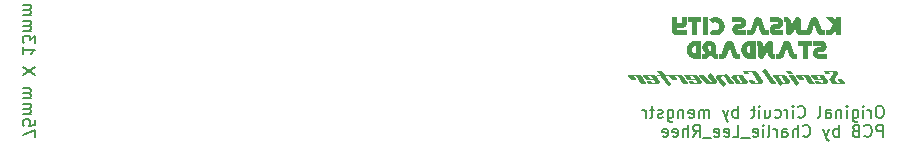
<source format=gbr>
%TF.GenerationSoftware,KiCad,Pcbnew,(6.0.10)*%
%TF.CreationDate,2023-01-19T16:24:11+09:00*%
%TF.ProjectId,Test2,54657374-322e-46b6-9963-61645f706362,rev?*%
%TF.SameCoordinates,Original*%
%TF.FileFunction,Legend,Bot*%
%TF.FilePolarity,Positive*%
%FSLAX46Y46*%
G04 Gerber Fmt 4.6, Leading zero omitted, Abs format (unit mm)*
G04 Created by KiCad (PCBNEW (6.0.10)) date 2023-01-19 16:24:11*
%MOMM*%
%LPD*%
G01*
G04 APERTURE LIST*
%ADD10C,0.200000*%
%ADD11C,0.000000*%
%ADD12C,0.150000*%
G04 APERTURE END LIST*
D10*
X27852619Y-28018666D02*
X27852619Y-27352000D01*
X26852619Y-27780571D01*
X27852619Y-26494857D02*
X27852619Y-26971047D01*
X27376428Y-27018666D01*
X27424047Y-26971047D01*
X27471666Y-26875809D01*
X27471666Y-26637714D01*
X27424047Y-26542476D01*
X27376428Y-26494857D01*
X27281190Y-26447238D01*
X27043095Y-26447238D01*
X26947857Y-26494857D01*
X26900238Y-26542476D01*
X26852619Y-26637714D01*
X26852619Y-26875809D01*
X26900238Y-26971047D01*
X26947857Y-27018666D01*
X26852619Y-26018666D02*
X27519285Y-26018666D01*
X27424047Y-26018666D02*
X27471666Y-25971047D01*
X27519285Y-25875809D01*
X27519285Y-25732952D01*
X27471666Y-25637714D01*
X27376428Y-25590095D01*
X26852619Y-25590095D01*
X27376428Y-25590095D02*
X27471666Y-25542476D01*
X27519285Y-25447238D01*
X27519285Y-25304380D01*
X27471666Y-25209142D01*
X27376428Y-25161523D01*
X26852619Y-25161523D01*
X26852619Y-24685333D02*
X27519285Y-24685333D01*
X27424047Y-24685333D02*
X27471666Y-24637714D01*
X27519285Y-24542476D01*
X27519285Y-24399619D01*
X27471666Y-24304380D01*
X27376428Y-24256761D01*
X26852619Y-24256761D01*
X27376428Y-24256761D02*
X27471666Y-24209142D01*
X27519285Y-24113904D01*
X27519285Y-23971047D01*
X27471666Y-23875809D01*
X27376428Y-23828190D01*
X26852619Y-23828190D01*
X27852619Y-22685333D02*
X26852619Y-22018666D01*
X27852619Y-22018666D02*
X26852619Y-22685333D01*
X26852619Y-20352000D02*
X26852619Y-20923428D01*
X26852619Y-20637714D02*
X27852619Y-20637714D01*
X27709761Y-20732952D01*
X27614523Y-20828190D01*
X27566904Y-20923428D01*
X27852619Y-20018666D02*
X27852619Y-19399619D01*
X27471666Y-19732952D01*
X27471666Y-19590095D01*
X27424047Y-19494857D01*
X27376428Y-19447238D01*
X27281190Y-19399619D01*
X27043095Y-19399619D01*
X26947857Y-19447238D01*
X26900238Y-19494857D01*
X26852619Y-19590095D01*
X26852619Y-19875809D01*
X26900238Y-19971047D01*
X26947857Y-20018666D01*
X26852619Y-18971047D02*
X27519285Y-18971047D01*
X27424047Y-18971047D02*
X27471666Y-18923428D01*
X27519285Y-18828190D01*
X27519285Y-18685333D01*
X27471666Y-18590095D01*
X27376428Y-18542476D01*
X26852619Y-18542476D01*
X27376428Y-18542476D02*
X27471666Y-18494857D01*
X27519285Y-18399619D01*
X27519285Y-18256761D01*
X27471666Y-18161523D01*
X27376428Y-18113904D01*
X26852619Y-18113904D01*
X26852619Y-17637714D02*
X27519285Y-17637714D01*
X27424047Y-17637714D02*
X27471666Y-17590095D01*
X27519285Y-17494857D01*
X27519285Y-17352000D01*
X27471666Y-17256761D01*
X27376428Y-17209142D01*
X26852619Y-17209142D01*
X27376428Y-17209142D02*
X27471666Y-17161523D01*
X27519285Y-17066285D01*
X27519285Y-16923428D01*
X27471666Y-16828190D01*
X27376428Y-16780571D01*
X26852619Y-16780571D01*
D11*
G36*
X91849613Y-22367416D02*
G01*
X91853352Y-22367731D01*
X91856998Y-22368255D01*
X91860554Y-22368990D01*
X91864018Y-22369935D01*
X91867390Y-22371090D01*
X91870671Y-22372454D01*
X91873860Y-22374029D01*
X91876958Y-22375813D01*
X91879965Y-22377808D01*
X91882880Y-22380012D01*
X91885703Y-22382426D01*
X91888435Y-22385050D01*
X91891075Y-22387885D01*
X91893624Y-22390929D01*
X91896082Y-22394183D01*
X92033203Y-22589865D01*
X92033870Y-22590901D01*
X92034495Y-22591942D01*
X92035076Y-22592989D01*
X92035614Y-22594041D01*
X92036109Y-22595099D01*
X92036561Y-22596162D01*
X92036970Y-22597230D01*
X92037336Y-22598304D01*
X92037658Y-22599383D01*
X92037938Y-22600468D01*
X92038175Y-22601558D01*
X92038369Y-22602654D01*
X92038519Y-22603755D01*
X92038627Y-22604861D01*
X92038692Y-22605973D01*
X92038713Y-22607090D01*
X92038700Y-22608035D01*
X92038659Y-22608974D01*
X92038592Y-22609908D01*
X92038498Y-22610837D01*
X92038376Y-22611760D01*
X92038228Y-22612678D01*
X92038053Y-22613590D01*
X92037851Y-22614497D01*
X92037622Y-22615399D01*
X92037366Y-22616295D01*
X92037083Y-22617186D01*
X92036773Y-22618071D01*
X92036436Y-22618951D01*
X92036072Y-22619826D01*
X92035681Y-22620695D01*
X92035264Y-22621559D01*
X92034028Y-22623562D01*
X92032733Y-22625435D01*
X92031380Y-22627179D01*
X92029966Y-22628794D01*
X92028494Y-22630279D01*
X92026963Y-22631636D01*
X92025372Y-22632863D01*
X92023722Y-22633961D01*
X92022013Y-22634930D01*
X92020245Y-22635770D01*
X92018417Y-22636480D01*
X92016530Y-22637062D01*
X92014585Y-22637514D01*
X92012579Y-22637837D01*
X92010515Y-22638031D01*
X92008391Y-22638095D01*
X91657681Y-22638095D01*
X91653851Y-22637993D01*
X91650112Y-22637686D01*
X91646466Y-22637175D01*
X91642910Y-22636459D01*
X91639446Y-22635538D01*
X91636074Y-22634413D01*
X91632793Y-22633084D01*
X91629604Y-22631550D01*
X91626506Y-22629811D01*
X91623499Y-22627868D01*
X91620584Y-22625720D01*
X91617761Y-22623368D01*
X91615029Y-22620811D01*
X91612389Y-22618049D01*
X91609840Y-22615083D01*
X91607382Y-22611913D01*
X91470261Y-22416231D01*
X91469594Y-22415195D01*
X91468969Y-22414153D01*
X91468388Y-22413107D01*
X91467850Y-22412054D01*
X91467355Y-22410997D01*
X91466903Y-22409934D01*
X91466494Y-22408865D01*
X91466128Y-22407791D01*
X91465806Y-22406712D01*
X91465526Y-22405627D01*
X91465289Y-22404537D01*
X91465095Y-22403441D01*
X91464945Y-22402340D01*
X91464837Y-22401234D01*
X91464772Y-22400122D01*
X91464751Y-22399005D01*
X91464764Y-22398060D01*
X91464805Y-22397121D01*
X91464872Y-22396187D01*
X91464967Y-22395258D01*
X91465088Y-22394335D01*
X91465236Y-22393417D01*
X91465411Y-22392505D01*
X91465613Y-22391598D01*
X91465842Y-22390696D01*
X91466099Y-22389800D01*
X91466382Y-22388909D01*
X91466692Y-22388024D01*
X91467028Y-22387144D01*
X91467392Y-22386269D01*
X91467783Y-22385400D01*
X91468201Y-22384536D01*
X91469356Y-22382450D01*
X91470580Y-22380499D01*
X91471875Y-22378682D01*
X91473240Y-22377000D01*
X91474674Y-22375452D01*
X91476179Y-22374039D01*
X91477754Y-22372761D01*
X91479398Y-22371617D01*
X91481113Y-22370608D01*
X91482897Y-22369733D01*
X91484751Y-22368993D01*
X91486676Y-22368387D01*
X91488670Y-22367916D01*
X91490734Y-22367580D01*
X91492869Y-22367378D01*
X91495073Y-22367311D01*
X91845783Y-22367311D01*
X91849613Y-22367416D01*
G37*
G36*
X79113150Y-22741549D02*
G01*
X79116889Y-22741864D01*
X79120537Y-22742389D01*
X79124092Y-22743124D01*
X79127557Y-22744068D01*
X79130929Y-22745223D01*
X79134210Y-22746588D01*
X79137400Y-22748162D01*
X79140498Y-22749947D01*
X79143504Y-22751941D01*
X79146419Y-22754145D01*
X79149242Y-22756560D01*
X79151974Y-22759184D01*
X79154614Y-22762018D01*
X79157163Y-22765062D01*
X79159620Y-22768316D01*
X79626776Y-23435286D01*
X79627442Y-23436322D01*
X79628065Y-23437363D01*
X79628645Y-23438410D01*
X79629182Y-23439462D01*
X79629676Y-23440520D01*
X79630127Y-23441583D01*
X79630535Y-23442651D01*
X79630900Y-23443725D01*
X79631222Y-23444804D01*
X79631501Y-23445889D01*
X79631738Y-23446979D01*
X79631931Y-23448075D01*
X79632081Y-23449176D01*
X79632189Y-23450282D01*
X79632253Y-23451394D01*
X79632275Y-23452511D01*
X79632242Y-23453967D01*
X79632145Y-23455406D01*
X79631983Y-23456830D01*
X79631756Y-23458237D01*
X79631464Y-23459629D01*
X79631108Y-23461004D01*
X79630686Y-23462363D01*
X79630200Y-23463706D01*
X79629649Y-23465033D01*
X79629033Y-23466344D01*
X79628352Y-23467639D01*
X79627607Y-23468917D01*
X79626796Y-23470180D01*
X79625921Y-23471426D01*
X79624981Y-23472657D01*
X79623976Y-23473871D01*
X79622837Y-23475040D01*
X79621660Y-23476133D01*
X79620446Y-23477150D01*
X79619194Y-23478093D01*
X79617905Y-23478960D01*
X79616578Y-23479751D01*
X79615213Y-23480468D01*
X79613810Y-23481108D01*
X79612370Y-23481674D01*
X79610892Y-23482164D01*
X79609377Y-23482579D01*
X79607824Y-23482918D01*
X79606233Y-23483182D01*
X79604605Y-23483370D01*
X79602938Y-23483483D01*
X79601235Y-23483521D01*
X79251196Y-23483521D01*
X79247201Y-23483418D01*
X79243314Y-23483111D01*
X79239535Y-23482600D01*
X79235863Y-23481884D01*
X79232299Y-23480964D01*
X79228843Y-23479839D01*
X79225495Y-23478509D01*
X79222254Y-23476975D01*
X79219121Y-23475236D01*
X79216096Y-23473293D01*
X79213178Y-23471145D01*
X79210368Y-23468793D01*
X79207666Y-23466236D01*
X79205072Y-23463474D01*
X79202586Y-23460508D01*
X79200207Y-23457338D01*
X78768190Y-22839977D01*
X78766880Y-22838392D01*
X78765532Y-22836909D01*
X78764147Y-22835528D01*
X78762723Y-22834250D01*
X78761262Y-22833074D01*
X78759764Y-22832000D01*
X78758227Y-22831028D01*
X78756653Y-22830159D01*
X78755041Y-22829392D01*
X78753391Y-22828727D01*
X78751704Y-22828164D01*
X78749979Y-22827704D01*
X78748216Y-22827346D01*
X78746415Y-22827091D01*
X78744577Y-22826937D01*
X78742701Y-22826886D01*
X78575958Y-22826886D01*
X78575103Y-22826905D01*
X78574270Y-22826961D01*
X78573459Y-22827055D01*
X78572670Y-22827187D01*
X78571904Y-22827357D01*
X78571159Y-22827564D01*
X78570436Y-22827809D01*
X78569736Y-22828091D01*
X78569057Y-22828411D01*
X78568401Y-22828769D01*
X78567767Y-22829164D01*
X78567155Y-22829597D01*
X78566565Y-22830068D01*
X78565997Y-22830576D01*
X78565452Y-22831122D01*
X78564928Y-22831706D01*
X78564347Y-22832314D01*
X78563803Y-22832934D01*
X78563297Y-22833563D01*
X78562828Y-22834204D01*
X78562396Y-22834855D01*
X78562003Y-22835518D01*
X78561646Y-22836190D01*
X78561328Y-22836874D01*
X78561046Y-22837568D01*
X78560802Y-22838274D01*
X78560596Y-22838989D01*
X78560427Y-22839716D01*
X78560296Y-22840453D01*
X78560202Y-22841202D01*
X78560146Y-22841960D01*
X78560127Y-22842730D01*
X78560138Y-22843248D01*
X78560171Y-22843765D01*
X78560226Y-22844282D01*
X78560302Y-22844800D01*
X78560401Y-22845317D01*
X78560521Y-22845834D01*
X78560663Y-22846351D01*
X78560827Y-22846868D01*
X78561013Y-22847384D01*
X78561221Y-22847901D01*
X78561451Y-22848418D01*
X78561702Y-22848935D01*
X78561976Y-22849451D01*
X78562271Y-22849967D01*
X78562588Y-22850484D01*
X78562927Y-22851000D01*
X78742073Y-23106626D01*
X78742739Y-23107745D01*
X78743363Y-23108865D01*
X78743943Y-23109984D01*
X78744480Y-23111104D01*
X78744974Y-23112223D01*
X78745425Y-23113343D01*
X78745834Y-23114463D01*
X78746199Y-23115582D01*
X78746521Y-23116702D01*
X78746801Y-23117822D01*
X78747037Y-23118942D01*
X78747230Y-23120061D01*
X78747381Y-23121181D01*
X78747488Y-23122301D01*
X78747552Y-23123421D01*
X78747574Y-23124541D01*
X78747542Y-23125997D01*
X78747444Y-23127436D01*
X78747282Y-23128860D01*
X78747055Y-23130267D01*
X78746763Y-23131658D01*
X78746406Y-23133033D01*
X78745985Y-23134392D01*
X78745499Y-23135735D01*
X78744947Y-23137062D01*
X78744331Y-23138373D01*
X78743650Y-23139668D01*
X78742904Y-23140946D01*
X78742094Y-23142209D01*
X78741218Y-23143455D01*
X78740278Y-23144686D01*
X78739273Y-23145900D01*
X78738218Y-23146985D01*
X78737119Y-23148000D01*
X78735978Y-23148945D01*
X78734793Y-23149820D01*
X78733566Y-23150625D01*
X78732295Y-23151360D01*
X78730982Y-23152025D01*
X78729625Y-23152620D01*
X78728226Y-23153145D01*
X78726783Y-23153600D01*
X78725297Y-23153985D01*
X78723768Y-23154300D01*
X78722196Y-23154545D01*
X78720582Y-23154720D01*
X78718923Y-23154825D01*
X78717222Y-23154860D01*
X78509138Y-23154860D01*
X78498601Y-23154717D01*
X78488177Y-23154289D01*
X78477866Y-23153576D01*
X78467668Y-23152578D01*
X78457583Y-23151294D01*
X78447611Y-23149725D01*
X78437752Y-23147870D01*
X78428007Y-23145731D01*
X78418374Y-23143305D01*
X78408854Y-23140595D01*
X78399447Y-23137600D01*
X78390154Y-23134319D01*
X78380973Y-23130752D01*
X78371905Y-23126901D01*
X78362951Y-23122764D01*
X78354109Y-23118342D01*
X78345324Y-23113648D01*
X78336711Y-23108696D01*
X78328271Y-23103485D01*
X78320003Y-23098016D01*
X78311907Y-23092289D01*
X78303984Y-23086303D01*
X78296232Y-23080058D01*
X78288653Y-23073556D01*
X78281246Y-23066795D01*
X78274011Y-23059775D01*
X78266949Y-23052498D01*
X78260059Y-23044962D01*
X78253341Y-23037167D01*
X78246795Y-23029114D01*
X78240422Y-23020803D01*
X78234221Y-23012233D01*
X78079191Y-22790369D01*
X78078525Y-22789250D01*
X78077902Y-22788130D01*
X78077322Y-22787011D01*
X78076784Y-22785891D01*
X78076290Y-22784772D01*
X78075839Y-22783652D01*
X78075431Y-22782532D01*
X78075065Y-22781413D01*
X78074743Y-22780293D01*
X78074464Y-22779173D01*
X78074228Y-22778054D01*
X78074034Y-22776934D01*
X78073884Y-22775814D01*
X78073776Y-22774694D01*
X78073712Y-22773574D01*
X78073691Y-22772454D01*
X78073723Y-22770917D01*
X78073820Y-22769408D01*
X78073982Y-22767925D01*
X78074209Y-22766469D01*
X78074501Y-22765040D01*
X78074858Y-22763638D01*
X78075280Y-22762262D01*
X78075766Y-22760914D01*
X78076317Y-22759593D01*
X78076933Y-22758298D01*
X78077614Y-22757030D01*
X78078360Y-22755789D01*
X78079171Y-22754575D01*
X78080046Y-22753388D01*
X78080986Y-22752228D01*
X78081991Y-22751094D01*
X78083047Y-22749926D01*
X78084145Y-22748832D01*
X78085287Y-22747815D01*
X78086471Y-22746872D01*
X78087698Y-22746005D01*
X78088969Y-22745214D01*
X78090283Y-22744497D01*
X78091639Y-22743857D01*
X78093039Y-22743291D01*
X78094481Y-22742801D01*
X78095967Y-22742387D01*
X78097496Y-22742047D01*
X78099068Y-22741783D01*
X78100683Y-22741595D01*
X78102341Y-22741482D01*
X78104042Y-22741444D01*
X79109320Y-22741444D01*
X79113150Y-22741549D01*
G37*
G36*
X82643682Y-22741549D02*
G01*
X82647421Y-22741864D01*
X82651068Y-22742389D01*
X82654623Y-22743124D01*
X82658088Y-22744068D01*
X82661460Y-22745223D01*
X82664741Y-22746588D01*
X82667931Y-22748162D01*
X82671029Y-22749947D01*
X82674035Y-22751941D01*
X82676950Y-22754145D01*
X82679773Y-22756560D01*
X82682505Y-22759184D01*
X82685145Y-22762018D01*
X82687693Y-22765062D01*
X82690150Y-22768316D01*
X83157306Y-23435286D01*
X83157972Y-23436322D01*
X83158595Y-23437363D01*
X83159175Y-23438410D01*
X83159713Y-23439462D01*
X83160207Y-23440520D01*
X83160658Y-23441583D01*
X83161066Y-23442651D01*
X83161432Y-23443725D01*
X83161754Y-23444804D01*
X83162033Y-23445889D01*
X83162270Y-23446979D01*
X83162463Y-23448075D01*
X83162613Y-23449176D01*
X83162721Y-23450282D01*
X83162785Y-23451394D01*
X83162807Y-23452511D01*
X83162774Y-23453967D01*
X83162677Y-23455406D01*
X83162515Y-23456830D01*
X83162288Y-23458237D01*
X83161996Y-23459629D01*
X83161639Y-23461004D01*
X83161218Y-23462363D01*
X83160731Y-23463706D01*
X83160180Y-23465033D01*
X83159564Y-23466344D01*
X83158883Y-23467639D01*
X83158137Y-23468917D01*
X83157327Y-23470180D01*
X83156451Y-23471426D01*
X83155511Y-23472657D01*
X83154506Y-23473871D01*
X83153367Y-23475040D01*
X83152190Y-23476133D01*
X83150976Y-23477150D01*
X83149724Y-23478093D01*
X83148435Y-23478960D01*
X83147108Y-23479751D01*
X83145743Y-23480468D01*
X83144341Y-23481108D01*
X83142901Y-23481674D01*
X83141423Y-23482164D01*
X83139908Y-23482579D01*
X83138355Y-23482918D01*
X83136764Y-23483182D01*
X83135136Y-23483370D01*
X83133470Y-23483483D01*
X83131766Y-23483521D01*
X82781724Y-23483521D01*
X82777729Y-23483418D01*
X82773842Y-23483111D01*
X82770063Y-23482600D01*
X82766391Y-23481884D01*
X82762827Y-23480964D01*
X82759371Y-23479839D01*
X82756023Y-23478509D01*
X82752782Y-23476975D01*
X82749649Y-23475236D01*
X82746624Y-23473293D01*
X82743706Y-23471145D01*
X82740897Y-23468793D01*
X82738195Y-23466236D01*
X82735600Y-23463474D01*
X82733114Y-23460508D01*
X82730735Y-23457338D01*
X82298720Y-22839977D01*
X82297411Y-22838392D01*
X82296063Y-22836909D01*
X82294677Y-22835528D01*
X82293254Y-22834250D01*
X82291793Y-22833074D01*
X82290294Y-22832000D01*
X82288758Y-22831028D01*
X82287184Y-22830159D01*
X82285572Y-22829392D01*
X82283922Y-22828727D01*
X82282234Y-22828164D01*
X82280509Y-22827704D01*
X82278746Y-22827346D01*
X82276945Y-22827091D01*
X82275107Y-22826937D01*
X82273231Y-22826886D01*
X82106490Y-22826886D01*
X82105635Y-22826905D01*
X82104802Y-22826961D01*
X82103991Y-22827055D01*
X82103202Y-22827187D01*
X82102435Y-22827357D01*
X82101691Y-22827564D01*
X82100968Y-22827809D01*
X82100268Y-22828091D01*
X82099589Y-22828411D01*
X82098933Y-22828769D01*
X82098299Y-22829164D01*
X82097687Y-22829597D01*
X82097097Y-22830068D01*
X82096529Y-22830576D01*
X82095984Y-22831122D01*
X82095460Y-22831706D01*
X82094879Y-22832314D01*
X82094335Y-22832934D01*
X82093829Y-22833563D01*
X82093361Y-22834204D01*
X82092930Y-22834855D01*
X82092536Y-22835518D01*
X82092180Y-22836190D01*
X82091861Y-22836874D01*
X82091580Y-22837568D01*
X82091336Y-22838274D01*
X82091130Y-22838989D01*
X82090961Y-22839716D01*
X82090830Y-22840453D01*
X82090736Y-22841202D01*
X82090680Y-22841960D01*
X82090661Y-22842730D01*
X82090672Y-22843248D01*
X82090705Y-22843765D01*
X82090760Y-22844282D01*
X82090836Y-22844800D01*
X82090934Y-22845317D01*
X82091055Y-22845834D01*
X82091197Y-22846351D01*
X82091361Y-22846868D01*
X82091547Y-22847384D01*
X82091755Y-22847901D01*
X82091984Y-22848418D01*
X82092236Y-22848935D01*
X82092509Y-22849451D01*
X82092805Y-22849967D01*
X82093122Y-22850484D01*
X82093461Y-22851000D01*
X82272605Y-23106626D01*
X82273271Y-23107745D01*
X82273894Y-23108865D01*
X82274475Y-23109984D01*
X82275012Y-23111104D01*
X82275506Y-23112223D01*
X82275957Y-23113343D01*
X82276366Y-23114463D01*
X82276731Y-23115582D01*
X82277053Y-23116702D01*
X82277332Y-23117822D01*
X82277569Y-23118942D01*
X82277762Y-23120061D01*
X82277913Y-23121181D01*
X82278020Y-23122301D01*
X82278084Y-23123421D01*
X82278106Y-23124541D01*
X82278073Y-23125997D01*
X82277976Y-23127436D01*
X82277814Y-23128860D01*
X82277587Y-23130267D01*
X82277295Y-23131658D01*
X82276938Y-23133033D01*
X82276517Y-23134392D01*
X82276030Y-23135735D01*
X82275479Y-23137062D01*
X82274863Y-23138373D01*
X82274182Y-23139668D01*
X82273436Y-23140946D01*
X82272626Y-23142209D01*
X82271750Y-23143455D01*
X82270810Y-23144686D01*
X82269805Y-23145900D01*
X82268750Y-23146985D01*
X82267652Y-23148000D01*
X82266511Y-23148945D01*
X82265326Y-23149820D01*
X82264099Y-23150625D01*
X82262828Y-23151360D01*
X82261515Y-23152025D01*
X82260158Y-23152620D01*
X82258759Y-23153145D01*
X82257316Y-23153600D01*
X82255830Y-23153985D01*
X82254301Y-23154300D01*
X82252730Y-23154545D01*
X82251115Y-23154720D01*
X82249457Y-23154825D01*
X82247756Y-23154860D01*
X82039672Y-23154860D01*
X82029135Y-23154717D01*
X82018711Y-23154289D01*
X82008400Y-23153576D01*
X81998202Y-23152578D01*
X81988117Y-23151294D01*
X81978145Y-23149725D01*
X81968286Y-23147870D01*
X81958540Y-23145731D01*
X81948908Y-23143305D01*
X81939388Y-23140595D01*
X81929981Y-23137600D01*
X81920687Y-23134319D01*
X81911507Y-23130752D01*
X81902439Y-23126901D01*
X81893484Y-23122764D01*
X81884643Y-23118342D01*
X81875858Y-23113648D01*
X81867245Y-23108696D01*
X81858804Y-23103485D01*
X81850536Y-23098016D01*
X81842440Y-23092289D01*
X81834516Y-23086303D01*
X81826764Y-23080058D01*
X81819185Y-23073556D01*
X81811778Y-23066795D01*
X81804543Y-23059775D01*
X81797481Y-23052498D01*
X81790591Y-23044962D01*
X81783873Y-23037167D01*
X81777327Y-23029114D01*
X81770954Y-23020803D01*
X81764752Y-23012233D01*
X81609723Y-22790369D01*
X81609057Y-22789250D01*
X81608434Y-22788130D01*
X81607854Y-22787011D01*
X81607317Y-22785891D01*
X81606823Y-22784772D01*
X81606372Y-22783652D01*
X81605964Y-22782532D01*
X81605599Y-22781413D01*
X81605277Y-22780293D01*
X81604998Y-22779173D01*
X81604761Y-22778054D01*
X81604568Y-22776934D01*
X81604418Y-22775814D01*
X81604310Y-22774694D01*
X81604246Y-22773574D01*
X81604224Y-22772454D01*
X81604257Y-22770917D01*
X81604354Y-22769408D01*
X81604516Y-22767925D01*
X81604743Y-22766469D01*
X81605035Y-22765040D01*
X81605391Y-22763638D01*
X81605813Y-22762262D01*
X81606299Y-22760914D01*
X81606850Y-22759593D01*
X81607466Y-22758298D01*
X81608147Y-22757030D01*
X81608892Y-22755789D01*
X81609703Y-22754575D01*
X81610578Y-22753388D01*
X81611518Y-22752228D01*
X81612523Y-22751094D01*
X81613579Y-22749926D01*
X81614677Y-22748832D01*
X81615818Y-22747815D01*
X81617003Y-22746872D01*
X81618230Y-22746005D01*
X81619501Y-22745214D01*
X81620814Y-22744497D01*
X81622171Y-22743857D01*
X81623571Y-22743291D01*
X81625013Y-22742801D01*
X81626499Y-22742387D01*
X81628028Y-22742047D01*
X81629600Y-22741783D01*
X81631215Y-22741595D01*
X81632873Y-22741482D01*
X81634574Y-22741444D01*
X82639852Y-22741444D01*
X82643682Y-22741549D01*
G37*
G36*
X95591492Y-22367453D02*
G01*
X95601924Y-22367881D01*
X95612249Y-22368594D01*
X95622466Y-22369593D01*
X95632575Y-22370877D01*
X95642576Y-22372446D01*
X95652470Y-22374300D01*
X95662257Y-22376440D01*
X95671935Y-22378865D01*
X95681506Y-22381575D01*
X95690969Y-22384571D01*
X95700325Y-22387852D01*
X95709573Y-22391418D01*
X95718713Y-22395269D01*
X95727746Y-22399406D01*
X95736671Y-22403828D01*
X95745372Y-22408525D01*
X95753907Y-22413485D01*
X95762275Y-22418710D01*
X95770476Y-22424197D01*
X95778510Y-22429949D01*
X95786377Y-22435965D01*
X95794077Y-22442244D01*
X95801611Y-22448787D01*
X95808977Y-22455594D01*
X95816177Y-22462664D01*
X95823210Y-22469998D01*
X95830076Y-22477596D01*
X95836775Y-22485458D01*
X95843307Y-22493584D01*
X95849672Y-22501973D01*
X95855871Y-22510626D01*
X95902035Y-22576083D01*
X95903370Y-22578242D01*
X95904619Y-22580411D01*
X95905782Y-22582592D01*
X95906858Y-22584782D01*
X95907849Y-22586984D01*
X95908753Y-22589197D01*
X95909571Y-22591420D01*
X95910303Y-22593654D01*
X95910949Y-22595898D01*
X95911509Y-22598154D01*
X95911983Y-22600420D01*
X95912370Y-22602697D01*
X95912672Y-22604985D01*
X95912887Y-22607283D01*
X95913016Y-22609592D01*
X95913059Y-22611913D01*
X95913016Y-22614230D01*
X95912887Y-22616531D01*
X95912672Y-22618816D01*
X95912370Y-22621085D01*
X95911983Y-22623338D01*
X95911509Y-22625575D01*
X95910949Y-22627795D01*
X95910303Y-22630000D01*
X95909571Y-22632188D01*
X95908753Y-22634360D01*
X95907849Y-22636516D01*
X95906858Y-22638655D01*
X95905782Y-22640779D01*
X95904619Y-22642886D01*
X95903370Y-22644977D01*
X95902035Y-22647053D01*
X95603690Y-23073555D01*
X95602272Y-23075711D01*
X95600945Y-23077872D01*
X95599709Y-23080039D01*
X95598565Y-23082211D01*
X95597513Y-23084388D01*
X95596552Y-23086571D01*
X95595683Y-23088759D01*
X95594905Y-23090953D01*
X95594219Y-23093152D01*
X95593624Y-23095356D01*
X95593120Y-23097566D01*
X95592709Y-23099781D01*
X95592388Y-23102001D01*
X95592160Y-23104227D01*
X95592022Y-23106458D01*
X95591977Y-23108695D01*
X95592022Y-23111015D01*
X95592160Y-23113324D01*
X95592388Y-23115623D01*
X95592709Y-23117910D01*
X95593120Y-23120187D01*
X95593624Y-23122454D01*
X95594219Y-23124709D01*
X95594905Y-23126954D01*
X95595683Y-23129188D01*
X95596552Y-23131411D01*
X95597513Y-23133623D01*
X95598565Y-23135825D01*
X95599709Y-23138016D01*
X95600945Y-23140196D01*
X95602272Y-23142365D01*
X95603690Y-23144524D01*
X95740116Y-23338829D01*
X95745644Y-23346005D01*
X95751377Y-23352717D01*
X95757314Y-23358967D01*
X95763456Y-23364754D01*
X95769803Y-23370077D01*
X95776354Y-23374938D01*
X95783109Y-23379336D01*
X95790069Y-23383271D01*
X95797234Y-23386743D01*
X95804603Y-23389752D01*
X95812177Y-23392298D01*
X95819956Y-23394382D01*
X95827939Y-23396002D01*
X95836126Y-23397159D01*
X95844518Y-23397854D01*
X95853115Y-23398085D01*
X95977138Y-23398085D01*
X95978839Y-23398050D01*
X95980497Y-23397945D01*
X95982112Y-23397770D01*
X95983684Y-23397525D01*
X95985213Y-23397210D01*
X95986698Y-23396825D01*
X95988141Y-23396370D01*
X95989540Y-23395845D01*
X95990897Y-23395250D01*
X95992210Y-23394585D01*
X95993481Y-23393850D01*
X95994708Y-23393045D01*
X95995892Y-23392170D01*
X95997033Y-23391225D01*
X95998132Y-23390210D01*
X95999187Y-23389125D01*
X96000188Y-23387911D01*
X96001124Y-23386681D01*
X96001996Y-23385435D01*
X96002804Y-23384173D01*
X96003547Y-23382894D01*
X96004225Y-23381599D01*
X96004839Y-23380289D01*
X96005388Y-23378962D01*
X96005872Y-23377619D01*
X96006292Y-23376259D01*
X96006647Y-23374884D01*
X96006938Y-23373493D01*
X96007164Y-23372085D01*
X96007325Y-23370661D01*
X96007422Y-23369221D01*
X96007455Y-23367765D01*
X96007433Y-23366646D01*
X96007368Y-23365526D01*
X96007261Y-23364407D01*
X96007110Y-23363287D01*
X96006916Y-23362168D01*
X96006679Y-23361048D01*
X96006400Y-23359929D01*
X96006077Y-23358809D01*
X96005711Y-23357689D01*
X96005301Y-23356569D01*
X96004849Y-23355450D01*
X96004354Y-23354330D01*
X96003816Y-23353210D01*
X96003234Y-23352090D01*
X96002610Y-23350970D01*
X96001943Y-23349850D01*
X95859316Y-23145212D01*
X95858648Y-23144176D01*
X95858024Y-23143135D01*
X95857443Y-23142088D01*
X95856904Y-23141036D01*
X95856409Y-23139978D01*
X95855957Y-23138915D01*
X95855548Y-23137847D01*
X95855182Y-23136773D01*
X95854859Y-23135694D01*
X95854579Y-23134609D01*
X95854342Y-23133519D01*
X95854148Y-23132423D01*
X95853998Y-23131322D01*
X95853890Y-23130216D01*
X95853825Y-23129104D01*
X95853804Y-23127987D01*
X95853836Y-23126450D01*
X95853933Y-23124940D01*
X95854094Y-23123458D01*
X95854321Y-23122002D01*
X95854611Y-23120573D01*
X95854966Y-23119170D01*
X95855386Y-23117795D01*
X95855871Y-23116447D01*
X95856420Y-23115125D01*
X95857033Y-23113830D01*
X95857712Y-23112563D01*
X95858455Y-23111322D01*
X95859262Y-23110108D01*
X95860134Y-23108920D01*
X95861071Y-23107760D01*
X95862072Y-23106627D01*
X95863127Y-23105458D01*
X95864225Y-23104365D01*
X95865366Y-23103347D01*
X95866550Y-23102405D01*
X95867778Y-23101538D01*
X95869048Y-23100746D01*
X95870362Y-23100030D01*
X95871718Y-23099389D01*
X95873118Y-23098824D01*
X95874560Y-23098334D01*
X95876046Y-23097919D01*
X95877575Y-23097580D01*
X95879147Y-23097316D01*
X95880761Y-23097128D01*
X95882419Y-23097014D01*
X95884120Y-23096977D01*
X96092204Y-23096977D01*
X96102744Y-23097119D01*
X96113176Y-23097547D01*
X96123501Y-23098261D01*
X96133717Y-23099259D01*
X96143827Y-23100543D01*
X96153828Y-23102112D01*
X96163722Y-23103967D01*
X96173508Y-23106106D01*
X96183187Y-23108531D01*
X96192758Y-23111242D01*
X96202221Y-23114237D01*
X96211576Y-23117518D01*
X96220824Y-23121084D01*
X96229965Y-23124936D01*
X96238997Y-23129073D01*
X96247922Y-23133495D01*
X96256624Y-23138191D01*
X96265158Y-23143152D01*
X96273526Y-23148376D01*
X96281727Y-23153864D01*
X96289761Y-23159616D01*
X96297628Y-23165631D01*
X96305329Y-23171910D01*
X96312862Y-23178453D01*
X96320229Y-23185260D01*
X96327428Y-23192331D01*
X96334461Y-23199665D01*
X96341327Y-23207263D01*
X96348026Y-23215125D01*
X96354559Y-23223250D01*
X96360924Y-23231640D01*
X96367122Y-23240293D01*
X96503548Y-23434596D01*
X96504216Y-23435715D01*
X96504840Y-23436835D01*
X96505421Y-23437954D01*
X96505960Y-23439074D01*
X96506455Y-23440193D01*
X96506907Y-23441313D01*
X96507316Y-23442433D01*
X96507682Y-23443552D01*
X96508005Y-23444672D01*
X96508285Y-23445792D01*
X96508522Y-23446912D01*
X96508716Y-23448031D01*
X96508866Y-23449151D01*
X96508974Y-23450271D01*
X96509039Y-23451391D01*
X96509060Y-23452511D01*
X96509028Y-23453967D01*
X96508931Y-23455406D01*
X96508769Y-23456830D01*
X96508543Y-23458237D01*
X96508253Y-23459629D01*
X96507897Y-23461004D01*
X96507478Y-23462363D01*
X96506993Y-23463706D01*
X96506444Y-23465033D01*
X96505830Y-23466344D01*
X96505152Y-23467639D01*
X96504409Y-23468917D01*
X96503602Y-23470180D01*
X96502730Y-23471426D01*
X96501793Y-23472657D01*
X96500792Y-23473871D01*
X96499654Y-23475040D01*
X96498477Y-23476133D01*
X96497264Y-23477150D01*
X96496012Y-23478093D01*
X96494723Y-23478960D01*
X96493396Y-23479751D01*
X96492031Y-23480468D01*
X96490629Y-23481108D01*
X96489189Y-23481674D01*
X96487711Y-23482164D01*
X96486196Y-23482579D01*
X96484643Y-23482918D01*
X96483053Y-23483182D01*
X96481424Y-23483370D01*
X96479758Y-23483483D01*
X96478054Y-23483521D01*
X95574062Y-23483521D01*
X95553125Y-23482961D01*
X95532689Y-23481282D01*
X95512753Y-23478483D01*
X95493318Y-23474564D01*
X95474383Y-23469525D01*
X95455949Y-23463367D01*
X95438016Y-23456089D01*
X95420583Y-23447692D01*
X95403651Y-23438175D01*
X95387220Y-23427538D01*
X95371289Y-23415782D01*
X95355859Y-23402906D01*
X95340929Y-23388910D01*
X95326500Y-23373795D01*
X95312572Y-23357560D01*
X95299144Y-23340205D01*
X95162029Y-23144524D01*
X95160611Y-23142366D01*
X95159284Y-23140196D01*
X95158048Y-23138016D01*
X95156905Y-23135825D01*
X95155852Y-23133623D01*
X95154891Y-23131411D01*
X95154022Y-23129188D01*
X95153244Y-23126954D01*
X95152558Y-23124709D01*
X95151963Y-23122454D01*
X95151460Y-23120187D01*
X95151048Y-23117911D01*
X95150728Y-23115623D01*
X95150499Y-23113324D01*
X95150361Y-23111015D01*
X95150316Y-23108695D01*
X95150361Y-23106458D01*
X95150499Y-23104227D01*
X95150728Y-23102001D01*
X95151048Y-23099781D01*
X95151460Y-23097566D01*
X95151963Y-23095356D01*
X95152558Y-23093152D01*
X95153244Y-23090953D01*
X95154022Y-23088759D01*
X95154891Y-23086571D01*
X95155852Y-23084388D01*
X95156905Y-23082211D01*
X95158048Y-23080039D01*
X95159284Y-23077872D01*
X95160611Y-23075711D01*
X95162029Y-23073555D01*
X95460374Y-22647054D01*
X95461709Y-22644979D01*
X95462958Y-22642888D01*
X95464121Y-22640780D01*
X95465197Y-22638657D01*
X95466188Y-22636517D01*
X95467092Y-22634361D01*
X95467910Y-22632189D01*
X95468642Y-22630001D01*
X95469288Y-22627797D01*
X95469848Y-22625576D01*
X95470322Y-22623340D01*
X95470709Y-22621087D01*
X95471011Y-22618818D01*
X95471226Y-22616533D01*
X95471355Y-22614231D01*
X95471398Y-22611914D01*
X95471355Y-22609594D01*
X95471226Y-22607284D01*
X95471011Y-22604986D01*
X95470709Y-22602698D01*
X95470322Y-22600421D01*
X95469848Y-22598155D01*
X95469288Y-22595899D01*
X95468642Y-22593655D01*
X95467910Y-22591421D01*
X95467092Y-22589198D01*
X95466188Y-22586985D01*
X95465197Y-22584784D01*
X95464121Y-22582593D01*
X95462958Y-22580413D01*
X95461709Y-22578243D01*
X95460374Y-22576085D01*
X95414899Y-22511317D01*
X95409290Y-22504141D01*
X95403487Y-22497429D01*
X95397490Y-22491179D01*
X95391300Y-22485392D01*
X95384916Y-22480068D01*
X95378338Y-22475208D01*
X95371566Y-22470810D01*
X95364601Y-22466875D01*
X95357441Y-22463403D01*
X95350088Y-22460394D01*
X95342541Y-22457847D01*
X95334801Y-22455764D01*
X95326866Y-22454144D01*
X95318738Y-22452987D01*
X95310416Y-22452292D01*
X95301900Y-22452061D01*
X95148249Y-22452061D01*
X95147398Y-22452080D01*
X95146569Y-22452136D01*
X95145762Y-22452230D01*
X95144976Y-22452362D01*
X95144211Y-22452531D01*
X95143469Y-22452739D01*
X95142747Y-22452983D01*
X95142047Y-22453266D01*
X95141369Y-22453586D01*
X95140712Y-22453944D01*
X95140077Y-22454339D01*
X95139464Y-22454772D01*
X95138872Y-22455243D01*
X95138301Y-22455751D01*
X95137752Y-22456297D01*
X95137224Y-22456881D01*
X95136724Y-22457489D01*
X95136255Y-22458108D01*
X95135819Y-22458738D01*
X95135416Y-22459379D01*
X95135044Y-22460030D01*
X95134705Y-22460692D01*
X95134398Y-22461365D01*
X95134124Y-22462049D01*
X95133882Y-22462743D01*
X95133672Y-22463448D01*
X95133494Y-22464164D01*
X95133349Y-22464891D01*
X95133236Y-22465628D01*
X95133155Y-22466376D01*
X95133106Y-22467135D01*
X95133090Y-22467905D01*
X95133101Y-22468506D01*
X95133133Y-22469101D01*
X95133187Y-22469692D01*
X95133263Y-22470276D01*
X95133359Y-22470855D01*
X95133478Y-22471429D01*
X95133618Y-22471997D01*
X95133779Y-22472560D01*
X95133962Y-22473117D01*
X95134167Y-22473669D01*
X95134393Y-22474215D01*
X95134641Y-22474756D01*
X95134910Y-22475292D01*
X95135200Y-22475821D01*
X95135513Y-22476346D01*
X95135846Y-22476865D01*
X95246089Y-22633958D01*
X95246757Y-22635078D01*
X95247381Y-22636197D01*
X95247962Y-22637316D01*
X95248501Y-22638436D01*
X95248996Y-22639555D01*
X95249448Y-22640675D01*
X95249857Y-22641794D01*
X95250223Y-22642914D01*
X95250546Y-22644034D01*
X95250826Y-22645153D01*
X95251063Y-22646273D01*
X95251257Y-22647393D01*
X95251407Y-22648513D01*
X95251515Y-22649632D01*
X95251580Y-22650752D01*
X95251601Y-22651872D01*
X95251569Y-22653412D01*
X95251472Y-22654929D01*
X95251311Y-22656425D01*
X95251084Y-22657900D01*
X95250794Y-22659353D01*
X95250439Y-22660785D01*
X95250019Y-22662195D01*
X95249534Y-22663584D01*
X95248985Y-22664951D01*
X95248372Y-22666297D01*
X95247693Y-22667622D01*
X95246951Y-22668925D01*
X95246143Y-22670206D01*
X95245271Y-22671466D01*
X95244335Y-22672704D01*
X95243333Y-22673921D01*
X95242278Y-22675006D01*
X95241180Y-22676021D01*
X95240039Y-22676966D01*
X95238855Y-22677841D01*
X95237627Y-22678646D01*
X95236357Y-22679381D01*
X95235043Y-22680046D01*
X95233687Y-22680641D01*
X95232287Y-22681166D01*
X95230845Y-22681621D01*
X95229359Y-22682006D01*
X95227830Y-22682321D01*
X95226258Y-22682566D01*
X95224644Y-22682741D01*
X95222986Y-22682846D01*
X95221285Y-22682881D01*
X95013201Y-22682881D01*
X94992264Y-22682322D01*
X94971828Y-22680642D01*
X94951892Y-22677843D01*
X94932457Y-22673924D01*
X94913522Y-22668886D01*
X94895088Y-22662728D01*
X94877155Y-22655450D01*
X94859722Y-22647052D01*
X94842790Y-22637535D01*
X94826359Y-22626899D01*
X94810428Y-22615142D01*
X94794997Y-22602266D01*
X94780068Y-22588270D01*
X94765639Y-22573155D01*
X94751710Y-22556920D01*
X94738283Y-22539565D01*
X94651466Y-22415545D01*
X94650799Y-22414509D01*
X94650175Y-22413468D01*
X94649593Y-22412421D01*
X94649055Y-22411369D01*
X94648560Y-22410312D01*
X94648108Y-22409249D01*
X94647699Y-22408180D01*
X94647332Y-22407106D01*
X94647010Y-22406027D01*
X94646730Y-22404942D01*
X94646493Y-22403852D01*
X94646299Y-22402757D01*
X94646148Y-22401656D01*
X94646041Y-22400549D01*
X94645976Y-22399437D01*
X94645954Y-22398320D01*
X94645989Y-22396784D01*
X94646094Y-22395274D01*
X94646269Y-22393791D01*
X94646514Y-22392335D01*
X94646829Y-22390906D01*
X94647214Y-22389504D01*
X94647669Y-22388129D01*
X94648194Y-22386780D01*
X94648788Y-22385459D01*
X94649453Y-22384164D01*
X94650188Y-22382896D01*
X94650993Y-22381655D01*
X94651867Y-22380441D01*
X94652812Y-22379254D01*
X94653827Y-22378094D01*
X94654911Y-22376960D01*
X94655967Y-22375792D01*
X94657065Y-22374699D01*
X94658206Y-22373681D01*
X94659390Y-22372738D01*
X94660617Y-22371871D01*
X94661888Y-22371080D01*
X94663201Y-22370364D01*
X94664558Y-22369723D01*
X94665957Y-22369157D01*
X94667400Y-22368667D01*
X94668886Y-22368253D01*
X94670414Y-22367913D01*
X94671986Y-22367650D01*
X94673601Y-22367461D01*
X94675259Y-22367348D01*
X94676960Y-22367310D01*
X95580952Y-22367310D01*
X95591492Y-22367453D01*
G37*
G36*
X88744777Y-22367871D02*
G01*
X88765213Y-22369550D01*
X88785149Y-22372349D01*
X88804584Y-22376268D01*
X88823519Y-22381306D01*
X88841953Y-22387465D01*
X88859886Y-22394742D01*
X88877319Y-22403140D01*
X88894251Y-22412657D01*
X88910682Y-22423294D01*
X88926613Y-22435050D01*
X88942043Y-22447926D01*
X88956973Y-22461922D01*
X88971402Y-22477037D01*
X88985330Y-22493272D01*
X88998758Y-22510627D01*
X89527924Y-23266480D01*
X89529259Y-23268555D01*
X89530507Y-23270646D01*
X89531670Y-23272753D01*
X89532747Y-23274877D01*
X89533737Y-23277017D01*
X89534641Y-23279173D01*
X89535460Y-23281345D01*
X89536192Y-23283533D01*
X89536838Y-23285737D01*
X89537397Y-23287958D01*
X89537871Y-23290194D01*
X89538259Y-23292447D01*
X89538560Y-23294716D01*
X89538775Y-23297001D01*
X89538905Y-23299302D01*
X89538948Y-23301620D01*
X89538905Y-23303937D01*
X89538775Y-23306238D01*
X89538560Y-23308523D01*
X89538259Y-23310792D01*
X89537871Y-23313045D01*
X89537397Y-23315282D01*
X89536838Y-23317502D01*
X89536192Y-23319706D01*
X89535460Y-23321894D01*
X89534641Y-23324067D01*
X89533737Y-23326222D01*
X89532747Y-23328362D01*
X89531670Y-23330486D01*
X89530507Y-23332593D01*
X89529259Y-23334685D01*
X89527924Y-23336760D01*
X89443863Y-23457338D01*
X89441323Y-23460509D01*
X89438696Y-23463475D01*
X89435983Y-23466236D01*
X89433184Y-23468793D01*
X89430299Y-23471146D01*
X89427327Y-23473293D01*
X89424270Y-23475237D01*
X89421126Y-23476975D01*
X89417897Y-23478509D01*
X89414581Y-23479839D01*
X89411179Y-23480964D01*
X89407691Y-23481885D01*
X89404116Y-23482601D01*
X89400456Y-23483112D01*
X89396709Y-23483419D01*
X89392877Y-23483521D01*
X88573633Y-23483521D01*
X88569803Y-23483419D01*
X88566065Y-23483112D01*
X88562418Y-23482601D01*
X88558863Y-23481885D01*
X88555399Y-23480964D01*
X88552026Y-23479839D01*
X88548745Y-23478510D01*
X88545556Y-23476976D01*
X88542458Y-23475237D01*
X88539452Y-23473294D01*
X88536537Y-23471146D01*
X88533713Y-23468793D01*
X88530982Y-23466236D01*
X88528341Y-23463475D01*
X88525792Y-23460509D01*
X88523335Y-23457338D01*
X88355210Y-23216874D01*
X88354543Y-23215755D01*
X88353919Y-23214636D01*
X88353338Y-23213516D01*
X88352800Y-23212397D01*
X88352305Y-23211278D01*
X88351853Y-23210158D01*
X88351444Y-23209038D01*
X88351078Y-23207919D01*
X88350756Y-23206799D01*
X88350476Y-23205680D01*
X88350239Y-23204560D01*
X88350045Y-23203440D01*
X88349895Y-23202320D01*
X88349787Y-23201200D01*
X88349723Y-23200080D01*
X88349701Y-23198960D01*
X88349733Y-23197424D01*
X88349830Y-23195914D01*
X88349992Y-23194431D01*
X88350218Y-23192975D01*
X88350509Y-23191546D01*
X88350864Y-23190144D01*
X88351284Y-23188769D01*
X88351769Y-23187420D01*
X88352318Y-23186099D01*
X88352931Y-23184804D01*
X88353610Y-23183536D01*
X88354353Y-23182295D01*
X88355160Y-23181081D01*
X88356032Y-23179894D01*
X88356969Y-23178734D01*
X88357970Y-23177600D01*
X88359026Y-23176432D01*
X88360124Y-23175339D01*
X88361265Y-23174321D01*
X88362450Y-23173379D01*
X88363677Y-23172512D01*
X88364948Y-23171720D01*
X88366261Y-23171004D01*
X88367618Y-23170363D01*
X88369017Y-23169798D01*
X88370460Y-23169307D01*
X88371945Y-23168893D01*
X88373474Y-23168554D01*
X88375046Y-23168290D01*
X88376661Y-23168101D01*
X88378318Y-23167988D01*
X88380019Y-23167950D01*
X88588103Y-23167950D01*
X88609040Y-23168510D01*
X88629476Y-23170190D01*
X88649412Y-23172989D01*
X88668848Y-23176908D01*
X88687782Y-23181946D01*
X88706216Y-23188104D01*
X88724149Y-23195382D01*
X88741582Y-23203779D01*
X88758514Y-23213296D01*
X88774946Y-23223933D01*
X88790877Y-23235689D01*
X88806307Y-23248565D01*
X88821237Y-23262561D01*
X88835666Y-23277676D01*
X88849594Y-23293911D01*
X88863022Y-23311266D01*
X88914698Y-23385680D01*
X88915928Y-23387265D01*
X88917206Y-23388748D01*
X88918533Y-23390129D01*
X88919909Y-23391407D01*
X88921332Y-23392583D01*
X88922805Y-23393657D01*
X88924325Y-23394629D01*
X88925895Y-23395498D01*
X88927512Y-23396265D01*
X88929178Y-23396930D01*
X88930893Y-23397492D01*
X88932656Y-23397953D01*
X88934467Y-23398311D01*
X88936327Y-23398566D01*
X88938235Y-23398720D01*
X88940192Y-23398771D01*
X89027008Y-23398771D01*
X89028884Y-23398720D01*
X89030722Y-23398566D01*
X89032523Y-23398311D01*
X89034286Y-23397953D01*
X89036011Y-23397492D01*
X89037699Y-23396930D01*
X89039349Y-23396265D01*
X89040961Y-23395498D01*
X89042535Y-23394629D01*
X89044072Y-23393657D01*
X89045571Y-23392583D01*
X89047033Y-23391407D01*
X89048457Y-23390129D01*
X89049843Y-23388748D01*
X89051191Y-23387265D01*
X89052502Y-23385680D01*
X89098666Y-23319534D01*
X89099333Y-23318415D01*
X89099957Y-23317295D01*
X89100538Y-23316176D01*
X89101076Y-23315056D01*
X89101571Y-23313937D01*
X89102023Y-23312817D01*
X89102432Y-23311698D01*
X89102798Y-23310578D01*
X89103121Y-23309459D01*
X89103401Y-23308339D01*
X89103638Y-23307219D01*
X89103831Y-23306099D01*
X89103982Y-23304980D01*
X89104090Y-23303860D01*
X89104154Y-23302740D01*
X89104176Y-23301620D01*
X89104154Y-23300420D01*
X89104090Y-23299230D01*
X89103982Y-23298052D01*
X89103831Y-23296884D01*
X89103638Y-23295726D01*
X89103401Y-23294580D01*
X89103121Y-23293444D01*
X89102798Y-23292319D01*
X89102432Y-23291205D01*
X89102023Y-23290101D01*
X89101571Y-23289009D01*
X89101076Y-23287927D01*
X89100538Y-23286855D01*
X89099957Y-23285795D01*
X89099333Y-23284745D01*
X89098666Y-23283706D01*
X88557786Y-22512005D01*
X88552255Y-22504829D01*
X88546514Y-22498117D01*
X88540563Y-22491867D01*
X88534403Y-22486081D01*
X88528032Y-22480757D01*
X88521451Y-22475896D01*
X88514661Y-22471498D01*
X88507661Y-22467563D01*
X88500450Y-22464091D01*
X88493030Y-22461082D01*
X88485400Y-22458536D01*
X88477559Y-22456453D01*
X88469509Y-22454833D01*
X88461249Y-22453676D01*
X88452779Y-22452981D01*
X88444099Y-22452750D01*
X88291128Y-22452750D01*
X88290277Y-22452769D01*
X88289448Y-22452825D01*
X88288640Y-22452919D01*
X88287854Y-22453051D01*
X88287089Y-22453220D01*
X88286346Y-22453428D01*
X88285625Y-22453672D01*
X88284925Y-22453955D01*
X88284247Y-22454275D01*
X88283590Y-22454633D01*
X88282955Y-22455028D01*
X88282342Y-22455461D01*
X88281750Y-22455932D01*
X88281180Y-22456440D01*
X88280632Y-22456986D01*
X88280105Y-22457570D01*
X88279604Y-22458095D01*
X88279137Y-22458636D01*
X88278701Y-22459193D01*
X88278297Y-22459766D01*
X88277926Y-22460356D01*
X88277588Y-22460961D01*
X88277281Y-22461583D01*
X88277007Y-22462221D01*
X88276765Y-22462875D01*
X88276555Y-22463545D01*
X88276378Y-22464231D01*
X88276232Y-22464934D01*
X88276120Y-22465652D01*
X88276039Y-22466387D01*
X88275990Y-22467138D01*
X88275974Y-22467905D01*
X88275985Y-22468506D01*
X88276017Y-22469101D01*
X88276071Y-22469692D01*
X88276147Y-22470276D01*
X88276244Y-22470855D01*
X88276363Y-22471429D01*
X88276503Y-22471997D01*
X88276664Y-22472560D01*
X88276848Y-22473117D01*
X88277053Y-22473669D01*
X88277279Y-22474215D01*
X88277527Y-22474756D01*
X88277796Y-22475292D01*
X88278088Y-22475821D01*
X88278400Y-22476346D01*
X88278734Y-22476865D01*
X88388982Y-22634647D01*
X88389649Y-22635683D01*
X88390273Y-22636724D01*
X88390854Y-22637771D01*
X88391392Y-22638823D01*
X88391887Y-22639880D01*
X88392339Y-22640943D01*
X88392748Y-22642012D01*
X88393114Y-22643085D01*
X88393437Y-22644165D01*
X88393716Y-22645249D01*
X88393953Y-22646340D01*
X88394147Y-22647435D01*
X88394298Y-22648536D01*
X88394405Y-22649643D01*
X88394470Y-22650754D01*
X88394491Y-22651872D01*
X88394459Y-22653327D01*
X88394362Y-22654767D01*
X88394201Y-22656190D01*
X88393974Y-22657598D01*
X88393684Y-22658989D01*
X88393328Y-22660364D01*
X88392908Y-22661724D01*
X88392424Y-22663067D01*
X88391875Y-22664394D01*
X88391261Y-22665704D01*
X88390582Y-22666999D01*
X88389840Y-22668278D01*
X88389032Y-22669540D01*
X88388160Y-22670787D01*
X88387223Y-22672017D01*
X88386222Y-22673232D01*
X88385083Y-22674400D01*
X88383907Y-22675493D01*
X88382693Y-22676511D01*
X88381442Y-22677453D01*
X88380152Y-22678320D01*
X88378825Y-22679112D01*
X88377461Y-22679828D01*
X88376058Y-22680469D01*
X88374618Y-22681035D01*
X88373141Y-22681525D01*
X88371625Y-22681939D01*
X88370072Y-22682278D01*
X88368482Y-22682542D01*
X88366853Y-22682731D01*
X88365187Y-22682844D01*
X88363484Y-22682882D01*
X88156089Y-22682882D01*
X88145552Y-22682739D01*
X88135128Y-22682311D01*
X88124817Y-22681598D01*
X88114619Y-22680599D01*
X88104534Y-22679315D01*
X88094562Y-22677746D01*
X88084703Y-22675892D01*
X88074957Y-22673752D01*
X88065324Y-22671327D01*
X88055805Y-22668617D01*
X88046398Y-22665621D01*
X88037104Y-22662340D01*
X88027924Y-22658774D01*
X88018856Y-22654922D01*
X88009901Y-22650786D01*
X88001060Y-22646364D01*
X87992275Y-22641667D01*
X87983662Y-22636707D01*
X87975221Y-22631482D01*
X87966953Y-22625994D01*
X87958857Y-22620243D01*
X87950933Y-22614227D01*
X87943182Y-22607948D01*
X87935603Y-22601405D01*
X87928196Y-22594598D01*
X87920961Y-22587528D01*
X87913898Y-22580194D01*
X87907008Y-22572595D01*
X87900290Y-22564734D01*
X87893745Y-22556608D01*
X87887371Y-22548219D01*
X87881170Y-22539566D01*
X87794351Y-22416236D01*
X87793683Y-22415116D01*
X87793059Y-22413997D01*
X87792478Y-22412877D01*
X87791940Y-22411758D01*
X87791445Y-22410638D01*
X87790993Y-22409519D01*
X87790584Y-22408399D01*
X87790218Y-22407279D01*
X87789895Y-22406160D01*
X87789615Y-22405040D01*
X87789379Y-22403920D01*
X87789185Y-22402800D01*
X87789034Y-22401681D01*
X87788926Y-22400561D01*
X87788862Y-22399441D01*
X87788840Y-22398321D01*
X87788873Y-22396784D01*
X87788970Y-22395274D01*
X87789131Y-22393792D01*
X87789357Y-22392336D01*
X87789648Y-22390907D01*
X87790003Y-22389504D01*
X87790423Y-22388129D01*
X87790908Y-22386781D01*
X87791457Y-22385459D01*
X87792071Y-22384164D01*
X87792749Y-22382897D01*
X87793492Y-22381656D01*
X87794300Y-22380442D01*
X87795172Y-22379255D01*
X87796109Y-22378094D01*
X87797111Y-22376961D01*
X87798166Y-22375792D01*
X87799264Y-22374699D01*
X87800405Y-22373681D01*
X87801589Y-22372739D01*
X87802817Y-22371872D01*
X87804087Y-22371080D01*
X87805400Y-22370364D01*
X87806757Y-22369723D01*
X87808156Y-22369158D01*
X87809599Y-22368668D01*
X87811085Y-22368253D01*
X87812614Y-22367914D01*
X87814185Y-22367650D01*
X87815800Y-22367462D01*
X87817458Y-22367348D01*
X87819160Y-22367311D01*
X88723840Y-22367311D01*
X88744777Y-22367871D01*
G37*
G36*
X88227575Y-23306239D02*
G01*
X88227360Y-23308524D01*
X88227058Y-23310793D01*
X88226671Y-23313045D01*
X88226197Y-23315282D01*
X88225637Y-23317502D01*
X88224991Y-23319707D01*
X88224259Y-23321895D01*
X88223441Y-23324067D01*
X88222537Y-23326223D01*
X88221546Y-23328363D01*
X88220470Y-23330486D01*
X88219307Y-23332594D01*
X88218058Y-23334685D01*
X88216724Y-23336760D01*
X88131972Y-23457338D01*
X88129515Y-23460509D01*
X88126966Y-23463475D01*
X88124326Y-23466236D01*
X88121594Y-23468793D01*
X88118771Y-23471146D01*
X88115856Y-23473293D01*
X88112850Y-23475237D01*
X88109752Y-23476975D01*
X88106563Y-23478509D01*
X88103282Y-23479839D01*
X88099910Y-23480964D01*
X88096446Y-23481885D01*
X88092890Y-23482601D01*
X88089243Y-23483112D01*
X88085505Y-23483419D01*
X88081675Y-23483521D01*
X87405059Y-23483521D01*
X87394522Y-23483379D01*
X87384098Y-23482951D01*
X87373787Y-23482237D01*
X87363588Y-23481239D01*
X87353503Y-23479955D01*
X87343531Y-23478386D01*
X87333672Y-23476531D01*
X87323927Y-23474392D01*
X87314294Y-23471967D01*
X87304774Y-23469256D01*
X87295367Y-23466261D01*
X87286073Y-23462980D01*
X87276893Y-23459414D01*
X87267825Y-23455562D01*
X87258871Y-23451425D01*
X87250030Y-23447003D01*
X87241244Y-23442307D01*
X87232632Y-23437346D01*
X87224191Y-23432122D01*
X87215923Y-23426634D01*
X87207827Y-23420882D01*
X87199903Y-23414867D01*
X87192151Y-23408588D01*
X87184572Y-23402045D01*
X87177165Y-23395238D01*
X87169930Y-23388167D01*
X87162868Y-23380833D01*
X87155978Y-23373235D01*
X87149260Y-23365373D01*
X87142714Y-23357248D01*
X87136341Y-23348858D01*
X87130139Y-23340205D01*
X86862802Y-22959178D01*
X86861466Y-22957020D01*
X86860217Y-22954850D01*
X86859055Y-22952670D01*
X86857978Y-22950479D01*
X86856987Y-22948278D01*
X86856083Y-22946065D01*
X86855265Y-22943842D01*
X86854533Y-22941608D01*
X86853887Y-22939363D01*
X86853327Y-22937108D01*
X86852854Y-22934842D01*
X86852466Y-22932565D01*
X86852165Y-22930277D01*
X86851949Y-22927978D01*
X86851820Y-22925669D01*
X86851777Y-22923349D01*
X87287238Y-22923349D01*
X87287260Y-22924550D01*
X87287324Y-22925739D01*
X87287432Y-22926918D01*
X87287583Y-22928086D01*
X87287776Y-22929243D01*
X87288013Y-22930389D01*
X87288293Y-22931525D01*
X87288616Y-22932650D01*
X87288982Y-22933764D01*
X87289391Y-22934868D01*
X87289843Y-22935960D01*
X87290338Y-22937043D01*
X87290876Y-22938114D01*
X87291457Y-22939174D01*
X87292081Y-22940224D01*
X87292749Y-22941263D01*
X87571111Y-23339516D01*
X87576642Y-23346691D01*
X87582383Y-23353404D01*
X87588334Y-23359654D01*
X87594495Y-23365440D01*
X87600866Y-23370764D01*
X87607447Y-23375625D01*
X87614237Y-23380023D01*
X87621238Y-23383958D01*
X87628448Y-23387430D01*
X87635869Y-23390439D01*
X87643499Y-23392985D01*
X87651339Y-23395068D01*
X87659390Y-23396689D01*
X87667650Y-23397846D01*
X87676120Y-23398540D01*
X87684800Y-23398772D01*
X87715806Y-23398771D01*
X87717679Y-23398717D01*
X87719509Y-23398556D01*
X87721296Y-23398287D01*
X87723039Y-23397910D01*
X87724740Y-23397425D01*
X87726398Y-23396833D01*
X87728013Y-23396133D01*
X87729585Y-23395326D01*
X87731114Y-23394411D01*
X87732599Y-23393388D01*
X87734042Y-23392258D01*
X87735442Y-23391020D01*
X87736799Y-23389674D01*
X87738113Y-23388221D01*
X87739383Y-23386660D01*
X87740611Y-23384991D01*
X87786775Y-23319534D01*
X87787442Y-23318415D01*
X87788066Y-23317295D01*
X87788647Y-23316176D01*
X87789185Y-23315056D01*
X87789681Y-23313937D01*
X87790133Y-23312817D01*
X87790542Y-23311698D01*
X87790907Y-23310578D01*
X87791230Y-23309459D01*
X87791510Y-23308339D01*
X87791747Y-23307219D01*
X87791941Y-23306099D01*
X87792091Y-23304980D01*
X87792199Y-23303860D01*
X87792264Y-23302740D01*
X87792285Y-23301620D01*
X87792264Y-23300420D01*
X87792199Y-23299230D01*
X87792091Y-23298052D01*
X87791941Y-23296884D01*
X87791747Y-23295726D01*
X87791510Y-23294580D01*
X87791230Y-23293444D01*
X87790907Y-23292319D01*
X87790542Y-23291205D01*
X87790133Y-23290101D01*
X87789681Y-23289009D01*
X87789185Y-23287927D01*
X87788647Y-23286855D01*
X87788066Y-23285795D01*
X87787442Y-23284745D01*
X87786775Y-23283706D01*
X87508411Y-22886143D01*
X87502880Y-22878968D01*
X87497139Y-22872255D01*
X87491188Y-22866006D01*
X87485027Y-22860219D01*
X87478656Y-22854895D01*
X87472076Y-22850034D01*
X87465285Y-22845636D01*
X87458284Y-22841701D01*
X87451074Y-22838229D01*
X87443654Y-22835220D01*
X87436023Y-22832674D01*
X87428183Y-22830591D01*
X87420133Y-22828971D01*
X87411873Y-22827813D01*
X87403403Y-22827119D01*
X87394723Y-22826887D01*
X87363717Y-22826887D01*
X87361763Y-22826939D01*
X87359863Y-22827092D01*
X87358017Y-22827348D01*
X87356224Y-22827706D01*
X87354485Y-22828166D01*
X87353636Y-22828434D01*
X87352801Y-22828728D01*
X87351978Y-22829048D01*
X87351170Y-22829393D01*
X87350374Y-22829764D01*
X87349592Y-22830160D01*
X87348824Y-22830582D01*
X87348069Y-22831030D01*
X87347327Y-22831503D01*
X87346599Y-22832001D01*
X87345885Y-22832525D01*
X87345184Y-22833075D01*
X87343822Y-22834251D01*
X87342514Y-22835530D01*
X87341259Y-22836910D01*
X87340059Y-22838393D01*
X87338912Y-22839978D01*
X87292749Y-22906124D01*
X87292081Y-22907160D01*
X87291457Y-22908202D01*
X87290876Y-22909248D01*
X87290338Y-22910300D01*
X87289843Y-22911358D01*
X87289391Y-22912421D01*
X87288982Y-22913489D01*
X87288616Y-22914563D01*
X87288293Y-22915642D01*
X87288013Y-22916727D01*
X87287776Y-22917817D01*
X87287583Y-22918913D01*
X87287432Y-22920014D01*
X87287324Y-22921120D01*
X87287260Y-22922232D01*
X87287238Y-22923349D01*
X86851777Y-22923349D01*
X86851820Y-22921113D01*
X86851949Y-22918881D01*
X86852165Y-22916656D01*
X86852466Y-22914435D01*
X86852854Y-22912220D01*
X86853327Y-22910010D01*
X86853887Y-22907806D01*
X86854533Y-22905607D01*
X86855265Y-22903414D01*
X86856083Y-22901225D01*
X86856987Y-22899043D01*
X86857978Y-22896865D01*
X86859055Y-22894693D01*
X86860217Y-22892526D01*
X86861466Y-22890365D01*
X86862802Y-22888209D01*
X86947551Y-22768320D01*
X86950008Y-22765066D01*
X86952557Y-22762022D01*
X86955197Y-22759188D01*
X86957929Y-22756563D01*
X86960752Y-22754149D01*
X86963667Y-22751945D01*
X86966673Y-22749950D01*
X86969771Y-22748166D01*
X86972960Y-22746591D01*
X86976241Y-22745227D01*
X86979613Y-22744072D01*
X86983077Y-22743127D01*
X86986633Y-22742393D01*
X86990279Y-22741868D01*
X86994018Y-22741553D01*
X86997848Y-22741448D01*
X87674464Y-22741448D01*
X87695401Y-22742008D01*
X87715838Y-22743687D01*
X87735774Y-22746486D01*
X87755209Y-22750405D01*
X87774143Y-22755444D01*
X87792577Y-22761602D01*
X87810511Y-22768879D01*
X87827944Y-22777277D01*
X87844876Y-22786794D01*
X87861307Y-22797431D01*
X87877238Y-22809187D01*
X87892669Y-22822063D01*
X87907598Y-22836059D01*
X87922028Y-22851174D01*
X87935956Y-22867409D01*
X87949384Y-22884764D01*
X88216724Y-23266480D01*
X88218058Y-23268555D01*
X88219307Y-23270647D01*
X88220470Y-23272754D01*
X88221546Y-23274877D01*
X88222537Y-23277017D01*
X88223441Y-23279173D01*
X88224259Y-23281345D01*
X88224991Y-23283533D01*
X88225637Y-23285738D01*
X88226197Y-23287958D01*
X88226671Y-23290195D01*
X88227058Y-23292447D01*
X88227360Y-23294716D01*
X88227575Y-23297002D01*
X88227704Y-23299303D01*
X88227747Y-23301620D01*
X88227704Y-23303938D01*
X88227575Y-23306239D01*
G37*
G36*
X89690950Y-22133785D02*
G01*
X89692718Y-22133939D01*
X89694459Y-22134194D01*
X89696174Y-22134552D01*
X89697862Y-22135013D01*
X89699522Y-22135575D01*
X89701156Y-22136240D01*
X89702763Y-22137007D01*
X89704343Y-22137876D01*
X89705896Y-22138848D01*
X89707422Y-22139922D01*
X89708921Y-22141098D01*
X89710393Y-22142376D01*
X89711838Y-22143757D01*
X89713257Y-22145240D01*
X89714648Y-22146825D01*
X90616578Y-23435286D01*
X90617245Y-23436322D01*
X90617870Y-23437363D01*
X90618451Y-23438410D01*
X90618989Y-23439462D01*
X90619484Y-23440520D01*
X90619936Y-23441583D01*
X90620345Y-23442651D01*
X90620711Y-23443725D01*
X90621033Y-23444804D01*
X90621313Y-23445889D01*
X90621550Y-23446979D01*
X90621744Y-23448075D01*
X90621894Y-23449176D01*
X90622002Y-23450282D01*
X90622067Y-23451394D01*
X90622088Y-23452511D01*
X90622056Y-23453967D01*
X90621959Y-23455406D01*
X90621797Y-23456830D01*
X90621571Y-23458237D01*
X90621280Y-23459629D01*
X90620925Y-23461004D01*
X90620505Y-23462363D01*
X90620021Y-23463706D01*
X90619471Y-23465033D01*
X90618858Y-23466344D01*
X90618179Y-23467639D01*
X90617436Y-23468917D01*
X90616629Y-23470180D01*
X90615756Y-23471426D01*
X90614820Y-23472657D01*
X90613818Y-23473871D01*
X90612680Y-23475040D01*
X90611503Y-23476133D01*
X90610290Y-23477150D01*
X90609038Y-23478093D01*
X90607749Y-23478960D01*
X90606422Y-23479751D01*
X90605057Y-23480468D01*
X90603655Y-23481108D01*
X90602215Y-23481674D01*
X90600737Y-23482164D01*
X90599222Y-23482579D01*
X90597669Y-23482918D01*
X90596078Y-23483182D01*
X90594450Y-23483370D01*
X90592784Y-23483483D01*
X90591080Y-23483521D01*
X90241058Y-23483521D01*
X90237064Y-23483419D01*
X90233178Y-23483112D01*
X90229399Y-23482601D01*
X90225728Y-23481885D01*
X90222164Y-23480964D01*
X90218709Y-23479839D01*
X90215360Y-23478510D01*
X90212120Y-23476976D01*
X90208987Y-23475237D01*
X90205962Y-23473294D01*
X90203044Y-23471146D01*
X90200234Y-23468793D01*
X90197532Y-23466236D01*
X90194938Y-23463475D01*
X90192451Y-23460509D01*
X90190072Y-23457338D01*
X89493473Y-22461707D01*
X89492055Y-22459632D01*
X89490728Y-22457541D01*
X89489493Y-22455433D01*
X89488349Y-22453310D01*
X89487296Y-22451170D01*
X89486336Y-22449014D01*
X89485466Y-22446842D01*
X89484688Y-22444654D01*
X89484002Y-22442450D01*
X89483407Y-22440229D01*
X89482904Y-22437992D01*
X89482492Y-22435740D01*
X89482172Y-22433471D01*
X89481943Y-22431186D01*
X89481806Y-22428884D01*
X89481760Y-22426567D01*
X89481806Y-22424247D01*
X89481943Y-22421937D01*
X89482172Y-22419639D01*
X89482492Y-22417351D01*
X89482904Y-22415074D01*
X89483407Y-22412808D01*
X89484002Y-22410552D01*
X89484688Y-22408308D01*
X89485466Y-22406074D01*
X89486336Y-22403850D01*
X89487296Y-22401638D01*
X89488349Y-22399437D01*
X89489493Y-22397246D01*
X89490728Y-22395066D01*
X89492055Y-22392896D01*
X89493473Y-22390738D01*
X89664349Y-22146825D01*
X89665657Y-22145240D01*
X89666998Y-22143757D01*
X89668371Y-22142376D01*
X89669776Y-22141098D01*
X89671213Y-22139922D01*
X89672682Y-22138848D01*
X89674184Y-22137876D01*
X89675719Y-22137007D01*
X89677285Y-22136240D01*
X89678884Y-22135575D01*
X89680515Y-22135013D01*
X89682178Y-22134552D01*
X89683874Y-22134194D01*
X89685602Y-22133939D01*
X89687362Y-22133785D01*
X89689154Y-22133734D01*
X89690950Y-22133785D01*
G37*
G36*
X93368899Y-22741553D02*
G01*
X93372637Y-22741868D01*
X93376284Y-22742393D01*
X93379839Y-22743127D01*
X93383303Y-22744072D01*
X93386676Y-22745227D01*
X93389957Y-22746591D01*
X93393146Y-22748166D01*
X93396244Y-22749950D01*
X93399250Y-22751945D01*
X93402165Y-22754149D01*
X93404988Y-22756563D01*
X93407720Y-22759188D01*
X93410361Y-22762022D01*
X93412910Y-22765066D01*
X93415367Y-22768320D01*
X93882526Y-23435286D01*
X93883193Y-23436322D01*
X93883817Y-23437363D01*
X93884399Y-23438410D01*
X93884937Y-23439462D01*
X93885432Y-23440520D01*
X93885884Y-23441583D01*
X93886293Y-23442651D01*
X93886659Y-23443725D01*
X93886981Y-23444804D01*
X93887261Y-23445889D01*
X93887498Y-23446979D01*
X93887692Y-23448075D01*
X93887842Y-23449176D01*
X93887950Y-23450282D01*
X93888015Y-23451394D01*
X93888036Y-23452511D01*
X93888004Y-23453967D01*
X93887907Y-23455406D01*
X93887745Y-23456830D01*
X93887519Y-23458237D01*
X93887228Y-23459629D01*
X93886873Y-23461004D01*
X93886453Y-23462363D01*
X93885969Y-23463706D01*
X93885419Y-23465033D01*
X93884806Y-23466344D01*
X93884127Y-23467639D01*
X93883384Y-23468917D01*
X93882576Y-23470180D01*
X93881704Y-23471426D01*
X93880767Y-23472657D01*
X93879766Y-23473871D01*
X93878627Y-23475040D01*
X93877451Y-23476133D01*
X93876237Y-23477150D01*
X93874986Y-23478093D01*
X93873696Y-23478960D01*
X93872369Y-23479751D01*
X93871005Y-23480468D01*
X93869602Y-23481108D01*
X93868162Y-23481674D01*
X93866685Y-23482164D01*
X93865170Y-23482579D01*
X93863617Y-23482918D01*
X93862026Y-23483182D01*
X93860398Y-23483370D01*
X93858732Y-23483483D01*
X93857028Y-23483521D01*
X93507006Y-23483521D01*
X93503012Y-23483419D01*
X93499125Y-23483112D01*
X93495347Y-23482601D01*
X93491675Y-23481885D01*
X93488112Y-23480964D01*
X93484656Y-23479839D01*
X93481308Y-23478510D01*
X93478067Y-23476976D01*
X93474934Y-23475237D01*
X93471909Y-23473294D01*
X93468992Y-23471146D01*
X93466182Y-23468793D01*
X93463480Y-23466236D01*
X93460885Y-23463475D01*
X93458398Y-23460509D01*
X93456019Y-23457338D01*
X93024005Y-22839979D01*
X93022694Y-22838394D01*
X93021345Y-22836911D01*
X93019959Y-22835530D01*
X93018535Y-22834252D01*
X93017074Y-22833075D01*
X93015575Y-22832002D01*
X93014038Y-22831030D01*
X93012463Y-22830161D01*
X93010851Y-22829394D01*
X93009201Y-22828729D01*
X93007514Y-22828166D01*
X93005788Y-22827706D01*
X93004025Y-22827348D01*
X93002225Y-22827092D01*
X93000387Y-22826939D01*
X92998511Y-22826888D01*
X92831761Y-22826888D01*
X92830910Y-22826907D01*
X92830081Y-22826963D01*
X92829273Y-22827057D01*
X92828487Y-22827189D01*
X92827722Y-22827359D01*
X92826979Y-22827566D01*
X92826258Y-22827810D01*
X92825558Y-22828093D01*
X92824880Y-22828413D01*
X92824223Y-22828771D01*
X92823588Y-22829166D01*
X92822975Y-22829599D01*
X92822383Y-22830070D01*
X92821813Y-22830578D01*
X92821264Y-22831124D01*
X92820737Y-22831708D01*
X92820154Y-22832316D01*
X92819608Y-22832935D01*
X92819099Y-22833565D01*
X92818628Y-22834206D01*
X92818195Y-22834857D01*
X92817800Y-22835519D01*
X92817442Y-22836192D01*
X92817122Y-22836876D01*
X92816840Y-22837570D01*
X92816595Y-22838275D01*
X92816388Y-22838991D01*
X92816218Y-22839718D01*
X92816087Y-22840455D01*
X92815992Y-22841203D01*
X92815936Y-22841962D01*
X92815917Y-22842732D01*
X92815928Y-22843249D01*
X92815960Y-22843767D01*
X92816014Y-22844284D01*
X92816090Y-22844801D01*
X92816187Y-22845319D01*
X92816305Y-22845836D01*
X92816445Y-22846353D01*
X92816607Y-22846870D01*
X92816790Y-22847386D01*
X92816995Y-22847903D01*
X92817222Y-22848420D01*
X92817470Y-22848936D01*
X92817739Y-22849453D01*
X92818030Y-22849969D01*
X92818343Y-22850486D01*
X92818677Y-22851002D01*
X92997826Y-23106625D01*
X92998493Y-23107745D01*
X92999117Y-23108864D01*
X92999699Y-23109984D01*
X93000237Y-23111103D01*
X93000732Y-23112223D01*
X93001184Y-23113342D01*
X93001593Y-23114462D01*
X93001958Y-23115582D01*
X93002281Y-23116701D01*
X93002561Y-23117821D01*
X93002798Y-23118941D01*
X93002992Y-23120061D01*
X93003142Y-23121181D01*
X93003250Y-23122300D01*
X93003315Y-23123420D01*
X93003336Y-23124540D01*
X93003304Y-23125996D01*
X93003207Y-23127435D01*
X93003045Y-23128859D01*
X93002819Y-23130266D01*
X93002528Y-23131657D01*
X93002173Y-23133033D01*
X93001753Y-23134392D01*
X93001269Y-23135735D01*
X93000719Y-23137062D01*
X93000106Y-23138372D01*
X92999427Y-23139667D01*
X92998684Y-23140946D01*
X92997877Y-23142208D01*
X92997004Y-23143455D01*
X92996067Y-23144685D01*
X92995066Y-23145899D01*
X92994011Y-23146984D01*
X92992913Y-23147999D01*
X92991771Y-23148944D01*
X92990587Y-23149819D01*
X92989360Y-23150624D01*
X92988089Y-23151359D01*
X92986776Y-23152024D01*
X92985419Y-23152619D01*
X92984020Y-23153144D01*
X92982577Y-23153599D01*
X92981091Y-23153984D01*
X92979563Y-23154299D01*
X92977991Y-23154544D01*
X92976376Y-23154719D01*
X92974718Y-23154824D01*
X92973017Y-23154859D01*
X92764934Y-23154859D01*
X92754397Y-23154717D01*
X92743972Y-23154289D01*
X92733661Y-23153575D01*
X92723463Y-23152577D01*
X92713378Y-23151293D01*
X92703406Y-23149724D01*
X92693548Y-23147870D01*
X92683802Y-23145730D01*
X92674169Y-23143305D01*
X92664649Y-23140594D01*
X92655242Y-23137599D01*
X92645949Y-23134318D01*
X92636768Y-23130752D01*
X92627700Y-23126900D01*
X92618746Y-23122763D01*
X92609904Y-23118341D01*
X92601119Y-23113647D01*
X92592507Y-23108695D01*
X92584066Y-23103484D01*
X92575798Y-23098015D01*
X92567702Y-23092288D01*
X92559778Y-23086302D01*
X92552027Y-23080058D01*
X92544447Y-23073555D01*
X92537041Y-23066794D01*
X92529806Y-23059775D01*
X92522743Y-23052497D01*
X92515853Y-23044961D01*
X92509136Y-23037166D01*
X92502590Y-23029113D01*
X92496217Y-23020802D01*
X92490016Y-23012232D01*
X92334982Y-22790373D01*
X92334315Y-22789253D01*
X92333691Y-22788134D01*
X92333110Y-22787015D01*
X92332572Y-22785895D01*
X92332077Y-22784775D01*
X92331625Y-22783656D01*
X92331216Y-22782536D01*
X92330850Y-22781417D01*
X92330527Y-22780297D01*
X92330247Y-22779177D01*
X92330010Y-22778057D01*
X92329817Y-22776938D01*
X92329666Y-22775818D01*
X92329558Y-22774698D01*
X92329494Y-22773578D01*
X92329472Y-22772458D01*
X92329504Y-22770921D01*
X92329601Y-22769412D01*
X92329763Y-22767929D01*
X92329989Y-22766473D01*
X92330280Y-22765044D01*
X92330635Y-22763642D01*
X92331055Y-22762266D01*
X92331540Y-22760918D01*
X92332089Y-22759596D01*
X92332703Y-22758302D01*
X92333381Y-22757034D01*
X92334124Y-22755793D01*
X92334932Y-22754579D01*
X92335804Y-22753392D01*
X92336741Y-22752231D01*
X92337742Y-22751098D01*
X92338798Y-22749929D01*
X92339896Y-22748836D01*
X92341037Y-22747818D01*
X92342221Y-22746876D01*
X92343449Y-22746009D01*
X92344719Y-22745218D01*
X92346032Y-22744501D01*
X92347389Y-22743860D01*
X92348789Y-22743295D01*
X92350231Y-22742805D01*
X92351717Y-22742390D01*
X92353246Y-22742051D01*
X92354818Y-22741787D01*
X92356432Y-22741599D01*
X92358090Y-22741486D01*
X92359791Y-22741448D01*
X93365069Y-22741448D01*
X93368899Y-22741553D01*
G37*
G36*
X95066901Y-23268555D02*
G01*
X95068150Y-23270646D01*
X95069313Y-23272754D01*
X95070390Y-23274877D01*
X95071380Y-23277017D01*
X95072284Y-23279173D01*
X95073103Y-23281345D01*
X95073835Y-23283533D01*
X95074481Y-23285737D01*
X95075040Y-23287958D01*
X95075514Y-23290194D01*
X95075902Y-23292447D01*
X95076203Y-23294716D01*
X95076418Y-23297001D01*
X95076548Y-23299303D01*
X95076591Y-23301620D01*
X95076548Y-23303937D01*
X95076418Y-23306239D01*
X95076203Y-23308524D01*
X95075902Y-23310792D01*
X95075514Y-23313045D01*
X95075040Y-23315282D01*
X95074481Y-23317502D01*
X95073835Y-23319707D01*
X95073103Y-23321895D01*
X95072284Y-23324067D01*
X95071380Y-23326223D01*
X95070390Y-23328362D01*
X95069313Y-23330486D01*
X95068150Y-23332594D01*
X95066901Y-23334685D01*
X95065567Y-23336760D01*
X94980817Y-23457338D01*
X94978360Y-23460509D01*
X94975811Y-23463475D01*
X94973171Y-23466236D01*
X94970439Y-23468793D01*
X94967616Y-23471146D01*
X94964701Y-23473293D01*
X94961694Y-23475237D01*
X94958596Y-23476975D01*
X94955407Y-23478509D01*
X94952126Y-23479839D01*
X94948754Y-23480964D01*
X94945290Y-23481885D01*
X94941734Y-23482601D01*
X94938087Y-23483112D01*
X94934349Y-23483419D01*
X94930519Y-23483521D01*
X94111276Y-23483521D01*
X94107446Y-23483419D01*
X94103707Y-23483112D01*
X94100060Y-23482601D01*
X94096505Y-23481885D01*
X94093041Y-23480964D01*
X94089668Y-23479839D01*
X94086387Y-23478510D01*
X94083198Y-23476976D01*
X94080100Y-23475237D01*
X94077094Y-23473294D01*
X94074179Y-23471146D01*
X94071356Y-23468793D01*
X94068624Y-23466236D01*
X94065984Y-23463475D01*
X94063435Y-23460509D01*
X94060978Y-23457338D01*
X93953486Y-23303692D01*
X93952819Y-23302572D01*
X93952194Y-23301453D01*
X93951613Y-23300333D01*
X93951075Y-23299214D01*
X93950580Y-23298094D01*
X93950128Y-23296975D01*
X93949719Y-23295855D01*
X93949353Y-23294735D01*
X93949031Y-23293616D01*
X93948751Y-23292496D01*
X93948514Y-23291376D01*
X93948320Y-23290256D01*
X93948170Y-23289136D01*
X93948062Y-23288017D01*
X93947997Y-23286897D01*
X93947976Y-23285777D01*
X93948008Y-23284324D01*
X93948105Y-23282892D01*
X93948267Y-23281482D01*
X93948493Y-23280093D01*
X93948784Y-23278726D01*
X93949139Y-23277380D01*
X93949559Y-23276056D01*
X93950043Y-23274753D01*
X93950593Y-23273472D01*
X93951206Y-23272213D01*
X93951885Y-23270974D01*
X93952628Y-23269758D01*
X93953435Y-23268562D01*
X93954308Y-23267389D01*
X93955244Y-23266236D01*
X93956246Y-23265106D01*
X93957301Y-23263937D01*
X93958399Y-23262844D01*
X93959540Y-23261826D01*
X93960725Y-23260884D01*
X93961952Y-23260017D01*
X93963223Y-23259225D01*
X93964536Y-23258509D01*
X93965893Y-23257868D01*
X93967292Y-23257303D01*
X93968735Y-23256813D01*
X93970220Y-23256398D01*
X93971749Y-23256059D01*
X93973321Y-23255795D01*
X93974936Y-23255607D01*
X93976594Y-23255493D01*
X93978295Y-23255456D01*
X94186378Y-23255456D01*
X94206392Y-23255967D01*
X94225954Y-23257501D01*
X94245063Y-23260058D01*
X94263721Y-23263638D01*
X94281926Y-23268240D01*
X94299679Y-23273865D01*
X94316980Y-23280513D01*
X94333828Y-23288184D01*
X94350225Y-23296878D01*
X94366169Y-23306594D01*
X94381661Y-23317333D01*
X94396701Y-23329095D01*
X94411289Y-23341879D01*
X94425425Y-23355686D01*
X94439108Y-23370516D01*
X94452339Y-23386369D01*
X94453486Y-23387871D01*
X94454687Y-23389276D01*
X94455941Y-23390584D01*
X94457249Y-23391795D01*
X94458611Y-23392909D01*
X94460027Y-23393927D01*
X94461496Y-23394847D01*
X94463020Y-23395671D01*
X94464597Y-23396397D01*
X94466228Y-23397027D01*
X94467913Y-23397560D01*
X94469652Y-23397996D01*
X94471444Y-23398335D01*
X94473290Y-23398578D01*
X94475191Y-23398723D01*
X94477145Y-23398771D01*
X94564649Y-23398771D01*
X94566522Y-23398717D01*
X94568352Y-23398556D01*
X94570139Y-23398287D01*
X94571883Y-23397910D01*
X94573584Y-23397426D01*
X94575242Y-23396833D01*
X94576856Y-23396134D01*
X94578428Y-23395326D01*
X94579957Y-23394411D01*
X94581443Y-23393388D01*
X94582886Y-23392258D01*
X94584285Y-23391020D01*
X94585642Y-23389674D01*
X94586956Y-23388221D01*
X94588227Y-23386660D01*
X94589454Y-23384991D01*
X94636308Y-23319534D01*
X94636975Y-23318415D01*
X94637600Y-23317296D01*
X94638181Y-23316176D01*
X94638719Y-23315057D01*
X94639214Y-23313937D01*
X94639667Y-23312818D01*
X94640076Y-23311698D01*
X94640442Y-23310579D01*
X94640765Y-23309459D01*
X94641045Y-23308339D01*
X94641281Y-23307219D01*
X94641475Y-23306100D01*
X94641626Y-23304980D01*
X94641734Y-23303860D01*
X94641798Y-23302740D01*
X94641820Y-23301620D01*
X94641798Y-23300420D01*
X94641734Y-23299230D01*
X94641626Y-23298052D01*
X94641475Y-23296884D01*
X94641281Y-23295727D01*
X94641045Y-23294580D01*
X94640765Y-23293444D01*
X94640442Y-23292319D01*
X94640076Y-23291205D01*
X94639667Y-23290102D01*
X94639214Y-23289009D01*
X94638719Y-23287927D01*
X94638181Y-23286856D01*
X94637600Y-23285795D01*
X94636975Y-23284745D01*
X94636308Y-23283706D01*
X94564650Y-23181731D01*
X94562109Y-23178561D01*
X94559482Y-23175595D01*
X94556769Y-23172833D01*
X94553970Y-23170276D01*
X94551085Y-23167924D01*
X94548114Y-23165776D01*
X94545056Y-23163833D01*
X94541912Y-23162094D01*
X94538683Y-23160560D01*
X94535367Y-23159230D01*
X94531965Y-23158105D01*
X94528477Y-23157185D01*
X94524902Y-23156469D01*
X94521242Y-23155957D01*
X94517495Y-23155651D01*
X94513663Y-23155548D01*
X94024460Y-23154859D01*
X94013920Y-23154717D01*
X94003488Y-23154289D01*
X93993163Y-23153575D01*
X93982946Y-23152577D01*
X93972837Y-23151293D01*
X93962836Y-23149724D01*
X93952942Y-23147870D01*
X93943156Y-23145730D01*
X93933477Y-23143305D01*
X93923906Y-23140594D01*
X93914443Y-23137599D01*
X93905087Y-23134318D01*
X93895839Y-23130752D01*
X93886699Y-23126900D01*
X93877666Y-23122763D01*
X93868741Y-23118341D01*
X93859956Y-23113647D01*
X93851344Y-23108695D01*
X93842903Y-23103484D01*
X93834635Y-23098015D01*
X93826539Y-23092288D01*
X93818615Y-23086302D01*
X93810864Y-23080058D01*
X93803284Y-23073555D01*
X93795877Y-23066794D01*
X93788643Y-23059775D01*
X93781580Y-23052497D01*
X93774690Y-23044961D01*
X93767972Y-23037166D01*
X93761427Y-23029113D01*
X93755053Y-23020802D01*
X93748852Y-23012232D01*
X93629925Y-22842042D01*
X94075443Y-22842042D01*
X94075454Y-22842643D01*
X94075486Y-22843239D01*
X94075540Y-22843829D01*
X94075616Y-22844413D01*
X94075713Y-22844992D01*
X94075831Y-22845566D01*
X94075971Y-22846134D01*
X94076133Y-22846697D01*
X94076316Y-22847254D01*
X94076521Y-22847806D01*
X94076748Y-22848352D01*
X94076996Y-22848893D01*
X94077265Y-22849429D01*
X94077556Y-22849959D01*
X94077869Y-22850483D01*
X94078203Y-22851002D01*
X94189824Y-23010854D01*
X94195355Y-23018029D01*
X94201096Y-23024742D01*
X94207047Y-23030992D01*
X94213208Y-23036778D01*
X94219578Y-23042102D01*
X94226159Y-23046963D01*
X94232950Y-23051361D01*
X94239950Y-23055296D01*
X94247161Y-23058768D01*
X94254581Y-23061777D01*
X94262211Y-23064323D01*
X94270052Y-23066406D01*
X94278102Y-23068027D01*
X94286362Y-23069184D01*
X94294832Y-23069878D01*
X94303512Y-23070110D01*
X94426839Y-23070108D01*
X94428966Y-23070044D01*
X94430008Y-23069963D01*
X94431038Y-23069850D01*
X94432054Y-23069705D01*
X94433057Y-23069527D01*
X94434046Y-23069317D01*
X94435021Y-23069075D01*
X94435984Y-23068800D01*
X94436932Y-23068494D01*
X94437868Y-23068154D01*
X94438790Y-23067783D01*
X94439698Y-23067379D01*
X94440593Y-23066943D01*
X94441474Y-23066475D01*
X94442342Y-23065974D01*
X94443197Y-23065442D01*
X94444038Y-23064876D01*
X94444866Y-23064279D01*
X94445680Y-23063649D01*
X94446480Y-23062987D01*
X94447268Y-23062293D01*
X94448802Y-23060807D01*
X94450282Y-23059192D01*
X94451709Y-23057448D01*
X94453081Y-23055575D01*
X94454400Y-23053572D01*
X94454818Y-23052709D01*
X94455209Y-23051839D01*
X94455572Y-23050965D01*
X94455909Y-23050085D01*
X94456219Y-23049199D01*
X94456502Y-23048309D01*
X94456758Y-23047412D01*
X94456988Y-23046511D01*
X94457190Y-23045604D01*
X94457365Y-23044691D01*
X94457513Y-23043773D01*
X94457634Y-23042850D01*
X94457729Y-23041922D01*
X94457796Y-23040988D01*
X94457837Y-23040048D01*
X94457850Y-23039104D01*
X94457829Y-23037903D01*
X94457764Y-23036714D01*
X94457656Y-23035535D01*
X94457506Y-23034367D01*
X94457312Y-23033210D01*
X94457075Y-23032064D01*
X94456795Y-23030928D01*
X94456473Y-23029803D01*
X94456107Y-23028689D01*
X94455698Y-23027585D01*
X94455246Y-23026492D01*
X94454751Y-23025410D01*
X94454213Y-23024339D01*
X94453631Y-23023278D01*
X94453007Y-23022229D01*
X94452340Y-23021189D01*
X94357256Y-22886138D01*
X94351725Y-22878962D01*
X94345984Y-22872250D01*
X94340033Y-22866000D01*
X94333872Y-22860213D01*
X94327501Y-22854890D01*
X94320921Y-22850029D01*
X94314130Y-22845631D01*
X94307130Y-22841696D01*
X94299919Y-22838224D01*
X94292499Y-22835215D01*
X94284868Y-22832669D01*
X94277028Y-22830585D01*
X94268978Y-22828965D01*
X94260718Y-22827808D01*
X94252248Y-22827113D01*
X94243568Y-22826882D01*
X94090603Y-22826882D01*
X94089580Y-22826914D01*
X94089077Y-22826955D01*
X94088579Y-22827011D01*
X94088086Y-22827084D01*
X94087599Y-22827173D01*
X94087117Y-22827278D01*
X94086640Y-22827399D01*
X94086169Y-22827536D01*
X94085704Y-22827690D01*
X94085243Y-22827859D01*
X94084789Y-22828045D01*
X94084339Y-22828247D01*
X94083895Y-22828465D01*
X94083456Y-22828699D01*
X94083023Y-22828949D01*
X94082172Y-22829499D01*
X94081344Y-22830112D01*
X94080536Y-22830791D01*
X94079750Y-22831534D01*
X94078986Y-22832341D01*
X94078244Y-22833214D01*
X94077523Y-22834150D01*
X94076823Y-22835152D01*
X94076656Y-22835582D01*
X94076500Y-22836012D01*
X94076354Y-22836442D01*
X94076219Y-22836873D01*
X94076095Y-22837303D01*
X94075982Y-22837733D01*
X94075880Y-22838164D01*
X94075788Y-22838594D01*
X94075707Y-22839025D01*
X94075637Y-22839456D01*
X94075578Y-22839887D01*
X94075529Y-22840318D01*
X94075492Y-22840749D01*
X94075465Y-22841180D01*
X94075449Y-22841611D01*
X94075443Y-22842042D01*
X93629925Y-22842042D01*
X93593816Y-22790368D01*
X93593149Y-22789332D01*
X93592524Y-22788291D01*
X93591943Y-22787244D01*
X93591405Y-22786192D01*
X93590910Y-22785134D01*
X93590458Y-22784071D01*
X93590049Y-22783002D01*
X93589683Y-22781928D01*
X93589360Y-22780849D01*
X93589081Y-22779764D01*
X93588844Y-22778674D01*
X93588650Y-22777579D01*
X93588500Y-22776477D01*
X93588392Y-22775371D01*
X93588327Y-22774259D01*
X93588306Y-22773142D01*
X93588319Y-22772195D01*
X93588360Y-22771247D01*
X93588427Y-22770300D01*
X93588521Y-22769353D01*
X93588643Y-22768405D01*
X93588791Y-22767458D01*
X93588966Y-22766511D01*
X93589168Y-22765563D01*
X93589397Y-22764616D01*
X93589653Y-22763669D01*
X93589936Y-22762721D01*
X93590246Y-22761774D01*
X93590583Y-22760826D01*
X93590947Y-22759879D01*
X93591338Y-22758931D01*
X93591756Y-22757984D01*
X93592913Y-22755982D01*
X93594146Y-22754108D01*
X93595454Y-22752364D01*
X93596837Y-22750749D01*
X93598296Y-22749264D01*
X93599830Y-22747907D01*
X93601439Y-22746680D01*
X93603124Y-22745582D01*
X93604885Y-22744613D01*
X93606720Y-22743773D01*
X93608631Y-22743063D01*
X93610618Y-22742481D01*
X93612679Y-22742029D01*
X93614816Y-22741706D01*
X93617029Y-22741513D01*
X93619317Y-22741448D01*
X94523309Y-22741448D01*
X94544246Y-22742008D01*
X94564682Y-22743687D01*
X94584618Y-22746486D01*
X94604053Y-22750405D01*
X94622988Y-22755444D01*
X94641422Y-22761602D01*
X94659355Y-22768879D01*
X94676788Y-22777277D01*
X94693720Y-22786794D01*
X94710151Y-22797431D01*
X94726082Y-22809187D01*
X94741512Y-22822063D01*
X94756442Y-22836059D01*
X94770871Y-22851174D01*
X94784800Y-22867409D01*
X94798227Y-22884764D01*
X94906321Y-23039104D01*
X95065567Y-23266480D01*
X95066901Y-23268555D01*
G37*
G36*
X85097957Y-22534107D02*
G01*
X85099725Y-22534269D01*
X85101466Y-22534538D01*
X85103181Y-22534915D01*
X85104868Y-22535399D01*
X85106529Y-22535991D01*
X85108162Y-22536691D01*
X85109769Y-22537499D01*
X85111348Y-22538414D01*
X85112901Y-22539436D01*
X85114427Y-22540567D01*
X85115926Y-22541805D01*
X85117398Y-22543151D01*
X85118843Y-22544604D01*
X85120261Y-22546165D01*
X85121652Y-22547834D01*
X85624637Y-23266480D01*
X85625972Y-23268555D01*
X85627220Y-23270646D01*
X85628383Y-23272753D01*
X85629460Y-23274877D01*
X85630450Y-23277017D01*
X85631355Y-23279173D01*
X85632173Y-23281345D01*
X85632905Y-23283533D01*
X85633551Y-23285737D01*
X85634111Y-23287958D01*
X85634584Y-23290194D01*
X85634972Y-23292447D01*
X85635274Y-23294716D01*
X85635489Y-23297001D01*
X85635618Y-23299302D01*
X85635661Y-23301620D01*
X85635618Y-23303940D01*
X85635489Y-23306249D01*
X85635274Y-23308548D01*
X85634972Y-23310835D01*
X85634584Y-23313112D01*
X85634111Y-23315378D01*
X85633551Y-23317634D01*
X85632905Y-23319879D01*
X85632173Y-23322113D01*
X85631355Y-23324336D01*
X85630450Y-23326548D01*
X85629460Y-23328750D01*
X85628383Y-23330941D01*
X85627220Y-23333121D01*
X85625972Y-23335290D01*
X85624637Y-23337449D01*
X85540576Y-23457338D01*
X85538119Y-23460509D01*
X85535571Y-23463475D01*
X85532931Y-23466236D01*
X85530199Y-23468793D01*
X85527376Y-23471146D01*
X85524461Y-23473293D01*
X85521454Y-23475237D01*
X85518356Y-23476975D01*
X85515167Y-23478509D01*
X85511886Y-23479839D01*
X85508513Y-23480964D01*
X85505049Y-23481885D01*
X85501493Y-23482601D01*
X85497846Y-23483112D01*
X85494108Y-23483419D01*
X85490277Y-23483521D01*
X84834331Y-23483521D01*
X84834252Y-23483522D01*
X84827938Y-23483382D01*
X84821741Y-23482962D01*
X84815664Y-23482262D01*
X84809704Y-23481283D01*
X84803864Y-23480023D01*
X84798141Y-23478483D01*
X84792537Y-23476664D01*
X84787052Y-23474565D01*
X84781685Y-23472185D01*
X84776436Y-23469526D01*
X84771306Y-23466587D01*
X84766295Y-23463368D01*
X84761401Y-23459869D01*
X84756626Y-23456090D01*
X84751970Y-23452032D01*
X84747432Y-23447693D01*
X84094243Y-22794503D01*
X84093080Y-22793206D01*
X84091993Y-22791898D01*
X84090980Y-22790579D01*
X84090043Y-22789249D01*
X84089180Y-22787909D01*
X84088393Y-22786558D01*
X84087680Y-22785196D01*
X84087043Y-22783823D01*
X84086480Y-22782440D01*
X84085993Y-22781045D01*
X84085581Y-22779640D01*
X84085243Y-22778225D01*
X84084981Y-22776798D01*
X84084793Y-22775361D01*
X84084681Y-22773913D01*
X84084643Y-22772454D01*
X84084679Y-22771001D01*
X84084784Y-22769570D01*
X84084960Y-22768159D01*
X84085206Y-22766771D01*
X84085522Y-22765404D01*
X84085909Y-22764058D01*
X84086366Y-22762734D01*
X84086893Y-22761431D01*
X84087491Y-22760150D01*
X84088159Y-22758890D01*
X84088897Y-22757652D01*
X84089706Y-22756435D01*
X84090584Y-22755240D01*
X84091533Y-22754066D01*
X84092553Y-22752914D01*
X84093642Y-22751783D01*
X84094698Y-22750615D01*
X84095796Y-22749522D01*
X84096938Y-22748504D01*
X84098122Y-22747562D01*
X84099350Y-22746695D01*
X84100620Y-22745903D01*
X84101934Y-22745187D01*
X84103290Y-22744546D01*
X84104690Y-22743980D01*
X84106133Y-22743490D01*
X84107618Y-22743076D01*
X84109147Y-22742737D01*
X84110719Y-22742473D01*
X84112334Y-22742284D01*
X84113992Y-22742171D01*
X84115693Y-22742133D01*
X84457446Y-22742133D01*
X84460606Y-22742203D01*
X84463713Y-22742413D01*
X84466765Y-22742763D01*
X84469764Y-22743253D01*
X84472709Y-22743883D01*
X84475600Y-22744653D01*
X84478437Y-22745562D01*
X84481220Y-22746612D01*
X84483949Y-22747802D01*
X84486625Y-22749131D01*
X84489246Y-22750601D01*
X84491814Y-22752210D01*
X84494328Y-22753959D01*
X84496788Y-22755849D01*
X84499194Y-22757878D01*
X84501546Y-22760047D01*
X85114083Y-23373274D01*
X85115379Y-23374359D01*
X85116680Y-23375374D01*
X85117986Y-23376319D01*
X85119297Y-23377194D01*
X85120613Y-23377999D01*
X85121935Y-23378734D01*
X85123262Y-23379399D01*
X85124595Y-23379994D01*
X85125932Y-23380519D01*
X85127275Y-23380974D01*
X85128624Y-23381359D01*
X85129977Y-23381674D01*
X85131336Y-23381919D01*
X85132700Y-23382094D01*
X85134069Y-23382199D01*
X85135444Y-23382234D01*
X85137239Y-23382183D01*
X85139008Y-23382030D01*
X85140749Y-23381774D01*
X85142464Y-23381416D01*
X85144151Y-23380956D01*
X85145812Y-23380393D01*
X85147445Y-23379728D01*
X85149052Y-23378961D01*
X85150632Y-23378092D01*
X85152184Y-23377120D01*
X85153710Y-23376046D01*
X85155209Y-23374870D01*
X85156680Y-23373592D01*
X85158125Y-23372211D01*
X85159543Y-23370728D01*
X85160934Y-23369143D01*
X85195384Y-23319534D01*
X85196050Y-23318415D01*
X85196673Y-23317296D01*
X85197253Y-23316176D01*
X85197790Y-23315057D01*
X85198284Y-23313937D01*
X85198735Y-23312818D01*
X85199143Y-23311698D01*
X85199508Y-23310579D01*
X85199830Y-23309459D01*
X85200110Y-23308339D01*
X85200346Y-23307219D01*
X85200539Y-23306100D01*
X85200690Y-23304980D01*
X85200797Y-23303860D01*
X85200862Y-23302740D01*
X85200883Y-23301620D01*
X85200862Y-23300503D01*
X85200797Y-23299392D01*
X85200690Y-23298286D01*
X85200539Y-23297185D01*
X85200346Y-23296090D01*
X85200110Y-23295000D01*
X85199830Y-23293916D01*
X85199508Y-23292836D01*
X85199143Y-23291762D01*
X85198735Y-23290694D01*
X85198284Y-23289631D01*
X85197790Y-23288573D01*
X85197253Y-23287520D01*
X85196673Y-23286473D01*
X85196050Y-23285431D01*
X85195384Y-23284395D01*
X84900483Y-22862715D01*
X84899065Y-22860557D01*
X84897739Y-22858388D01*
X84896504Y-22856208D01*
X84895360Y-22854017D01*
X84894308Y-22851815D01*
X84893348Y-22849603D01*
X84892479Y-22847380D01*
X84891701Y-22845146D01*
X84891015Y-22842901D01*
X84890420Y-22840646D01*
X84889917Y-22838379D01*
X84889506Y-22836102D01*
X84889186Y-22833814D01*
X84888957Y-22831516D01*
X84888820Y-22829207D01*
X84888774Y-22826886D01*
X84888820Y-22824569D01*
X84888957Y-22822268D01*
X84889186Y-22819983D01*
X84889506Y-22817714D01*
X84889917Y-22815461D01*
X84890420Y-22813224D01*
X84891015Y-22811004D01*
X84891701Y-22808799D01*
X84892479Y-22806611D01*
X84893348Y-22804439D01*
X84894308Y-22802283D01*
X84895360Y-22800144D01*
X84896504Y-22798020D01*
X84897739Y-22795913D01*
X84899065Y-22793821D01*
X84900483Y-22791746D01*
X85071361Y-22547834D01*
X85072749Y-22546165D01*
X85074159Y-22544604D01*
X85075590Y-22543151D01*
X85077043Y-22541805D01*
X85078518Y-22540567D01*
X85080014Y-22539436D01*
X85081532Y-22538414D01*
X85083071Y-22537499D01*
X85084632Y-22536691D01*
X85086214Y-22535991D01*
X85087818Y-22535399D01*
X85089444Y-22534915D01*
X85091091Y-22534538D01*
X85092760Y-22534269D01*
X85094450Y-22534107D01*
X85096162Y-22534054D01*
X85097957Y-22534107D01*
G37*
G36*
X84341641Y-23268555D02*
G01*
X84342889Y-23270646D01*
X84344052Y-23272753D01*
X84345128Y-23274877D01*
X84346118Y-23277017D01*
X84347022Y-23279173D01*
X84347840Y-23281345D01*
X84348572Y-23283533D01*
X84349218Y-23285737D01*
X84349777Y-23287958D01*
X84350251Y-23290194D01*
X84350638Y-23292447D01*
X84350940Y-23294716D01*
X84351155Y-23297001D01*
X84351284Y-23299302D01*
X84351327Y-23301620D01*
X84351284Y-23303937D01*
X84351155Y-23306238D01*
X84350940Y-23308523D01*
X84350638Y-23310792D01*
X84350251Y-23313045D01*
X84349777Y-23315282D01*
X84349218Y-23317502D01*
X84348572Y-23319706D01*
X84347840Y-23321894D01*
X84347022Y-23324067D01*
X84346118Y-23326222D01*
X84345128Y-23328362D01*
X84344052Y-23330486D01*
X84342889Y-23332593D01*
X84341641Y-23334685D01*
X84340306Y-23336760D01*
X84255557Y-23457338D01*
X84253100Y-23460509D01*
X84250551Y-23463475D01*
X84247911Y-23466236D01*
X84245179Y-23468793D01*
X84242356Y-23471146D01*
X84239441Y-23473293D01*
X84236434Y-23475237D01*
X84233337Y-23476975D01*
X84230147Y-23478509D01*
X84226866Y-23479839D01*
X84223493Y-23480964D01*
X84220029Y-23481885D01*
X84216473Y-23482601D01*
X84212826Y-23483112D01*
X84209087Y-23483419D01*
X84205257Y-23483521D01*
X83386012Y-23483521D01*
X83386018Y-23483525D01*
X83382188Y-23483422D01*
X83378449Y-23483115D01*
X83374802Y-23482604D01*
X83371246Y-23481888D01*
X83367782Y-23480968D01*
X83364409Y-23479843D01*
X83361128Y-23478513D01*
X83357939Y-23476979D01*
X83354841Y-23475240D01*
X83351835Y-23473297D01*
X83348920Y-23471149D01*
X83346096Y-23468797D01*
X83343365Y-23466240D01*
X83340725Y-23463478D01*
X83338176Y-23460512D01*
X83335719Y-23457342D01*
X83228232Y-23303691D01*
X83227566Y-23302571D01*
X83226943Y-23301452D01*
X83226363Y-23300332D01*
X83225826Y-23299213D01*
X83225331Y-23298093D01*
X83224880Y-23296974D01*
X83224472Y-23295854D01*
X83224107Y-23294734D01*
X83223784Y-23293615D01*
X83223505Y-23292495D01*
X83223269Y-23291375D01*
X83223075Y-23290255D01*
X83222925Y-23289136D01*
X83222818Y-23288016D01*
X83222753Y-23286896D01*
X83222732Y-23285776D01*
X83222764Y-23284323D01*
X83222861Y-23282891D01*
X83223024Y-23281481D01*
X83223251Y-23280092D01*
X83223542Y-23278725D01*
X83223899Y-23277379D01*
X83224321Y-23276055D01*
X83224807Y-23274753D01*
X83225358Y-23273471D01*
X83225974Y-23272212D01*
X83226655Y-23270973D01*
X83227401Y-23269757D01*
X83228212Y-23268561D01*
X83229087Y-23267388D01*
X83230027Y-23266236D01*
X83231032Y-23265105D01*
X83232088Y-23263936D01*
X83233186Y-23262843D01*
X83234327Y-23261825D01*
X83235511Y-23260883D01*
X83236739Y-23260016D01*
X83238009Y-23259224D01*
X83239323Y-23258508D01*
X83240679Y-23257867D01*
X83242079Y-23257302D01*
X83243522Y-23256812D01*
X83245007Y-23256397D01*
X83246536Y-23256058D01*
X83248108Y-23255794D01*
X83249723Y-23255606D01*
X83251381Y-23255492D01*
X83253081Y-23255455D01*
X83461166Y-23255455D01*
X83481179Y-23255966D01*
X83500741Y-23257500D01*
X83519851Y-23260057D01*
X83538508Y-23263637D01*
X83556713Y-23268239D01*
X83574466Y-23273864D01*
X83591767Y-23280512D01*
X83608615Y-23288183D01*
X83625012Y-23296877D01*
X83640956Y-23306593D01*
X83656448Y-23317332D01*
X83671488Y-23329094D01*
X83686076Y-23341878D01*
X83700212Y-23355685D01*
X83713895Y-23370515D01*
X83727126Y-23386368D01*
X83728272Y-23387870D01*
X83729472Y-23389275D01*
X83730726Y-23390583D01*
X83732033Y-23391794D01*
X83733395Y-23392908D01*
X83734810Y-23393926D01*
X83736279Y-23394846D01*
X83737802Y-23395670D01*
X83739379Y-23396397D01*
X83741010Y-23397026D01*
X83742695Y-23397559D01*
X83744434Y-23397995D01*
X83746226Y-23398334D01*
X83748073Y-23398577D01*
X83749973Y-23398722D01*
X83751927Y-23398770D01*
X83839437Y-23398770D01*
X83841315Y-23398717D01*
X83843149Y-23398555D01*
X83844940Y-23398286D01*
X83846687Y-23397909D01*
X83848390Y-23397425D01*
X83850049Y-23396833D01*
X83851665Y-23396133D01*
X83853237Y-23395325D01*
X83854765Y-23394410D01*
X83856250Y-23393387D01*
X83857690Y-23392257D01*
X83859087Y-23391019D01*
X83860441Y-23389673D01*
X83861750Y-23388220D01*
X83863016Y-23386659D01*
X83864238Y-23384990D01*
X83911088Y-23319533D01*
X83911754Y-23318414D01*
X83912377Y-23317295D01*
X83912957Y-23316175D01*
X83913494Y-23315056D01*
X83913988Y-23313936D01*
X83914439Y-23312817D01*
X83914847Y-23311697D01*
X83915212Y-23310578D01*
X83915534Y-23309458D01*
X83915814Y-23308338D01*
X83916050Y-23307219D01*
X83916243Y-23306099D01*
X83916394Y-23304979D01*
X83916501Y-23303859D01*
X83916565Y-23302739D01*
X83916587Y-23301619D01*
X83916565Y-23300419D01*
X83916501Y-23299230D01*
X83916394Y-23298051D01*
X83916243Y-23296883D01*
X83916050Y-23295726D01*
X83915814Y-23294579D01*
X83915534Y-23293444D01*
X83915212Y-23292319D01*
X83914847Y-23291204D01*
X83914439Y-23290101D01*
X83913988Y-23289008D01*
X83913494Y-23287926D01*
X83912957Y-23286855D01*
X83912377Y-23285794D01*
X83911754Y-23284744D01*
X83911088Y-23283705D01*
X83839427Y-23181730D01*
X83836887Y-23178560D01*
X83834260Y-23175594D01*
X83831547Y-23172832D01*
X83828748Y-23170275D01*
X83825863Y-23167923D01*
X83822891Y-23165775D01*
X83819834Y-23163832D01*
X83816690Y-23162093D01*
X83813460Y-23160559D01*
X83810144Y-23159229D01*
X83806741Y-23158104D01*
X83803253Y-23157184D01*
X83799678Y-23156468D01*
X83796018Y-23155957D01*
X83792271Y-23155650D01*
X83788438Y-23155547D01*
X83299234Y-23154858D01*
X83288694Y-23154716D01*
X83278262Y-23154288D01*
X83267938Y-23153575D01*
X83257721Y-23152576D01*
X83247612Y-23151292D01*
X83237611Y-23149723D01*
X83227717Y-23147869D01*
X83217931Y-23145729D01*
X83208252Y-23143304D01*
X83198681Y-23140593D01*
X83189218Y-23137598D01*
X83179862Y-23134317D01*
X83170614Y-23130751D01*
X83161474Y-23126899D01*
X83152441Y-23122762D01*
X83143516Y-23118340D01*
X83134731Y-23113646D01*
X83126118Y-23108694D01*
X83117678Y-23103483D01*
X83109410Y-23098014D01*
X83101314Y-23092287D01*
X83093390Y-23086301D01*
X83085638Y-23080057D01*
X83078059Y-23073554D01*
X83070652Y-23066793D01*
X83063417Y-23059774D01*
X83056355Y-23052496D01*
X83049465Y-23044960D01*
X83042747Y-23037165D01*
X83036201Y-23029112D01*
X83029828Y-23020801D01*
X83023627Y-23012231D01*
X82904705Y-22842042D01*
X83350141Y-22842042D01*
X83350152Y-22842643D01*
X83350184Y-22843239D01*
X83350239Y-22843829D01*
X83350316Y-22844413D01*
X83350414Y-22844992D01*
X83350535Y-22845566D01*
X83350677Y-22846134D01*
X83350841Y-22846697D01*
X83351027Y-22847254D01*
X83351235Y-22847806D01*
X83351465Y-22848352D01*
X83351716Y-22848893D01*
X83351990Y-22849429D01*
X83352285Y-22849959D01*
X83352602Y-22850483D01*
X83352941Y-22851002D01*
X83464561Y-23010854D01*
X83470092Y-23018029D01*
X83475833Y-23024742D01*
X83481784Y-23030992D01*
X83487945Y-23036778D01*
X83494316Y-23042102D01*
X83500896Y-23046963D01*
X83507687Y-23051361D01*
X83514688Y-23055296D01*
X83521898Y-23058768D01*
X83529319Y-23061777D01*
X83536949Y-23064323D01*
X83544789Y-23066406D01*
X83552839Y-23068027D01*
X83561100Y-23069184D01*
X83569570Y-23069878D01*
X83578250Y-23070110D01*
X83701591Y-23070105D01*
X83703716Y-23070040D01*
X83704759Y-23069959D01*
X83705788Y-23069846D01*
X83706804Y-23069701D01*
X83707806Y-23069523D01*
X83708795Y-23069313D01*
X83709771Y-23069071D01*
X83710733Y-23068797D01*
X83711682Y-23068490D01*
X83712617Y-23068151D01*
X83713539Y-23067779D01*
X83714447Y-23067376D01*
X83715342Y-23066940D01*
X83716223Y-23066471D01*
X83717091Y-23065971D01*
X83717946Y-23065438D01*
X83718787Y-23064873D01*
X83719615Y-23064275D01*
X83720429Y-23063645D01*
X83721230Y-23062983D01*
X83722017Y-23062289D01*
X83723552Y-23060803D01*
X83725032Y-23059188D01*
X83726459Y-23057444D01*
X83727832Y-23055571D01*
X83729152Y-23053569D01*
X83729563Y-23052705D01*
X83729948Y-23051836D01*
X83730307Y-23050961D01*
X83730639Y-23050081D01*
X83730944Y-23049196D01*
X83731223Y-23048305D01*
X83731475Y-23047409D01*
X83731701Y-23046507D01*
X83731900Y-23045600D01*
X83732073Y-23044687D01*
X83732219Y-23043770D01*
X83732338Y-23042846D01*
X83732431Y-23041918D01*
X83732498Y-23040984D01*
X83732537Y-23040045D01*
X83732551Y-23039100D01*
X83732529Y-23037900D01*
X83732465Y-23036710D01*
X83732357Y-23035531D01*
X83732207Y-23034364D01*
X83732014Y-23033206D01*
X83731777Y-23032060D01*
X83731498Y-23030924D01*
X83731176Y-23029799D01*
X83730811Y-23028685D01*
X83730403Y-23027581D01*
X83729952Y-23026489D01*
X83729458Y-23025407D01*
X83728921Y-23024335D01*
X83728341Y-23023275D01*
X83727718Y-23022225D01*
X83727052Y-23021186D01*
X83631971Y-22886138D01*
X83626440Y-22878962D01*
X83620699Y-22872250D01*
X83614748Y-22866000D01*
X83608587Y-22860213D01*
X83602216Y-22854890D01*
X83595636Y-22850029D01*
X83588845Y-22845631D01*
X83581844Y-22841696D01*
X83574634Y-22838224D01*
X83567214Y-22835215D01*
X83559583Y-22832669D01*
X83551743Y-22830585D01*
X83543693Y-22828965D01*
X83535433Y-22827808D01*
X83526963Y-22827113D01*
X83518283Y-22826882D01*
X83365321Y-22826882D01*
X83364297Y-22826914D01*
X83363793Y-22826955D01*
X83363295Y-22827011D01*
X83362802Y-22827084D01*
X83362314Y-22827173D01*
X83361832Y-22827278D01*
X83361355Y-22827399D01*
X83360884Y-22827536D01*
X83360418Y-22827690D01*
X83359957Y-22827859D01*
X83359502Y-22828045D01*
X83359053Y-22828247D01*
X83358609Y-22828465D01*
X83358170Y-22828699D01*
X83357736Y-22828949D01*
X83356886Y-22829499D01*
X83356057Y-22830112D01*
X83355250Y-22830791D01*
X83354465Y-22831534D01*
X83353701Y-22832341D01*
X83352959Y-22833214D01*
X83352239Y-22834150D01*
X83351541Y-22835152D01*
X83351371Y-22835582D01*
X83351213Y-22836012D01*
X83351065Y-22836442D01*
X83350928Y-22836873D01*
X83350803Y-22837303D01*
X83350688Y-22837733D01*
X83350584Y-22838164D01*
X83350491Y-22838594D01*
X83350409Y-22839025D01*
X83350338Y-22839456D01*
X83350278Y-22839887D01*
X83350228Y-22840318D01*
X83350190Y-22840749D01*
X83350163Y-22841180D01*
X83350146Y-22841611D01*
X83350141Y-22842042D01*
X82904705Y-22842042D01*
X82868596Y-22790367D01*
X82867930Y-22789331D01*
X82867307Y-22788290D01*
X82866727Y-22787243D01*
X82866190Y-22786191D01*
X82865696Y-22785133D01*
X82865245Y-22784070D01*
X82864837Y-22783002D01*
X82864472Y-22781928D01*
X82864150Y-22780849D01*
X82863871Y-22779764D01*
X82863634Y-22778674D01*
X82863441Y-22777578D01*
X82863291Y-22776477D01*
X82863183Y-22775371D01*
X82863119Y-22774259D01*
X82863097Y-22773141D01*
X82863111Y-22772194D01*
X82863150Y-22771247D01*
X82863217Y-22770300D01*
X82863310Y-22769352D01*
X82863429Y-22768405D01*
X82863575Y-22767458D01*
X82863748Y-22766510D01*
X82863947Y-22765563D01*
X82864173Y-22764616D01*
X82864425Y-22763668D01*
X82864704Y-22762721D01*
X82865009Y-22761773D01*
X82865341Y-22760826D01*
X82865700Y-22759878D01*
X82866085Y-22758931D01*
X82866496Y-22757983D01*
X82867654Y-22755981D01*
X82868887Y-22754108D01*
X82870195Y-22752364D01*
X82871579Y-22750749D01*
X82873038Y-22749263D01*
X82874572Y-22747907D01*
X82876182Y-22746680D01*
X82877866Y-22745581D01*
X82879627Y-22744613D01*
X82881462Y-22743773D01*
X82883373Y-22743062D01*
X82885359Y-22742481D01*
X82887421Y-22742029D01*
X82889558Y-22741706D01*
X82891770Y-22741512D01*
X82894057Y-22741447D01*
X83798049Y-22741447D01*
X83818986Y-22742007D01*
X83839423Y-22743687D01*
X83859358Y-22746486D01*
X83878794Y-22750405D01*
X83897728Y-22755443D01*
X83916162Y-22761601D01*
X83934096Y-22768879D01*
X83951528Y-22777276D01*
X83968461Y-22786794D01*
X83984892Y-22797430D01*
X84000823Y-22809187D01*
X84016253Y-22822063D01*
X84031183Y-22836058D01*
X84045612Y-22851174D01*
X84059541Y-22867409D01*
X84072969Y-22884763D01*
X84181059Y-23039100D01*
X84340306Y-23266480D01*
X84341641Y-23268555D01*
G37*
G36*
X80811111Y-23268555D02*
G01*
X80812361Y-23270646D01*
X80813524Y-23272753D01*
X80814602Y-23274877D01*
X80815593Y-23277017D01*
X80816498Y-23279173D01*
X80817316Y-23281345D01*
X80818049Y-23283533D01*
X80818695Y-23285737D01*
X80819255Y-23287958D01*
X80819729Y-23290194D01*
X80820116Y-23292447D01*
X80820418Y-23294716D01*
X80820633Y-23297001D01*
X80820763Y-23299302D01*
X80820806Y-23301620D01*
X80820763Y-23303937D01*
X80820633Y-23306238D01*
X80820418Y-23308523D01*
X80820116Y-23310792D01*
X80819729Y-23313045D01*
X80819255Y-23315282D01*
X80818695Y-23317502D01*
X80818049Y-23319706D01*
X80817316Y-23321894D01*
X80816498Y-23324067D01*
X80815593Y-23326222D01*
X80814602Y-23328362D01*
X80813524Y-23330486D01*
X80812361Y-23332593D01*
X80811111Y-23334685D01*
X80809775Y-23336760D01*
X80725026Y-23457338D01*
X80722569Y-23460509D01*
X80720020Y-23463475D01*
X80717380Y-23466236D01*
X80714648Y-23468793D01*
X80711825Y-23471146D01*
X80708910Y-23473293D01*
X80705904Y-23475237D01*
X80702806Y-23476975D01*
X80699616Y-23478509D01*
X80696335Y-23479839D01*
X80692962Y-23480964D01*
X80689498Y-23481885D01*
X80685942Y-23482601D01*
X80682295Y-23483112D01*
X80678556Y-23483419D01*
X80674726Y-23483521D01*
X79855484Y-23483521D01*
X79855484Y-23483522D01*
X79855485Y-23483522D01*
X79855485Y-23483523D01*
X79855486Y-23483523D01*
X79855488Y-23483525D01*
X79851657Y-23483422D01*
X79847918Y-23483115D01*
X79844271Y-23482604D01*
X79840715Y-23481888D01*
X79837251Y-23480968D01*
X79833879Y-23479843D01*
X79830597Y-23478513D01*
X79827408Y-23476979D01*
X79824310Y-23475240D01*
X79821304Y-23473297D01*
X79818389Y-23471149D01*
X79815565Y-23468797D01*
X79812834Y-23466240D01*
X79810193Y-23463478D01*
X79807645Y-23460512D01*
X79805187Y-23457342D01*
X79697701Y-23303691D01*
X79697035Y-23302571D01*
X79696412Y-23301452D01*
X79695832Y-23300332D01*
X79695295Y-23299213D01*
X79694801Y-23298093D01*
X79694350Y-23296974D01*
X79693942Y-23295854D01*
X79693576Y-23294734D01*
X79693254Y-23293615D01*
X79692975Y-23292495D01*
X79692739Y-23291375D01*
X79692545Y-23290255D01*
X79692395Y-23289136D01*
X79692288Y-23288016D01*
X79692223Y-23286896D01*
X79692202Y-23285776D01*
X79692234Y-23284323D01*
X79692331Y-23282891D01*
X79692493Y-23281481D01*
X79692720Y-23280092D01*
X79693012Y-23278725D01*
X79693369Y-23277379D01*
X79693790Y-23276055D01*
X79694276Y-23274753D01*
X79694827Y-23273471D01*
X79695443Y-23272212D01*
X79696124Y-23270973D01*
X79696870Y-23269757D01*
X79697680Y-23268561D01*
X79698555Y-23267388D01*
X79699496Y-23266236D01*
X79700501Y-23265105D01*
X79701556Y-23263936D01*
X79702654Y-23262843D01*
X79703796Y-23261825D01*
X79704980Y-23260883D01*
X79706208Y-23260016D01*
X79707478Y-23259224D01*
X79708792Y-23258508D01*
X79710148Y-23257867D01*
X79711548Y-23257302D01*
X79712991Y-23256812D01*
X79714477Y-23256397D01*
X79716005Y-23256058D01*
X79717577Y-23255794D01*
X79719192Y-23255606D01*
X79720850Y-23255492D01*
X79722551Y-23255455D01*
X79930636Y-23255455D01*
X79950649Y-23255966D01*
X79970210Y-23257500D01*
X79989320Y-23260057D01*
X80007977Y-23263637D01*
X80026182Y-23268239D01*
X80043935Y-23273864D01*
X80061235Y-23280512D01*
X80078084Y-23288183D01*
X80094481Y-23296877D01*
X80110425Y-23306593D01*
X80125917Y-23317332D01*
X80140957Y-23329094D01*
X80155545Y-23341878D01*
X80169681Y-23355685D01*
X80183365Y-23370515D01*
X80196596Y-23386368D01*
X80197742Y-23387870D01*
X80198941Y-23389275D01*
X80200195Y-23390583D01*
X80201502Y-23391794D01*
X80202863Y-23392908D01*
X80204279Y-23393926D01*
X80205748Y-23394846D01*
X80207271Y-23395670D01*
X80208848Y-23396397D01*
X80210478Y-23397026D01*
X80212163Y-23397559D01*
X80213902Y-23397995D01*
X80215694Y-23398334D01*
X80217541Y-23398577D01*
X80219441Y-23398722D01*
X80221396Y-23398770D01*
X80308907Y-23398770D01*
X80310785Y-23398717D01*
X80312619Y-23398555D01*
X80314410Y-23398286D01*
X80316157Y-23397909D01*
X80317860Y-23397425D01*
X80319519Y-23396833D01*
X80321135Y-23396133D01*
X80322707Y-23395325D01*
X80324235Y-23394410D01*
X80325719Y-23393387D01*
X80327160Y-23392257D01*
X80328557Y-23391019D01*
X80329910Y-23389673D01*
X80331219Y-23388220D01*
X80332484Y-23386659D01*
X80333706Y-23384990D01*
X80380556Y-23319533D01*
X80381222Y-23318414D01*
X80381846Y-23317295D01*
X80382426Y-23316175D01*
X80382963Y-23315056D01*
X80383457Y-23313936D01*
X80383909Y-23312817D01*
X80384317Y-23311697D01*
X80384682Y-23310578D01*
X80385004Y-23309458D01*
X80385284Y-23308338D01*
X80385520Y-23307219D01*
X80385713Y-23306099D01*
X80385864Y-23304979D01*
X80385971Y-23303859D01*
X80386036Y-23302739D01*
X80386057Y-23301619D01*
X80386036Y-23300419D01*
X80385971Y-23299230D01*
X80385864Y-23298051D01*
X80385713Y-23296883D01*
X80385520Y-23295726D01*
X80385284Y-23294579D01*
X80385004Y-23293444D01*
X80384682Y-23292319D01*
X80384317Y-23291204D01*
X80383909Y-23290101D01*
X80383457Y-23289008D01*
X80382963Y-23287926D01*
X80382426Y-23286855D01*
X80381846Y-23285794D01*
X80381222Y-23284744D01*
X80380556Y-23283705D01*
X80308897Y-23181730D01*
X80306356Y-23178560D01*
X80303729Y-23175594D01*
X80301016Y-23172832D01*
X80298217Y-23170275D01*
X80295332Y-23167923D01*
X80292360Y-23165775D01*
X80289303Y-23163832D01*
X80286159Y-23162093D01*
X80282929Y-23160559D01*
X80279613Y-23159229D01*
X80276210Y-23158104D01*
X80272722Y-23157184D01*
X80269147Y-23156468D01*
X80265486Y-23155957D01*
X80261739Y-23155650D01*
X80257906Y-23155547D01*
X79768704Y-23154858D01*
X79758164Y-23154716D01*
X79747732Y-23154288D01*
X79737407Y-23153575D01*
X79727190Y-23152576D01*
X79717081Y-23151292D01*
X79707079Y-23149723D01*
X79697185Y-23147869D01*
X79687399Y-23145729D01*
X79677721Y-23143304D01*
X79668150Y-23140593D01*
X79658687Y-23137598D01*
X79649331Y-23134317D01*
X79640083Y-23130751D01*
X79630943Y-23126899D01*
X79621911Y-23122762D01*
X79612986Y-23118340D01*
X79604201Y-23113646D01*
X79595588Y-23108694D01*
X79587147Y-23103483D01*
X79578879Y-23098014D01*
X79570783Y-23092287D01*
X79562859Y-23086301D01*
X79555107Y-23080057D01*
X79547528Y-23073554D01*
X79540121Y-23066793D01*
X79532886Y-23059774D01*
X79525824Y-23052496D01*
X79518934Y-23044960D01*
X79512216Y-23037165D01*
X79505670Y-23029112D01*
X79499297Y-23020801D01*
X79493095Y-23012231D01*
X79374174Y-22842041D01*
X79819611Y-22842041D01*
X79819622Y-22842643D01*
X79819654Y-22843238D01*
X79819709Y-22843828D01*
X79819786Y-22844413D01*
X79819884Y-22844992D01*
X79820004Y-22845566D01*
X79820146Y-22846134D01*
X79820310Y-22846697D01*
X79820496Y-22847254D01*
X79820704Y-22847806D01*
X79820934Y-22848352D01*
X79821185Y-22848893D01*
X79821459Y-22849428D01*
X79821754Y-22849958D01*
X79822072Y-22850483D01*
X79822411Y-22851002D01*
X79934031Y-23010854D01*
X79939562Y-23018029D01*
X79945303Y-23024742D01*
X79951254Y-23030992D01*
X79957415Y-23036778D01*
X79963786Y-23042102D01*
X79970366Y-23046963D01*
X79977157Y-23051361D01*
X79984158Y-23055296D01*
X79991368Y-23058768D01*
X79998789Y-23061777D01*
X80006419Y-23064323D01*
X80014259Y-23066406D01*
X80022310Y-23068027D01*
X80030570Y-23069184D01*
X80039040Y-23069878D01*
X80047720Y-23070110D01*
X80171061Y-23070104D01*
X80173186Y-23070040D01*
X80174229Y-23069959D01*
X80175258Y-23069846D01*
X80176274Y-23069700D01*
X80177276Y-23069523D01*
X80178265Y-23069313D01*
X80179241Y-23069071D01*
X80180203Y-23068796D01*
X80181151Y-23068489D01*
X80182086Y-23068150D01*
X80183008Y-23067779D01*
X80183916Y-23067375D01*
X80184811Y-23066939D01*
X80185693Y-23066471D01*
X80186560Y-23065970D01*
X80187415Y-23065437D01*
X80188256Y-23064872D01*
X80189084Y-23064275D01*
X80189898Y-23063645D01*
X80190699Y-23062983D01*
X80191486Y-23062288D01*
X80193020Y-23060803D01*
X80194501Y-23059188D01*
X80195928Y-23057444D01*
X80197301Y-23055571D01*
X80198620Y-23053568D01*
X80199032Y-23052704D01*
X80199417Y-23051835D01*
X80199776Y-23050960D01*
X80200108Y-23050080D01*
X80200414Y-23049195D01*
X80200693Y-23048304D01*
X80200945Y-23047408D01*
X80201171Y-23046506D01*
X80201370Y-23045599D01*
X80201543Y-23044687D01*
X80201689Y-23043769D01*
X80201808Y-23042846D01*
X80201901Y-23041917D01*
X80201968Y-23040983D01*
X80202007Y-23040044D01*
X80202021Y-23039099D01*
X80201999Y-23037899D01*
X80201935Y-23036710D01*
X80201827Y-23035531D01*
X80201677Y-23034363D01*
X80201484Y-23033206D01*
X80201247Y-23032059D01*
X80200968Y-23030924D01*
X80200646Y-23029799D01*
X80200281Y-23028684D01*
X80199872Y-23027581D01*
X80199421Y-23026488D01*
X80198927Y-23025406D01*
X80198390Y-23024335D01*
X80197809Y-23023274D01*
X80197186Y-23022224D01*
X80196520Y-23021185D01*
X80101441Y-22886138D01*
X80095909Y-22878962D01*
X80090168Y-22872249D01*
X80084217Y-22866000D01*
X80078056Y-22860213D01*
X80071685Y-22854889D01*
X80065105Y-22850028D01*
X80058314Y-22845630D01*
X80051313Y-22841695D01*
X80044103Y-22838223D01*
X80036683Y-22835214D01*
X80029052Y-22832668D01*
X80021212Y-22830585D01*
X80013162Y-22828965D01*
X80004901Y-22827807D01*
X79996431Y-22827113D01*
X79987751Y-22826881D01*
X79834789Y-22826881D01*
X79833765Y-22826914D01*
X79833261Y-22826954D01*
X79832763Y-22827011D01*
X79832270Y-22827083D01*
X79831782Y-22827172D01*
X79831300Y-22827277D01*
X79830823Y-22827398D01*
X79830352Y-22827536D01*
X79829886Y-22827689D01*
X79829426Y-22827859D01*
X79828971Y-22828044D01*
X79828521Y-22828246D01*
X79828077Y-22828464D01*
X79827638Y-22828699D01*
X79827205Y-22828949D01*
X79826354Y-22829498D01*
X79825526Y-22830112D01*
X79824719Y-22830790D01*
X79823934Y-22831533D01*
X79823171Y-22832341D01*
X79822429Y-22833213D01*
X79821709Y-22834150D01*
X79821011Y-22835151D01*
X79820841Y-22835581D01*
X79820682Y-22836012D01*
X79820534Y-22836442D01*
X79820398Y-22836872D01*
X79820272Y-22837302D01*
X79820157Y-22837733D01*
X79820053Y-22838163D01*
X79819960Y-22838594D01*
X79819878Y-22839025D01*
X79819807Y-22839455D01*
X79819747Y-22839886D01*
X79819698Y-22840317D01*
X79819660Y-22840748D01*
X79819633Y-22841179D01*
X79819616Y-22841610D01*
X79819611Y-22842041D01*
X79374174Y-22842041D01*
X79338066Y-22790367D01*
X79337400Y-22789331D01*
X79336777Y-22788290D01*
X79336197Y-22787243D01*
X79335659Y-22786191D01*
X79335165Y-22785133D01*
X79334714Y-22784070D01*
X79334306Y-22783002D01*
X79333940Y-22781928D01*
X79333618Y-22780849D01*
X79333339Y-22779764D01*
X79333102Y-22778674D01*
X79332909Y-22777578D01*
X79332759Y-22776477D01*
X79332651Y-22775371D01*
X79332587Y-22774259D01*
X79332565Y-22773141D01*
X79332579Y-22772194D01*
X79332619Y-22771247D01*
X79332685Y-22770300D01*
X79332778Y-22769352D01*
X79332897Y-22768405D01*
X79333043Y-22767458D01*
X79333216Y-22766510D01*
X79333415Y-22765563D01*
X79333641Y-22764616D01*
X79333894Y-22763668D01*
X79334173Y-22762721D01*
X79334478Y-22761773D01*
X79334810Y-22760826D01*
X79335169Y-22759878D01*
X79335554Y-22758931D01*
X79335966Y-22757983D01*
X79337124Y-22755981D01*
X79338356Y-22754108D01*
X79339665Y-22752364D01*
X79341048Y-22750749D01*
X79342507Y-22749263D01*
X79344041Y-22747907D01*
X79345651Y-22746680D01*
X79347335Y-22745581D01*
X79349096Y-22744613D01*
X79350931Y-22743773D01*
X79352842Y-22743062D01*
X79354828Y-22742481D01*
X79356889Y-22742029D01*
X79359026Y-22741706D01*
X79361238Y-22741512D01*
X79363525Y-22741447D01*
X80267519Y-22741447D01*
X80288456Y-22742007D01*
X80308893Y-22743687D01*
X80328828Y-22746486D01*
X80348264Y-22750405D01*
X80367198Y-22755443D01*
X80385632Y-22761601D01*
X80403566Y-22768879D01*
X80420998Y-22777276D01*
X80437930Y-22786794D01*
X80454362Y-22797430D01*
X80470293Y-22809187D01*
X80485723Y-22822063D01*
X80500653Y-22836058D01*
X80515082Y-22851174D01*
X80529010Y-22867409D01*
X80542438Y-22884763D01*
X80650528Y-23039099D01*
X80809775Y-23266480D01*
X80811111Y-23268555D01*
G37*
G36*
X92111440Y-22741550D02*
G01*
X92115179Y-22741857D01*
X92118826Y-22742368D01*
X92122381Y-22743084D01*
X92125845Y-22744004D01*
X92129218Y-22745129D01*
X92132498Y-22746459D01*
X92135688Y-22747993D01*
X92138786Y-22749732D01*
X92141792Y-22751675D01*
X92144707Y-22753823D01*
X92147530Y-22756175D01*
X92150262Y-22758732D01*
X92152902Y-22761494D01*
X92155451Y-22764460D01*
X92157909Y-22767630D01*
X92574765Y-23362253D01*
X92576100Y-23364409D01*
X92577348Y-23366571D01*
X92578511Y-23368737D01*
X92579588Y-23370909D01*
X92580578Y-23373087D01*
X92581482Y-23375270D01*
X92582300Y-23377458D01*
X92583033Y-23379651D01*
X92583678Y-23381850D01*
X92584238Y-23384055D01*
X92584712Y-23386264D01*
X92585100Y-23388479D01*
X92585401Y-23390700D01*
X92585616Y-23392926D01*
X92585746Y-23395157D01*
X92585789Y-23397393D01*
X92585746Y-23399714D01*
X92585616Y-23402023D01*
X92585401Y-23404322D01*
X92585100Y-23406609D01*
X92584712Y-23408886D01*
X92584238Y-23411153D01*
X92583678Y-23413408D01*
X92583033Y-23415653D01*
X92582300Y-23417887D01*
X92581482Y-23420110D01*
X92580578Y-23422322D01*
X92579588Y-23424524D01*
X92578511Y-23426715D01*
X92577348Y-23428895D01*
X92576100Y-23431064D01*
X92574765Y-23433223D01*
X92403888Y-23677135D01*
X92402578Y-23678721D01*
X92401229Y-23680204D01*
X92399843Y-23681584D01*
X92398419Y-23682863D01*
X92396958Y-23684039D01*
X92395458Y-23685113D01*
X92393922Y-23686084D01*
X92392347Y-23686954D01*
X92390735Y-23687721D01*
X92389085Y-23688386D01*
X92387397Y-23688948D01*
X92385672Y-23689408D01*
X92383909Y-23689766D01*
X92382109Y-23690022D01*
X92380271Y-23690175D01*
X92378395Y-23690227D01*
X92378395Y-23690226D01*
X92376438Y-23690175D01*
X92374531Y-23690022D01*
X92372671Y-23689766D01*
X92370860Y-23689408D01*
X92369097Y-23688948D01*
X92367383Y-23688385D01*
X92365717Y-23687721D01*
X92364099Y-23686954D01*
X92362530Y-23686084D01*
X92361009Y-23685113D01*
X92359537Y-23684039D01*
X92358113Y-23682863D01*
X92356737Y-23681584D01*
X92355410Y-23680203D01*
X92354131Y-23678720D01*
X92352901Y-23677135D01*
X91732088Y-22790367D01*
X91731421Y-22789331D01*
X91730797Y-22788290D01*
X91730216Y-22787243D01*
X91729678Y-22786191D01*
X91729183Y-22785133D01*
X91728731Y-22784070D01*
X91728322Y-22783002D01*
X91727956Y-22781928D01*
X91727633Y-22780849D01*
X91727353Y-22779764D01*
X91727116Y-22778674D01*
X91726923Y-22777578D01*
X91726772Y-22776477D01*
X91726664Y-22775371D01*
X91726600Y-22774259D01*
X91726578Y-22773141D01*
X91726592Y-22772194D01*
X91726632Y-22771247D01*
X91726700Y-22770300D01*
X91726794Y-22769352D01*
X91726915Y-22768405D01*
X91727063Y-22767458D01*
X91727239Y-22766510D01*
X91727441Y-22765563D01*
X91727670Y-22764616D01*
X91727926Y-22763668D01*
X91728209Y-22762721D01*
X91728519Y-22761773D01*
X91728855Y-22760826D01*
X91729219Y-22759878D01*
X91729610Y-22758931D01*
X91730028Y-22757983D01*
X91731185Y-22755981D01*
X91732418Y-22754108D01*
X91733726Y-22752364D01*
X91735110Y-22750749D01*
X91736568Y-22749263D01*
X91738103Y-22747907D01*
X91739712Y-22746680D01*
X91741397Y-22745581D01*
X91743157Y-22744613D01*
X91744993Y-22743773D01*
X91746904Y-22743062D01*
X91748890Y-22742481D01*
X91750952Y-22742029D01*
X91753089Y-22741706D01*
X91755301Y-22741512D01*
X91757589Y-22741447D01*
X92107610Y-22741447D01*
X92111440Y-22741550D01*
G37*
G36*
X91851123Y-23306249D02*
G01*
X91850908Y-23308548D01*
X91850606Y-23310836D01*
X91850219Y-23313113D01*
X91849745Y-23315379D01*
X91849185Y-23317634D01*
X91848539Y-23319879D01*
X91847807Y-23322113D01*
X91846989Y-23324336D01*
X91846084Y-23326549D01*
X91845094Y-23328750D01*
X91844017Y-23330941D01*
X91842855Y-23333121D01*
X91841606Y-23335291D01*
X91840271Y-23337449D01*
X91755521Y-23457338D01*
X91753064Y-23460509D01*
X91750515Y-23463475D01*
X91747875Y-23466236D01*
X91745143Y-23468793D01*
X91742320Y-23471146D01*
X91739405Y-23473293D01*
X91736399Y-23475237D01*
X91733301Y-23476975D01*
X91730112Y-23478509D01*
X91726831Y-23479839D01*
X91723458Y-23480964D01*
X91719994Y-23481885D01*
X91716439Y-23482601D01*
X91712792Y-23483112D01*
X91709054Y-23483419D01*
X91705224Y-23483521D01*
X91208441Y-23483521D01*
X91204611Y-23483626D01*
X91200872Y-23483941D01*
X91197226Y-23484466D01*
X91193670Y-23485200D01*
X91190206Y-23486145D01*
X91186834Y-23487300D01*
X91183553Y-23488664D01*
X91180364Y-23490239D01*
X91177266Y-23492023D01*
X91174259Y-23494018D01*
X91171344Y-23496222D01*
X91168521Y-23498636D01*
X91165789Y-23501260D01*
X91163149Y-23504095D01*
X91160600Y-23507139D01*
X91158143Y-23510393D01*
X91040321Y-23677825D01*
X91038929Y-23679410D01*
X91037511Y-23680893D01*
X91036066Y-23682273D01*
X91034593Y-23683552D01*
X91033094Y-23684728D01*
X91031568Y-23685802D01*
X91030015Y-23686773D01*
X91028435Y-23687643D01*
X91026828Y-23688410D01*
X91025194Y-23689075D01*
X91023534Y-23689637D01*
X91021846Y-23690097D01*
X91020132Y-23690455D01*
X91018390Y-23690711D01*
X91016622Y-23690864D01*
X91014827Y-23690916D01*
X91013115Y-23690864D01*
X91011425Y-23690711D01*
X91009756Y-23690455D01*
X91008109Y-23690097D01*
X91006483Y-23689637D01*
X91004879Y-23689075D01*
X91003296Y-23688410D01*
X91001735Y-23687643D01*
X91000196Y-23686773D01*
X90998678Y-23685802D01*
X90997182Y-23684728D01*
X90995707Y-23683551D01*
X90994253Y-23682273D01*
X90992821Y-23680892D01*
X90991411Y-23679409D01*
X90990022Y-23677824D01*
X90416290Y-22858582D01*
X90863934Y-22858582D01*
X90863956Y-22859698D01*
X90864020Y-22860810D01*
X90864128Y-22861916D01*
X90864279Y-22863016D01*
X90864472Y-22864112D01*
X90864709Y-22865201D01*
X90864989Y-22866286D01*
X90865312Y-22867365D01*
X90865678Y-22868439D01*
X90866086Y-22869508D01*
X90866538Y-22870571D01*
X90867033Y-22871629D01*
X90867572Y-22872681D01*
X90868153Y-22873728D01*
X90868777Y-22874770D01*
X90869444Y-22875807D01*
X91227044Y-23385681D01*
X91228191Y-23387266D01*
X91229391Y-23388749D01*
X91230646Y-23390130D01*
X91231954Y-23391408D01*
X91233316Y-23392584D01*
X91234731Y-23393658D01*
X91236201Y-23394630D01*
X91237724Y-23395499D01*
X91239302Y-23396266D01*
X91240933Y-23396931D01*
X91242618Y-23397493D01*
X91244356Y-23397954D01*
X91246149Y-23398312D01*
X91247995Y-23398567D01*
X91249895Y-23398721D01*
X91251849Y-23398772D01*
X91331087Y-23398774D01*
X91333638Y-23398741D01*
X91336125Y-23398644D01*
X91338547Y-23398483D01*
X91340905Y-23398256D01*
X91343198Y-23397965D01*
X91345427Y-23397609D01*
X91347591Y-23397189D01*
X91349691Y-23396704D01*
X91350716Y-23396338D01*
X91351725Y-23395929D01*
X91352719Y-23395477D01*
X91353696Y-23394982D01*
X91354657Y-23394444D01*
X91355601Y-23393863D01*
X91356530Y-23393238D01*
X91357442Y-23392571D01*
X91358339Y-23391860D01*
X91359219Y-23391107D01*
X91360083Y-23390310D01*
X91360930Y-23389470D01*
X91361762Y-23388587D01*
X91362577Y-23387661D01*
X91363377Y-23386692D01*
X91364160Y-23385680D01*
X91410324Y-23319534D01*
X91410991Y-23318415D01*
X91411615Y-23317295D01*
X91412196Y-23316176D01*
X91412734Y-23315056D01*
X91413229Y-23313937D01*
X91413681Y-23312817D01*
X91414090Y-23311698D01*
X91414456Y-23310578D01*
X91414779Y-23309459D01*
X91415059Y-23308339D01*
X91415295Y-23307219D01*
X91415489Y-23306099D01*
X91415640Y-23304980D01*
X91415747Y-23303860D01*
X91415812Y-23302740D01*
X91415834Y-23301620D01*
X91415812Y-23300503D01*
X91415747Y-23299392D01*
X91415640Y-23298286D01*
X91415489Y-23297185D01*
X91415295Y-23296090D01*
X91415059Y-23295000D01*
X91414779Y-23293915D01*
X91414456Y-23292836D01*
X91414090Y-23291762D01*
X91413681Y-23290694D01*
X91413229Y-23289630D01*
X91412734Y-23288573D01*
X91412196Y-23287520D01*
X91411615Y-23286473D01*
X91410991Y-23285431D01*
X91410324Y-23284395D01*
X91131960Y-22886139D01*
X91126429Y-22878963D01*
X91120688Y-22872251D01*
X91114737Y-22866001D01*
X91108577Y-22860214D01*
X91102206Y-22854890D01*
X91095625Y-22850030D01*
X91088835Y-22845632D01*
X91081834Y-22841697D01*
X91074624Y-22838225D01*
X91067203Y-22835215D01*
X91059573Y-22832669D01*
X91051733Y-22830586D01*
X91043682Y-22828966D01*
X91035422Y-22827808D01*
X91026952Y-22827114D01*
X91018272Y-22826883D01*
X90894943Y-22826883D01*
X90893242Y-22826920D01*
X90891584Y-22827033D01*
X90889969Y-22827222D01*
X90888398Y-22827486D01*
X90886869Y-22827825D01*
X90885383Y-22828240D01*
X90883941Y-22828730D01*
X90882541Y-22829295D01*
X90881184Y-22829936D01*
X90879871Y-22830652D01*
X90878601Y-22831444D01*
X90877373Y-22832311D01*
X90876189Y-22833253D01*
X90875047Y-22834271D01*
X90873949Y-22835364D01*
X90872894Y-22836533D01*
X90871809Y-22837749D01*
X90870794Y-22838987D01*
X90869849Y-22840247D01*
X90868974Y-22841528D01*
X90868169Y-22842831D01*
X90867434Y-22844155D01*
X90866769Y-22845501D01*
X90866174Y-22846868D01*
X90865649Y-22848257D01*
X90865194Y-22849667D01*
X90864809Y-22851099D01*
X90864494Y-22852553D01*
X90864249Y-22854028D01*
X90864074Y-22855524D01*
X90863969Y-22857042D01*
X90863934Y-22858582D01*
X90416290Y-22858582D01*
X90368522Y-22790373D01*
X90367855Y-22789253D01*
X90367231Y-22788134D01*
X90366650Y-22787014D01*
X90366112Y-22785895D01*
X90365617Y-22784775D01*
X90365165Y-22783656D01*
X90364756Y-22782536D01*
X90364390Y-22781416D01*
X90364067Y-22780297D01*
X90363787Y-22779177D01*
X90363551Y-22778057D01*
X90363357Y-22776937D01*
X90363206Y-22775817D01*
X90363098Y-22774698D01*
X90363034Y-22773578D01*
X90363012Y-22772458D01*
X90363047Y-22771004D01*
X90363152Y-22769573D01*
X90363327Y-22768163D01*
X90363572Y-22766774D01*
X90363887Y-22765407D01*
X90364272Y-22764061D01*
X90364727Y-22762737D01*
X90365252Y-22761434D01*
X90365847Y-22760153D01*
X90366512Y-22758894D01*
X90367247Y-22757655D01*
X90368052Y-22756439D01*
X90368927Y-22755243D01*
X90369872Y-22754070D01*
X90370887Y-22752917D01*
X90371972Y-22751787D01*
X90373027Y-22750618D01*
X90374126Y-22749525D01*
X90375267Y-22748507D01*
X90376451Y-22747565D01*
X90377678Y-22746698D01*
X90378949Y-22745906D01*
X90380262Y-22745190D01*
X90381619Y-22744549D01*
X90383018Y-22743984D01*
X90384461Y-22743494D01*
X90385947Y-22743079D01*
X90387476Y-22742740D01*
X90389047Y-22742476D01*
X90390662Y-22742288D01*
X90392320Y-22742174D01*
X90394021Y-22742137D01*
X91298013Y-22742137D01*
X91308553Y-22742279D01*
X91318985Y-22742707D01*
X91329310Y-22743421D01*
X91339527Y-22744419D01*
X91349636Y-22745703D01*
X91359637Y-22747272D01*
X91369531Y-22749127D01*
X91379317Y-22751266D01*
X91388996Y-22753691D01*
X91398567Y-22756402D01*
X91408030Y-22759397D01*
X91417386Y-22762678D01*
X91426634Y-22766244D01*
X91435774Y-22770096D01*
X91444807Y-22774233D01*
X91453732Y-22778655D01*
X91462433Y-22783351D01*
X91470968Y-22788312D01*
X91479336Y-22793536D01*
X91487537Y-22799024D01*
X91495571Y-22804776D01*
X91503438Y-22810791D01*
X91511138Y-22817070D01*
X91518672Y-22823613D01*
X91526038Y-22830420D01*
X91533238Y-22837491D01*
X91540271Y-22844825D01*
X91547137Y-22852423D01*
X91553836Y-22860285D01*
X91560368Y-22868410D01*
X91566733Y-22876800D01*
X91572932Y-22885453D01*
X91840272Y-23266480D01*
X91841606Y-23268555D01*
X91842855Y-23270646D01*
X91844018Y-23272754D01*
X91845094Y-23274877D01*
X91846085Y-23277017D01*
X91846989Y-23279173D01*
X91847807Y-23281345D01*
X91848539Y-23283533D01*
X91849185Y-23285737D01*
X91849745Y-23287958D01*
X91850219Y-23290194D01*
X91850606Y-23292447D01*
X91850908Y-23294716D01*
X91851123Y-23297001D01*
X91851252Y-23299303D01*
X91851295Y-23301620D01*
X91851252Y-23303940D01*
X91851123Y-23306249D01*
G37*
G36*
X86403644Y-22534107D02*
G01*
X86405412Y-22534269D01*
X86407153Y-22534538D01*
X86408868Y-22534915D01*
X86410555Y-22535399D01*
X86412216Y-22535991D01*
X86413849Y-22536691D01*
X86415456Y-22537499D01*
X86417036Y-22538414D01*
X86418589Y-22539436D01*
X86420115Y-22540567D01*
X86421614Y-22541805D01*
X86423087Y-22543151D01*
X86424532Y-22544604D01*
X86425951Y-22546165D01*
X86427343Y-22547834D01*
X87048841Y-23435287D01*
X87049508Y-23436404D01*
X87050132Y-23437515D01*
X87050713Y-23438621D01*
X87051251Y-23439722D01*
X87051746Y-23440817D01*
X87052198Y-23441907D01*
X87052607Y-23442992D01*
X87052973Y-23444071D01*
X87053296Y-23445145D01*
X87053576Y-23446213D01*
X87053813Y-23447277D01*
X87054007Y-23448334D01*
X87054157Y-23449387D01*
X87054265Y-23450434D01*
X87054329Y-23451476D01*
X87054351Y-23452512D01*
X87054319Y-23454051D01*
X87054222Y-23455569D01*
X87054060Y-23457065D01*
X87053834Y-23458540D01*
X87053543Y-23459993D01*
X87053188Y-23461425D01*
X87052768Y-23462835D01*
X87052284Y-23464224D01*
X87051734Y-23465591D01*
X87051121Y-23466937D01*
X87050442Y-23468262D01*
X87049699Y-23469564D01*
X87048892Y-23470846D01*
X87048019Y-23472106D01*
X87047082Y-23473344D01*
X87046081Y-23474561D01*
X87044942Y-23475646D01*
X87043766Y-23476661D01*
X87042552Y-23477606D01*
X87041300Y-23478481D01*
X87040011Y-23479286D01*
X87038684Y-23480021D01*
X87037319Y-23480686D01*
X87035917Y-23481281D01*
X87034477Y-23481806D01*
X87033000Y-23482261D01*
X87031484Y-23482646D01*
X87029931Y-23482961D01*
X87028341Y-23483206D01*
X87026713Y-23483381D01*
X87025047Y-23483486D01*
X87023343Y-23483521D01*
X86673322Y-23483521D01*
X86669328Y-23483419D01*
X86665441Y-23483112D01*
X86661662Y-23482601D01*
X86657991Y-23481885D01*
X86654427Y-23480964D01*
X86650972Y-23479839D01*
X86647623Y-23478510D01*
X86644383Y-23476976D01*
X86641250Y-23475237D01*
X86638225Y-23473294D01*
X86635307Y-23471146D01*
X86632497Y-23468793D01*
X86629795Y-23466236D01*
X86627201Y-23463475D01*
X86624714Y-23460509D01*
X86622335Y-23457338D01*
X86190318Y-22839978D01*
X86189007Y-22838393D01*
X86187659Y-22836910D01*
X86186272Y-22835529D01*
X86184849Y-22834251D01*
X86183387Y-22833075D01*
X86181888Y-22832001D01*
X86180351Y-22831029D01*
X86178777Y-22830160D01*
X86177164Y-22829393D01*
X86175515Y-22828728D01*
X86173827Y-22828166D01*
X86172102Y-22827705D01*
X86170339Y-22827347D01*
X86168539Y-22827092D01*
X86166700Y-22826938D01*
X86164825Y-22826887D01*
X86078008Y-22826887D01*
X86076052Y-22826938D01*
X86074144Y-22827092D01*
X86072285Y-22827347D01*
X86070474Y-22827705D01*
X86068711Y-22828166D01*
X86066997Y-22828728D01*
X86065331Y-22829393D01*
X86063713Y-22830160D01*
X86062144Y-22831029D01*
X86060623Y-22832001D01*
X86059151Y-22833075D01*
X86057727Y-22834251D01*
X86056351Y-22835529D01*
X86055024Y-22836910D01*
X86053745Y-22838393D01*
X86052514Y-22839978D01*
X86006351Y-22906124D01*
X86005683Y-22907163D01*
X86005059Y-22908212D01*
X86004478Y-22909272D01*
X86003940Y-22910343D01*
X86003445Y-22911425D01*
X86002993Y-22912517D01*
X86002584Y-22913620D01*
X86002218Y-22914735D01*
X86001895Y-22915860D01*
X86001615Y-22916996D01*
X86001378Y-22918142D01*
X86001185Y-22919300D01*
X86001034Y-22920468D01*
X86000926Y-22921647D01*
X86000862Y-22922837D01*
X86000840Y-22924038D01*
X86000862Y-22925157D01*
X86000926Y-22926277D01*
X86001034Y-22927396D01*
X86001185Y-22928516D01*
X86001378Y-22929635D01*
X86001615Y-22930755D01*
X86001895Y-22931874D01*
X86002218Y-22932994D01*
X86002584Y-22934113D01*
X86002993Y-22935233D01*
X86003445Y-22936353D01*
X86003940Y-22937473D01*
X86004478Y-22938592D01*
X86005059Y-22939712D01*
X86005683Y-22940832D01*
X86006351Y-22941952D01*
X86361196Y-23448381D01*
X86362531Y-23450537D01*
X86363780Y-23452698D01*
X86364943Y-23454865D01*
X86366019Y-23457037D01*
X86367010Y-23459214D01*
X86367914Y-23461397D01*
X86368732Y-23463585D01*
X86369464Y-23465779D01*
X86370110Y-23467978D01*
X86370670Y-23470182D01*
X86371144Y-23472392D01*
X86371531Y-23474607D01*
X86371833Y-23476827D01*
X86372048Y-23479053D01*
X86372177Y-23481284D01*
X86372220Y-23483521D01*
X86372177Y-23485841D01*
X86372048Y-23488150D01*
X86371833Y-23490449D01*
X86371531Y-23492736D01*
X86371144Y-23495013D01*
X86370670Y-23497280D01*
X86370110Y-23499535D01*
X86369464Y-23501780D01*
X86368732Y-23504014D01*
X86367914Y-23506237D01*
X86367010Y-23508449D01*
X86366019Y-23510651D01*
X86364943Y-23512842D01*
X86363780Y-23515022D01*
X86362531Y-23517191D01*
X86361196Y-23519350D01*
X86190320Y-23763263D01*
X86188928Y-23764848D01*
X86187510Y-23766331D01*
X86186064Y-23767712D01*
X86184592Y-23768990D01*
X86183093Y-23770166D01*
X86181567Y-23771240D01*
X86180014Y-23772212D01*
X86178434Y-23773081D01*
X86176827Y-23773848D01*
X86175193Y-23774513D01*
X86173533Y-23775075D01*
X86171845Y-23775536D01*
X86170131Y-23775894D01*
X86168390Y-23776149D01*
X86166622Y-23776303D01*
X86164826Y-23776354D01*
X86163115Y-23776302D01*
X86161424Y-23776149D01*
X86159755Y-23775893D01*
X86158108Y-23775535D01*
X86156482Y-23775075D01*
X86154878Y-23774513D01*
X86153296Y-23773848D01*
X86151734Y-23773081D01*
X86150195Y-23772211D01*
X86148677Y-23771240D01*
X86147180Y-23770166D01*
X86145706Y-23768990D01*
X86144252Y-23767711D01*
X86142820Y-23766331D01*
X86141410Y-23764848D01*
X86140021Y-23763263D01*
X85577094Y-22959178D01*
X85575676Y-22957103D01*
X85574350Y-22955012D01*
X85573114Y-22952905D01*
X85571971Y-22950781D01*
X85570919Y-22948641D01*
X85569958Y-22946485D01*
X85569089Y-22944313D01*
X85568311Y-22942125D01*
X85567625Y-22939921D01*
X85567030Y-22937700D01*
X85566527Y-22935464D01*
X85566115Y-22933211D01*
X85565795Y-22930942D01*
X85565566Y-22928657D01*
X85565429Y-22926356D01*
X85565383Y-22924038D01*
X85565429Y-22921721D01*
X85565566Y-22919419D01*
X85565795Y-22917134D01*
X85566115Y-22914865D01*
X85566527Y-22912613D01*
X85567030Y-22910376D01*
X85567625Y-22908155D01*
X85568311Y-22905951D01*
X85569089Y-22903763D01*
X85569958Y-22901591D01*
X85570919Y-22899435D01*
X85571971Y-22897295D01*
X85573114Y-22895172D01*
X85574350Y-22893064D01*
X85575676Y-22890973D01*
X85577094Y-22888898D01*
X85661843Y-22768320D01*
X85664301Y-22765149D01*
X85666849Y-22762183D01*
X85669490Y-22759422D01*
X85672221Y-22756865D01*
X85675045Y-22754512D01*
X85677959Y-22752365D01*
X85680966Y-22750421D01*
X85684064Y-22748683D01*
X85687253Y-22747149D01*
X85690534Y-22745819D01*
X85693906Y-22744694D01*
X85697370Y-22743773D01*
X85700925Y-22743057D01*
X85704572Y-22742546D01*
X85708310Y-22742239D01*
X85712140Y-22742137D01*
X86208922Y-22742137D01*
X86212753Y-22742035D01*
X86216491Y-22741728D01*
X86220138Y-22741216D01*
X86223694Y-22740501D01*
X86227158Y-22739580D01*
X86230530Y-22738455D01*
X86233811Y-22737125D01*
X86237001Y-22735591D01*
X86240099Y-22733853D01*
X86243105Y-22731909D01*
X86246020Y-22729761D01*
X86248843Y-22727409D01*
X86251575Y-22724852D01*
X86254215Y-22722091D01*
X86256764Y-22719125D01*
X86259221Y-22715954D01*
X86377044Y-22547834D01*
X86378352Y-22546165D01*
X86379692Y-22544604D01*
X86381065Y-22543151D01*
X86382469Y-22541805D01*
X86383907Y-22540567D01*
X86385376Y-22539436D01*
X86386878Y-22538414D01*
X86388412Y-22537499D01*
X86389979Y-22536691D01*
X86391577Y-22535991D01*
X86393208Y-22535399D01*
X86394872Y-22534915D01*
X86396568Y-22534538D01*
X86398296Y-22534269D01*
X86400056Y-22534107D01*
X86401849Y-22534054D01*
X86403644Y-22534107D01*
G37*
G36*
X80965139Y-22367409D02*
G01*
X80968877Y-22367716D01*
X80972525Y-22368228D01*
X80976080Y-22368944D01*
X80979544Y-22369864D01*
X80982917Y-22370989D01*
X80986198Y-22372319D01*
X80989388Y-22373853D01*
X80992486Y-22375592D01*
X80995492Y-22377535D01*
X80998407Y-22379683D01*
X81001230Y-22382035D01*
X81003962Y-22384592D01*
X81006602Y-22387353D01*
X81009150Y-22390319D01*
X81011607Y-22393490D01*
X81237605Y-22716640D01*
X81240146Y-22719894D01*
X81242773Y-22722938D01*
X81245486Y-22725772D01*
X81248285Y-22728396D01*
X81251170Y-22730810D01*
X81254142Y-22733015D01*
X81257200Y-22735009D01*
X81260343Y-22736794D01*
X81263573Y-22738368D01*
X81266890Y-22739733D01*
X81270292Y-22740887D01*
X81273780Y-22741832D01*
X81277355Y-22742567D01*
X81281016Y-22743092D01*
X81284763Y-22743407D01*
X81288596Y-22743512D01*
X81478767Y-22743512D01*
X81482599Y-22743614D01*
X81486346Y-22743921D01*
X81490007Y-22744432D01*
X81493582Y-22745148D01*
X81497070Y-22746069D01*
X81500472Y-22747194D01*
X81503788Y-22748523D01*
X81507018Y-22750057D01*
X81510162Y-22751796D01*
X81513220Y-22753739D01*
X81516191Y-22755887D01*
X81519077Y-22758240D01*
X81521876Y-22760796D01*
X81524589Y-22763558D01*
X81527215Y-22766524D01*
X81529756Y-22769695D01*
X81553876Y-22804146D01*
X81554215Y-22804666D01*
X81554532Y-22805191D01*
X81554828Y-22805722D01*
X81555101Y-22806258D01*
X81555353Y-22806799D01*
X81555583Y-22807346D01*
X81555790Y-22807898D01*
X81555976Y-22808456D01*
X81556140Y-22809018D01*
X81556282Y-22809586D01*
X81556403Y-22810159D01*
X81556501Y-22810738D01*
X81556578Y-22811322D01*
X81556632Y-22811911D01*
X81556665Y-22812506D01*
X81556676Y-22813106D01*
X81556660Y-22813792D01*
X81556612Y-22814473D01*
X81556532Y-22815149D01*
X81556420Y-22815820D01*
X81556276Y-22816485D01*
X81556100Y-22817144D01*
X81555892Y-22817798D01*
X81555652Y-22818447D01*
X81555379Y-22819090D01*
X81555075Y-22819728D01*
X81554739Y-22820360D01*
X81554371Y-22820987D01*
X81553970Y-22821609D01*
X81553538Y-22822225D01*
X81553074Y-22822835D01*
X81552577Y-22823441D01*
X81551967Y-22824024D01*
X81551341Y-22824570D01*
X81550699Y-22825079D01*
X81550041Y-22825549D01*
X81549366Y-22825982D01*
X81548675Y-22826378D01*
X81547967Y-22826736D01*
X81547244Y-22827056D01*
X81546504Y-22827338D01*
X81545747Y-22827583D01*
X81544975Y-22827790D01*
X81544186Y-22827959D01*
X81543380Y-22828091D01*
X81542558Y-22828185D01*
X81541720Y-22828242D01*
X81540866Y-22828261D01*
X81374814Y-22828261D01*
X81373117Y-22828298D01*
X81371462Y-22828411D01*
X81369849Y-22828600D01*
X81368280Y-22828864D01*
X81366752Y-22829203D01*
X81365268Y-22829618D01*
X81363826Y-22830108D01*
X81362426Y-22830673D01*
X81361069Y-22831314D01*
X81359755Y-22832030D01*
X81358483Y-22832822D01*
X81357254Y-22833689D01*
X81356067Y-22834631D01*
X81354923Y-22835649D01*
X81353822Y-22836742D01*
X81352763Y-22837911D01*
X81351758Y-22839044D01*
X81350818Y-22840204D01*
X81349943Y-22841391D01*
X81349132Y-22842605D01*
X81348387Y-22843846D01*
X81347706Y-22845113D01*
X81347090Y-22846408D01*
X81346539Y-22847730D01*
X81346053Y-22849078D01*
X81345631Y-22850453D01*
X81345275Y-22851856D01*
X81344983Y-22853285D01*
X81344756Y-22854741D01*
X81344594Y-22856224D01*
X81344497Y-22857734D01*
X81344464Y-22859271D01*
X81344486Y-22860387D01*
X81344550Y-22861499D01*
X81344658Y-22862605D01*
X81344808Y-22863705D01*
X81345001Y-22864801D01*
X81345238Y-22865890D01*
X81345517Y-22866975D01*
X81345839Y-22868054D01*
X81346204Y-22869128D01*
X81346612Y-22870197D01*
X81347063Y-22871260D01*
X81347558Y-22872318D01*
X81348095Y-22873370D01*
X81348674Y-22874417D01*
X81349297Y-22875459D01*
X81349963Y-22876496D01*
X81751662Y-23450448D01*
X81752997Y-23452523D01*
X81754245Y-23454614D01*
X81755407Y-23456721D01*
X81756483Y-23458845D01*
X81757473Y-23460985D01*
X81758377Y-23463141D01*
X81759194Y-23465313D01*
X81759926Y-23467501D01*
X81760572Y-23469705D01*
X81761131Y-23471926D01*
X81761605Y-23474162D01*
X81761992Y-23476415D01*
X81762294Y-23478684D01*
X81762509Y-23480969D01*
X81762638Y-23483270D01*
X81762681Y-23485588D01*
X81762638Y-23487905D01*
X81762509Y-23490207D01*
X81762294Y-23492492D01*
X81761992Y-23494761D01*
X81761605Y-23497013D01*
X81761131Y-23499250D01*
X81760572Y-23501471D01*
X81759926Y-23503675D01*
X81759194Y-23505863D01*
X81758377Y-23508035D01*
X81757473Y-23510191D01*
X81756483Y-23512331D01*
X81755407Y-23514454D01*
X81754245Y-23516562D01*
X81752997Y-23518653D01*
X81751662Y-23520728D01*
X81580781Y-23764641D01*
X81579390Y-23766226D01*
X81577973Y-23767709D01*
X81576528Y-23769090D01*
X81575056Y-23770368D01*
X81573557Y-23771544D01*
X81572032Y-23772618D01*
X81570479Y-23773590D01*
X81568899Y-23774459D01*
X81567293Y-23775226D01*
X81565659Y-23775891D01*
X81563999Y-23776453D01*
X81562311Y-23776914D01*
X81560597Y-23777272D01*
X81558855Y-23777527D01*
X81557087Y-23777681D01*
X81555291Y-23777732D01*
X81555287Y-23777732D01*
X81553492Y-23777681D01*
X81551724Y-23777527D01*
X81549983Y-23777271D01*
X81548269Y-23776913D01*
X81546581Y-23776453D01*
X81544921Y-23775891D01*
X81543287Y-23775226D01*
X81541681Y-23774459D01*
X81540101Y-23773590D01*
X81538548Y-23772618D01*
X81537022Y-23771544D01*
X81535524Y-23770368D01*
X81534052Y-23769089D01*
X81532607Y-23767709D01*
X81531189Y-23766226D01*
X81529798Y-23764641D01*
X80892472Y-22854445D01*
X80890015Y-22851275D01*
X80887466Y-22848309D01*
X80884826Y-22845547D01*
X80882094Y-22842990D01*
X80879271Y-22840638D01*
X80876356Y-22838490D01*
X80873350Y-22836547D01*
X80870252Y-22834808D01*
X80867062Y-22833274D01*
X80863781Y-22831945D01*
X80860409Y-22830819D01*
X80856944Y-22829899D01*
X80853389Y-22829183D01*
X80849741Y-22828672D01*
X80846002Y-22828365D01*
X80842172Y-22828263D01*
X80651315Y-22828263D01*
X80647484Y-22828160D01*
X80643745Y-22827853D01*
X80640098Y-22827342D01*
X80636542Y-22826626D01*
X80633078Y-22825706D01*
X80629705Y-22824581D01*
X80626424Y-22823251D01*
X80623235Y-22821717D01*
X80620137Y-22819978D01*
X80617130Y-22818035D01*
X80614216Y-22815887D01*
X80611392Y-22813535D01*
X80608660Y-22810978D01*
X80606020Y-22808216D01*
X80603471Y-22805250D01*
X80601014Y-22802080D01*
X80576894Y-22767629D01*
X80576555Y-22767109D01*
X80576238Y-22766583D01*
X80575943Y-22766052D01*
X80575669Y-22765516D01*
X80575418Y-22764975D01*
X80575188Y-22764428D01*
X80574980Y-22763876D01*
X80574794Y-22763319D01*
X80574630Y-22762756D01*
X80574488Y-22762188D01*
X80574368Y-22761615D01*
X80574269Y-22761036D01*
X80574192Y-22760452D01*
X80574138Y-22759863D01*
X80574105Y-22759269D01*
X80574094Y-22758669D01*
X80574110Y-22757901D01*
X80574158Y-22757150D01*
X80574238Y-22756415D01*
X80574350Y-22755696D01*
X80574495Y-22754993D01*
X80574671Y-22754307D01*
X80574879Y-22753636D01*
X80575119Y-22752982D01*
X80575392Y-22752345D01*
X80575696Y-22751723D01*
X80576032Y-22751118D01*
X80576401Y-22750528D01*
X80576801Y-22749955D01*
X80577234Y-22749399D01*
X80577698Y-22748858D01*
X80578195Y-22748334D01*
X80578722Y-22747750D01*
X80579270Y-22747204D01*
X80579840Y-22746696D01*
X80580432Y-22746225D01*
X80581046Y-22745792D01*
X80581681Y-22745396D01*
X80582338Y-22745039D01*
X80583017Y-22744719D01*
X80583717Y-22744436D01*
X80584439Y-22744191D01*
X80585182Y-22743984D01*
X80585948Y-22743815D01*
X80586734Y-22743683D01*
X80587543Y-22743589D01*
X80588373Y-22743532D01*
X80589225Y-22743514D01*
X80755277Y-22743514D01*
X80756976Y-22743476D01*
X80758638Y-22743363D01*
X80760263Y-22743174D01*
X80761851Y-22742910D01*
X80763402Y-22742571D01*
X80764916Y-22742157D01*
X80766393Y-22741666D01*
X80767833Y-22741101D01*
X80769235Y-22740460D01*
X80770601Y-22739744D01*
X80771930Y-22738952D01*
X80773222Y-22738085D01*
X80774476Y-22737143D01*
X80775694Y-22736125D01*
X80776874Y-22735032D01*
X80778018Y-22733864D01*
X80779023Y-22732650D01*
X80779963Y-22731420D01*
X80780839Y-22730174D01*
X80781649Y-22728911D01*
X80782395Y-22727633D01*
X80783075Y-22726338D01*
X80783691Y-22725028D01*
X80784242Y-22723701D01*
X80784729Y-22722358D01*
X80785150Y-22720999D01*
X80785507Y-22719623D01*
X80785798Y-22718232D01*
X80786025Y-22716824D01*
X80786187Y-22715401D01*
X80786285Y-22713961D01*
X80786317Y-22712505D01*
X80786295Y-22711385D01*
X80786231Y-22710266D01*
X80786124Y-22709146D01*
X80785973Y-22708027D01*
X80785780Y-22706907D01*
X80785544Y-22705788D01*
X80785264Y-22704668D01*
X80784942Y-22703548D01*
X80784577Y-22702429D01*
X80784169Y-22701309D01*
X80783718Y-22700189D01*
X80783224Y-22699069D01*
X80782687Y-22697949D01*
X80782107Y-22696830D01*
X80781484Y-22695710D01*
X80780818Y-22694590D01*
X80585137Y-22415537D01*
X80584471Y-22414501D01*
X80583848Y-22413460D01*
X80583268Y-22412413D01*
X80582731Y-22411361D01*
X80582236Y-22410304D01*
X80581785Y-22409241D01*
X80581377Y-22408172D01*
X80581012Y-22407098D01*
X80580689Y-22406019D01*
X80580410Y-22404934D01*
X80580174Y-22403844D01*
X80579980Y-22402749D01*
X80579830Y-22401648D01*
X80579723Y-22400541D01*
X80579658Y-22399429D01*
X80579637Y-22398312D01*
X80579650Y-22397367D01*
X80579690Y-22396428D01*
X80579756Y-22395494D01*
X80579849Y-22394566D01*
X80579969Y-22393643D01*
X80580115Y-22392725D01*
X80580287Y-22391812D01*
X80580487Y-22390905D01*
X80580712Y-22390004D01*
X80580965Y-22389108D01*
X80581244Y-22388217D01*
X80581549Y-22387331D01*
X80581881Y-22386451D01*
X80582240Y-22385576D01*
X80582626Y-22384707D01*
X80583037Y-22383843D01*
X80584276Y-22381841D01*
X80585579Y-22379968D01*
X80586947Y-22378224D01*
X80588379Y-22376609D01*
X80589875Y-22375123D01*
X80591436Y-22373767D01*
X80593062Y-22372539D01*
X80594752Y-22371441D01*
X80596507Y-22370472D01*
X80598326Y-22369633D01*
X80600210Y-22368922D01*
X80602158Y-22368341D01*
X80604171Y-22367889D01*
X80606248Y-22367566D01*
X80608390Y-22367372D01*
X80610597Y-22367307D01*
X80961309Y-22367307D01*
X80965139Y-22367409D01*
G37*
G36*
X84301531Y-18266944D02*
G01*
X83946512Y-18266944D01*
X83946512Y-19378504D01*
X83507780Y-19378504D01*
X83507780Y-18266944D01*
X83154313Y-18266944D01*
X83154314Y-17828211D01*
X84301531Y-17828211D01*
X84301531Y-18266944D01*
G37*
G36*
X87619889Y-17828781D02*
G01*
X87644954Y-17830488D01*
X87669547Y-17833335D01*
X87693667Y-17837319D01*
X87717315Y-17842443D01*
X87740491Y-17848704D01*
X87763194Y-17856105D01*
X87785425Y-17864643D01*
X87807184Y-17874320D01*
X87828470Y-17885136D01*
X87849284Y-17897090D01*
X87869625Y-17910183D01*
X87889495Y-17924414D01*
X87908891Y-17939784D01*
X87927816Y-17956292D01*
X87946268Y-17973939D01*
X87963915Y-17992385D01*
X87980423Y-18011291D01*
X87995792Y-18030658D01*
X88010024Y-18050485D01*
X88023116Y-18070772D01*
X88035071Y-18091519D01*
X88045886Y-18112726D01*
X88055563Y-18134394D01*
X88064102Y-18156522D01*
X88071502Y-18179111D01*
X88077764Y-18202159D01*
X88082887Y-18225668D01*
X88086872Y-18249637D01*
X88089718Y-18274066D01*
X88091426Y-18298955D01*
X88091995Y-18324305D01*
X88091426Y-18350027D01*
X88089718Y-18375259D01*
X88086872Y-18400000D01*
X88082887Y-18424251D01*
X88077764Y-18448011D01*
X88071502Y-18471280D01*
X88064102Y-18494059D01*
X88055563Y-18516348D01*
X88045886Y-18538146D01*
X88035071Y-18559453D01*
X88023116Y-18580270D01*
X88010024Y-18600596D01*
X87995792Y-18620432D01*
X87980423Y-18639778D01*
X87963915Y-18658632D01*
X87946268Y-18676997D01*
X87927816Y-18694550D01*
X87908891Y-18710970D01*
X87889495Y-18726258D01*
X87869625Y-18740413D01*
X87849284Y-18753436D01*
X87828470Y-18765327D01*
X87807184Y-18776085D01*
X87785425Y-18785711D01*
X87763194Y-18794204D01*
X87740491Y-18801565D01*
X87717315Y-18807794D01*
X87693667Y-18812890D01*
X87669547Y-18816853D01*
X87644954Y-18819684D01*
X87619889Y-18821383D01*
X87594352Y-18821949D01*
X87428470Y-18821949D01*
X87425400Y-18822016D01*
X87422390Y-18822216D01*
X87419441Y-18822549D01*
X87416552Y-18823015D01*
X87413724Y-18823614D01*
X87410957Y-18824347D01*
X87408250Y-18825213D01*
X87405604Y-18826212D01*
X87403018Y-18827345D01*
X87400493Y-18828610D01*
X87398028Y-18830009D01*
X87395624Y-18831541D01*
X87393280Y-18833207D01*
X87390997Y-18835005D01*
X87388775Y-18836937D01*
X87386613Y-18839002D01*
X87384548Y-18841158D01*
X87382616Y-18843362D01*
X87380817Y-18845615D01*
X87379152Y-18847916D01*
X87377620Y-18850266D01*
X87376221Y-18852664D01*
X87374956Y-18855111D01*
X87373823Y-18857606D01*
X87372824Y-18860149D01*
X87371958Y-18862741D01*
X87371225Y-18865382D01*
X87370626Y-18868070D01*
X87370160Y-18870808D01*
X87369827Y-18873593D01*
X87369627Y-18876427D01*
X87369560Y-18879310D01*
X87369627Y-18882380D01*
X87369827Y-18885390D01*
X87370160Y-18888339D01*
X87370626Y-18891228D01*
X87371225Y-18894056D01*
X87371958Y-18896824D01*
X87372824Y-18899531D01*
X87373823Y-18902177D01*
X87374956Y-18904763D01*
X87376221Y-18907288D01*
X87377620Y-18909753D01*
X87379152Y-18912157D01*
X87380817Y-18914501D01*
X87382616Y-18916784D01*
X87384548Y-18919006D01*
X87386613Y-18921168D01*
X87388775Y-18923233D01*
X87390997Y-18925165D01*
X87393280Y-18926963D01*
X87395624Y-18928629D01*
X87398028Y-18930161D01*
X87400493Y-18931559D01*
X87403018Y-18932825D01*
X87405604Y-18933958D01*
X87408250Y-18934957D01*
X87410957Y-18935823D01*
X87413724Y-18936555D01*
X87416552Y-18937155D01*
X87419441Y-18937621D01*
X87422390Y-18937954D01*
X87425400Y-18938154D01*
X87428470Y-18938221D01*
X88091996Y-18938221D01*
X88091996Y-19378504D01*
X87428470Y-19378504D01*
X87403118Y-19377938D01*
X87378219Y-19376239D01*
X87353775Y-19373408D01*
X87329784Y-19369445D01*
X87306248Y-19364349D01*
X87283167Y-19358120D01*
X87260539Y-19350759D01*
X87238365Y-19342266D01*
X87216646Y-19332640D01*
X87195381Y-19321882D01*
X87174570Y-19309991D01*
X87154214Y-19296968D01*
X87134311Y-19282812D01*
X87114863Y-19267524D01*
X87095868Y-19251104D01*
X87077329Y-19233551D01*
X87059588Y-19215187D01*
X87042992Y-19196332D01*
X87027540Y-19176986D01*
X87013233Y-19157150D01*
X87000071Y-19136824D01*
X86988053Y-19116007D01*
X86977180Y-19094700D01*
X86967451Y-19072902D01*
X86958867Y-19050613D01*
X86951427Y-19027834D01*
X86945132Y-19004565D01*
X86939982Y-18980805D01*
X86935976Y-18956554D01*
X86933114Y-18931813D01*
X86931397Y-18906581D01*
X86930825Y-18880859D01*
X86931397Y-18855509D01*
X86933114Y-18830620D01*
X86935976Y-18806191D01*
X86939982Y-18782222D01*
X86945132Y-18758713D01*
X86951427Y-18735665D01*
X86958867Y-18713076D01*
X86967451Y-18690948D01*
X86977180Y-18669281D01*
X86988053Y-18648073D01*
X87000071Y-18627326D01*
X87013233Y-18607039D01*
X87027540Y-18587212D01*
X87042992Y-18567845D01*
X87059588Y-18548939D01*
X87077329Y-18530493D01*
X87095868Y-18512846D01*
X87114863Y-18496338D01*
X87134311Y-18480969D01*
X87154214Y-18466737D01*
X87174570Y-18453645D01*
X87195381Y-18441690D01*
X87216646Y-18430875D01*
X87238365Y-18421198D01*
X87260539Y-18412659D01*
X87283167Y-18405259D01*
X87306248Y-18398997D01*
X87329784Y-18393874D01*
X87353775Y-18389889D01*
X87378219Y-18387043D01*
X87403118Y-18385335D01*
X87428470Y-18384766D01*
X87594352Y-18384766D01*
X87597422Y-18384699D01*
X87600432Y-18384499D01*
X87603381Y-18384166D01*
X87606270Y-18383700D01*
X87609098Y-18383100D01*
X87611865Y-18382368D01*
X87614572Y-18381502D01*
X87617218Y-18380502D01*
X87619804Y-18379370D01*
X87622330Y-18378104D01*
X87624794Y-18376705D01*
X87627198Y-18375173D01*
X87629542Y-18373508D01*
X87631825Y-18371710D01*
X87634047Y-18369778D01*
X87636209Y-18367713D01*
X87638274Y-18365551D01*
X87640206Y-18363328D01*
X87642005Y-18361045D01*
X87643670Y-18358702D01*
X87645202Y-18356298D01*
X87646601Y-18353833D01*
X87647867Y-18351308D01*
X87648999Y-18348722D01*
X87649998Y-18346075D01*
X87650864Y-18343369D01*
X87651597Y-18340601D01*
X87652196Y-18337773D01*
X87652662Y-18334884D01*
X87652996Y-18331935D01*
X87653195Y-18328925D01*
X87653262Y-18325855D01*
X87653195Y-18322784D01*
X87652996Y-18319775D01*
X87652662Y-18316825D01*
X87652196Y-18313937D01*
X87651597Y-18311109D01*
X87650864Y-18308341D01*
X87649998Y-18305634D01*
X87648999Y-18302988D01*
X87647867Y-18300402D01*
X87646601Y-18297877D01*
X87645202Y-18295412D01*
X87643670Y-18293008D01*
X87642005Y-18290664D01*
X87640206Y-18288381D01*
X87638274Y-18286159D01*
X87636209Y-18283997D01*
X87634047Y-18281932D01*
X87631825Y-18280000D01*
X87629542Y-18278202D01*
X87627198Y-18276536D01*
X87624794Y-18275004D01*
X87622330Y-18273605D01*
X87619804Y-18272340D01*
X87617218Y-18271207D01*
X87614572Y-18270208D01*
X87611865Y-18269342D01*
X87609098Y-18268609D01*
X87606270Y-18268010D01*
X87603381Y-18267544D01*
X87600432Y-18267210D01*
X87597422Y-18267011D01*
X87594352Y-18266944D01*
X86930826Y-18266944D01*
X86930826Y-17828211D01*
X87594352Y-17828211D01*
X87619889Y-17828781D01*
G37*
G36*
X89107269Y-17828623D02*
G01*
X89125363Y-17829858D01*
X89143119Y-17831917D01*
X89160536Y-17834800D01*
X89177613Y-17838506D01*
X89194351Y-17843036D01*
X89210751Y-17848389D01*
X89226811Y-17854566D01*
X89242532Y-17861567D01*
X89257913Y-17869391D01*
X89272956Y-17878038D01*
X89287660Y-17887510D01*
X89302024Y-17897805D01*
X89316049Y-17908923D01*
X89329736Y-17920865D01*
X89343083Y-17933631D01*
X89351434Y-17942230D01*
X89359434Y-17950975D01*
X89367082Y-17959865D01*
X89374379Y-17968900D01*
X89381325Y-17978081D01*
X89387920Y-17987407D01*
X89394164Y-17996878D01*
X89400056Y-18006495D01*
X89405597Y-18016257D01*
X89410787Y-18026164D01*
X89415626Y-18036217D01*
X89420113Y-18046415D01*
X89424249Y-18056758D01*
X89428034Y-18067247D01*
X89431467Y-18077881D01*
X89434550Y-18088660D01*
X89702751Y-18899464D01*
X89703538Y-18900814D01*
X89704350Y-18902153D01*
X89705185Y-18903479D01*
X89706045Y-18904794D01*
X89706930Y-18906096D01*
X89707838Y-18907386D01*
X89708771Y-18908663D01*
X89709728Y-18909929D01*
X89710709Y-18911183D01*
X89711714Y-18912424D01*
X89712743Y-18913653D01*
X89713797Y-18914871D01*
X89714875Y-18916076D01*
X89715977Y-18917268D01*
X89718253Y-18919618D01*
X89720603Y-18921870D01*
X89723001Y-18923978D01*
X89725448Y-18925940D01*
X89727943Y-18927757D01*
X89730486Y-18929428D01*
X89733078Y-18930954D01*
X89735718Y-18932335D01*
X89738407Y-18933570D01*
X89741144Y-18934660D01*
X89743930Y-18935605D01*
X89746764Y-18936404D01*
X89749646Y-18937058D01*
X89752578Y-18937567D01*
X89755557Y-18937930D01*
X89758585Y-18938148D01*
X89761661Y-18938221D01*
X90006608Y-18938221D01*
X90006608Y-19378504D01*
X89730656Y-19378504D01*
X89707038Y-19377971D01*
X89683856Y-19376372D01*
X89661110Y-19373708D01*
X89638801Y-19369977D01*
X89616927Y-19365181D01*
X89595489Y-19359319D01*
X89574488Y-19352391D01*
X89553922Y-19344398D01*
X89533793Y-19335338D01*
X89514099Y-19325213D01*
X89494842Y-19314022D01*
X89476020Y-19301765D01*
X89457635Y-19288442D01*
X89439685Y-19274053D01*
X89422172Y-19258599D01*
X89405094Y-19242078D01*
X89396307Y-19233237D01*
X89387775Y-19224153D01*
X89379496Y-19214827D01*
X89371472Y-19205259D01*
X89363703Y-19195448D01*
X89356187Y-19185396D01*
X89348926Y-19175101D01*
X89341920Y-19164564D01*
X89335168Y-19153784D01*
X89328670Y-19142763D01*
X89322426Y-19131499D01*
X89316437Y-19119993D01*
X89310702Y-19108244D01*
X89305221Y-19096254D01*
X89299995Y-19084021D01*
X89295023Y-19071546D01*
X89088835Y-18443677D01*
X88881095Y-19071546D01*
X88876123Y-19084021D01*
X88870897Y-19096254D01*
X88865416Y-19108244D01*
X88859682Y-19119993D01*
X88853692Y-19131499D01*
X88847449Y-19142763D01*
X88840951Y-19153784D01*
X88834199Y-19164564D01*
X88827192Y-19175101D01*
X88819931Y-19185396D01*
X88812416Y-19195448D01*
X88804647Y-19205259D01*
X88796623Y-19214827D01*
X88788344Y-19224153D01*
X88779812Y-19233237D01*
X88771025Y-19242078D01*
X88753947Y-19258599D01*
X88736434Y-19274053D01*
X88718484Y-19288442D01*
X88700099Y-19301765D01*
X88681277Y-19314022D01*
X88662019Y-19325213D01*
X88642326Y-19335338D01*
X88622196Y-19344398D01*
X88601631Y-19352391D01*
X88580629Y-19359319D01*
X88559191Y-19365181D01*
X88537318Y-19369977D01*
X88515008Y-19373708D01*
X88492262Y-19376372D01*
X88469081Y-19377971D01*
X88445463Y-19378504D01*
X88169511Y-19378504D01*
X88169511Y-18938221D01*
X88414457Y-18938221D01*
X88417534Y-18938148D01*
X88420562Y-18937930D01*
X88423541Y-18937567D01*
X88426472Y-18937058D01*
X88429355Y-18936404D01*
X88432189Y-18935604D01*
X88434974Y-18934660D01*
X88437712Y-18933570D01*
X88440400Y-18932334D01*
X88443041Y-18930954D01*
X88445633Y-18929428D01*
X88448176Y-18927756D01*
X88450671Y-18925940D01*
X88453118Y-18923978D01*
X88455516Y-18921870D01*
X88457866Y-18919617D01*
X88460143Y-18917268D01*
X88462323Y-18914870D01*
X88464406Y-18912423D01*
X88466393Y-18909928D01*
X88468282Y-18907385D01*
X88470075Y-18904793D01*
X88471770Y-18902152D01*
X88473368Y-18899463D01*
X88740019Y-18093311D01*
X88743107Y-18082150D01*
X88746559Y-18071147D01*
X88750374Y-18060301D01*
X88754553Y-18049612D01*
X88759095Y-18039081D01*
X88764000Y-18028707D01*
X88769268Y-18018491D01*
X88774900Y-18008433D01*
X88780896Y-17998531D01*
X88787254Y-17988787D01*
X88793976Y-17979201D01*
X88801061Y-17969772D01*
X88808510Y-17960501D01*
X88816322Y-17951387D01*
X88824498Y-17942430D01*
X88833036Y-17933631D01*
X88846389Y-17920865D01*
X88860094Y-17908923D01*
X88874149Y-17897805D01*
X88888556Y-17887510D01*
X88903314Y-17878038D01*
X88918424Y-17869391D01*
X88933884Y-17861567D01*
X88949696Y-17854566D01*
X88965859Y-17848389D01*
X88982373Y-17843036D01*
X88999239Y-17838506D01*
X89016455Y-17834800D01*
X89034023Y-17831917D01*
X89051943Y-17829858D01*
X89070213Y-17828623D01*
X89088835Y-17828211D01*
X89107269Y-17828623D01*
G37*
G36*
X90773186Y-17828781D02*
G01*
X90798251Y-17830488D01*
X90822843Y-17833335D01*
X90846964Y-17837319D01*
X90870612Y-17842443D01*
X90893787Y-17848704D01*
X90916491Y-17856105D01*
X90938722Y-17864643D01*
X90960480Y-17874320D01*
X90981766Y-17885136D01*
X91002580Y-17897090D01*
X91022922Y-17910183D01*
X91042791Y-17924414D01*
X91062188Y-17939784D01*
X91081112Y-17956292D01*
X91099564Y-17973939D01*
X91117211Y-17992385D01*
X91133719Y-18011291D01*
X91149089Y-18030658D01*
X91163320Y-18050485D01*
X91176413Y-18070772D01*
X91188367Y-18091519D01*
X91199183Y-18112726D01*
X91208860Y-18134394D01*
X91217399Y-18156522D01*
X91224799Y-18179111D01*
X91231061Y-18202159D01*
X91236184Y-18225668D01*
X91240169Y-18249637D01*
X91243015Y-18274066D01*
X91244723Y-18298955D01*
X91245292Y-18324305D01*
X91244723Y-18350027D01*
X91243015Y-18375259D01*
X91240169Y-18400000D01*
X91236184Y-18424251D01*
X91231061Y-18448011D01*
X91224799Y-18471280D01*
X91217399Y-18494059D01*
X91208860Y-18516348D01*
X91199183Y-18538146D01*
X91188367Y-18559453D01*
X91176413Y-18580270D01*
X91163320Y-18600596D01*
X91149089Y-18620432D01*
X91133719Y-18639778D01*
X91117211Y-18658632D01*
X91099564Y-18676997D01*
X91081112Y-18694550D01*
X91062188Y-18710970D01*
X91042791Y-18726258D01*
X91022922Y-18740413D01*
X91002580Y-18753436D01*
X90981767Y-18765327D01*
X90960480Y-18776085D01*
X90938722Y-18785711D01*
X90916491Y-18794204D01*
X90893787Y-18801565D01*
X90870612Y-18807794D01*
X90846964Y-18812890D01*
X90822843Y-18816853D01*
X90798251Y-18819684D01*
X90773186Y-18821383D01*
X90747648Y-18821949D01*
X90581766Y-18821949D01*
X90578696Y-18822016D01*
X90575686Y-18822216D01*
X90572737Y-18822549D01*
X90569848Y-18823015D01*
X90567020Y-18823614D01*
X90564253Y-18824347D01*
X90561546Y-18825213D01*
X90558899Y-18826212D01*
X90556314Y-18827345D01*
X90553788Y-18828610D01*
X90551323Y-18830009D01*
X90548919Y-18831541D01*
X90546576Y-18833207D01*
X90544293Y-18835005D01*
X90542070Y-18836937D01*
X90539908Y-18839002D01*
X90537843Y-18841158D01*
X90535911Y-18843362D01*
X90534113Y-18845615D01*
X90532448Y-18847916D01*
X90530915Y-18850266D01*
X90529516Y-18852664D01*
X90528251Y-18855111D01*
X90527118Y-18857606D01*
X90526119Y-18860149D01*
X90525253Y-18862741D01*
X90524520Y-18865382D01*
X90523921Y-18868070D01*
X90523455Y-18870808D01*
X90523122Y-18873593D01*
X90522922Y-18876427D01*
X90522855Y-18879310D01*
X90522922Y-18882380D01*
X90523122Y-18885390D01*
X90523455Y-18888339D01*
X90523921Y-18891228D01*
X90524520Y-18894056D01*
X90525253Y-18896824D01*
X90526119Y-18899531D01*
X90527118Y-18902177D01*
X90528251Y-18904763D01*
X90529516Y-18907288D01*
X90530915Y-18909753D01*
X90532448Y-18912157D01*
X90534113Y-18914501D01*
X90535911Y-18916784D01*
X90537843Y-18919006D01*
X90539908Y-18921168D01*
X90542070Y-18923233D01*
X90544293Y-18925165D01*
X90546576Y-18926963D01*
X90548919Y-18928629D01*
X90551323Y-18930161D01*
X90553788Y-18931559D01*
X90556314Y-18932825D01*
X90558899Y-18933958D01*
X90561546Y-18934957D01*
X90564253Y-18935823D01*
X90567020Y-18936555D01*
X90569848Y-18937155D01*
X90572737Y-18937621D01*
X90575686Y-18937954D01*
X90578696Y-18938154D01*
X90581766Y-18938221D01*
X91245292Y-18938221D01*
X91245292Y-19378504D01*
X90581767Y-19378504D01*
X90556414Y-19377938D01*
X90531516Y-19376239D01*
X90507071Y-19373408D01*
X90483081Y-19369445D01*
X90459545Y-19364349D01*
X90436463Y-19358120D01*
X90413835Y-19350759D01*
X90391662Y-19342266D01*
X90369943Y-19332640D01*
X90348678Y-19321882D01*
X90327867Y-19309991D01*
X90307510Y-19296968D01*
X90287608Y-19282812D01*
X90268159Y-19267524D01*
X90249165Y-19251104D01*
X90230625Y-19233551D01*
X90212885Y-19215187D01*
X90196289Y-19196332D01*
X90180838Y-19176986D01*
X90166531Y-19157150D01*
X90153368Y-19136824D01*
X90141351Y-19116007D01*
X90130477Y-19094700D01*
X90120749Y-19072902D01*
X90112165Y-19050613D01*
X90104725Y-19027834D01*
X90098430Y-19004565D01*
X90093279Y-18980805D01*
X90089273Y-18956554D01*
X90086412Y-18931813D01*
X90084695Y-18906581D01*
X90084123Y-18880859D01*
X90084695Y-18855509D01*
X90086412Y-18830620D01*
X90089273Y-18806191D01*
X90093279Y-18782222D01*
X90098430Y-18758713D01*
X90104725Y-18735665D01*
X90112165Y-18713076D01*
X90120749Y-18690948D01*
X90130477Y-18669281D01*
X90141351Y-18648073D01*
X90153368Y-18627326D01*
X90166531Y-18607039D01*
X90180838Y-18587212D01*
X90196289Y-18567845D01*
X90212885Y-18548939D01*
X90230625Y-18530493D01*
X90249165Y-18512846D01*
X90268160Y-18496338D01*
X90287608Y-18480969D01*
X90307510Y-18466737D01*
X90327867Y-18453645D01*
X90348678Y-18441690D01*
X90369943Y-18430875D01*
X90391662Y-18421198D01*
X90413836Y-18412659D01*
X90436463Y-18405259D01*
X90459545Y-18398997D01*
X90483081Y-18393874D01*
X90507071Y-18389889D01*
X90531516Y-18387043D01*
X90556414Y-18385335D01*
X90581767Y-18384766D01*
X90747648Y-18384766D01*
X90750718Y-18384699D01*
X90753728Y-18384499D01*
X90756677Y-18384166D01*
X90759566Y-18383700D01*
X90762394Y-18383100D01*
X90765162Y-18382368D01*
X90767869Y-18381502D01*
X90770515Y-18380502D01*
X90773101Y-18379370D01*
X90775626Y-18378104D01*
X90778091Y-18376705D01*
X90780495Y-18375173D01*
X90782839Y-18373508D01*
X90785122Y-18371710D01*
X90787344Y-18369778D01*
X90789506Y-18367713D01*
X90791571Y-18365551D01*
X90793503Y-18363328D01*
X90795302Y-18361045D01*
X90796967Y-18358702D01*
X90798499Y-18356298D01*
X90799898Y-18353833D01*
X90801164Y-18351308D01*
X90802296Y-18348722D01*
X90803295Y-18346075D01*
X90804161Y-18343369D01*
X90804894Y-18340601D01*
X90805494Y-18337773D01*
X90805960Y-18334884D01*
X90806293Y-18331935D01*
X90806493Y-18328925D01*
X90806559Y-18325855D01*
X90806493Y-18322784D01*
X90806293Y-18319775D01*
X90805960Y-18316825D01*
X90805494Y-18313937D01*
X90804894Y-18311109D01*
X90804161Y-18308341D01*
X90803295Y-18305634D01*
X90802296Y-18302988D01*
X90801164Y-18300402D01*
X90799898Y-18297877D01*
X90798499Y-18295412D01*
X90796967Y-18293008D01*
X90795302Y-18290664D01*
X90793503Y-18288381D01*
X90791571Y-18286159D01*
X90789506Y-18283997D01*
X90787344Y-18281932D01*
X90785122Y-18280000D01*
X90782839Y-18278202D01*
X90780495Y-18276536D01*
X90778091Y-18275004D01*
X90775626Y-18273605D01*
X90773101Y-18272340D01*
X90770515Y-18271207D01*
X90767869Y-18270208D01*
X90765162Y-18269342D01*
X90762394Y-18268609D01*
X90759566Y-18268010D01*
X90756677Y-18267544D01*
X90753728Y-18267210D01*
X90750718Y-18267011D01*
X90747648Y-18266944D01*
X90084123Y-18266944D01*
X90084123Y-17828211D01*
X90747648Y-17828211D01*
X90773186Y-17828781D01*
G37*
G36*
X91467535Y-17828741D02*
G01*
X91490893Y-17830331D01*
X91513802Y-17832980D01*
X91536263Y-17836689D01*
X91558276Y-17841458D01*
X91579841Y-17847287D01*
X91600957Y-17854176D01*
X91621626Y-17862124D01*
X91641846Y-17871132D01*
X91661619Y-17881200D01*
X91680943Y-17892327D01*
X91699819Y-17904515D01*
X91718247Y-17917762D01*
X91736226Y-17932069D01*
X91753758Y-17947435D01*
X91770841Y-17963862D01*
X91787180Y-17981039D01*
X91802477Y-17998659D01*
X91816733Y-18016720D01*
X91829947Y-18035224D01*
X91842119Y-18054169D01*
X91853249Y-18073557D01*
X91863339Y-18093387D01*
X91872386Y-18113659D01*
X91880392Y-18134373D01*
X91887356Y-18155529D01*
X91893279Y-18177127D01*
X91898160Y-18199167D01*
X91901999Y-18221649D01*
X91904797Y-18244574D01*
X91906554Y-18267940D01*
X91907268Y-18291749D01*
X91907268Y-18496388D01*
X92226629Y-17946033D01*
X92230189Y-17941043D01*
X92233896Y-17936150D01*
X92237747Y-17931354D01*
X92241744Y-17926655D01*
X92245886Y-17922052D01*
X92250174Y-17917547D01*
X92254606Y-17913138D01*
X92259185Y-17908826D01*
X92269395Y-17899064D01*
X92279871Y-17889932D01*
X92290614Y-17881430D01*
X92301624Y-17873557D01*
X92312900Y-17866315D01*
X92324442Y-17859702D01*
X92336251Y-17853718D01*
X92348326Y-17848365D01*
X92360668Y-17843642D01*
X92373276Y-17839548D01*
X92386151Y-17836084D01*
X92399292Y-17833250D01*
X92412700Y-17831045D01*
X92426374Y-17829471D01*
X92440314Y-17828526D01*
X92454521Y-17828211D01*
X92468729Y-17828526D01*
X92482669Y-17829471D01*
X92496343Y-17831045D01*
X92509751Y-17833250D01*
X92522892Y-17836084D01*
X92535767Y-17839548D01*
X92548375Y-17843642D01*
X92560717Y-17848365D01*
X92572792Y-17853718D01*
X92584601Y-17859702D01*
X92596143Y-17866315D01*
X92607419Y-17873557D01*
X92618429Y-17881430D01*
X92629172Y-17889932D01*
X92639648Y-17899064D01*
X92649858Y-17908826D01*
X92659620Y-17919043D01*
X92668752Y-17929537D01*
X92677255Y-17940311D01*
X92685127Y-17951363D01*
X92692370Y-17962693D01*
X92698983Y-17974302D01*
X92704966Y-17986190D01*
X92710320Y-17998356D01*
X92715043Y-18010801D01*
X92719137Y-18023524D01*
X92722601Y-18036526D01*
X92725435Y-18049806D01*
X92727639Y-18063365D01*
X92729214Y-18077203D01*
X92730158Y-18091319D01*
X92730473Y-18105714D01*
X92730473Y-18876210D01*
X92730546Y-18879286D01*
X92730764Y-18882314D01*
X92731127Y-18885293D01*
X92731636Y-18888224D01*
X92732290Y-18891107D01*
X92733089Y-18893941D01*
X92734034Y-18896726D01*
X92735124Y-18899464D01*
X92736359Y-18902152D01*
X92737740Y-18904793D01*
X92739266Y-18907385D01*
X92740937Y-18909928D01*
X92742754Y-18912423D01*
X92744716Y-18914870D01*
X92746823Y-18917268D01*
X92749076Y-18919618D01*
X92751426Y-18921870D01*
X92753824Y-18923978D01*
X92756270Y-18925940D01*
X92758765Y-18927757D01*
X92761309Y-18929428D01*
X92763901Y-18930954D01*
X92766541Y-18932335D01*
X92769230Y-18933570D01*
X92771967Y-18934660D01*
X92774753Y-18935605D01*
X92777587Y-18936404D01*
X92780469Y-18937058D01*
X92783400Y-18937567D01*
X92786380Y-18937930D01*
X92789408Y-18938148D01*
X92792484Y-18938221D01*
X92874650Y-18938221D01*
X92874650Y-19378504D01*
X92753727Y-19378504D01*
X92729922Y-19377974D01*
X92706564Y-19376385D01*
X92683655Y-19373735D01*
X92661194Y-19370026D01*
X92639181Y-19365257D01*
X92617616Y-19359428D01*
X92596500Y-19352540D01*
X92575831Y-19344591D01*
X92555611Y-19335583D01*
X92535838Y-19325516D01*
X92516514Y-19314388D01*
X92497638Y-19302201D01*
X92479210Y-19288954D01*
X92461231Y-19274647D01*
X92443699Y-19259280D01*
X92426616Y-19242853D01*
X92410277Y-19225676D01*
X92394980Y-19208057D01*
X92380725Y-19189995D01*
X92367511Y-19171491D01*
X92355339Y-19152546D01*
X92344208Y-19133158D01*
X92334119Y-19113328D01*
X92325071Y-19093056D01*
X92317066Y-19072342D01*
X92310101Y-19051186D01*
X92304179Y-19029588D01*
X92299298Y-19007548D01*
X92295458Y-18985066D01*
X92292660Y-18962142D01*
X92290904Y-18938775D01*
X92290190Y-18914967D01*
X92290190Y-18710328D01*
X91970829Y-19260682D01*
X91967269Y-19265672D01*
X91963562Y-19270565D01*
X91959711Y-19275361D01*
X91955714Y-19280061D01*
X91951572Y-19284663D01*
X91947285Y-19289168D01*
X91942852Y-19293577D01*
X91938274Y-19297889D01*
X91928064Y-19307651D01*
X91917587Y-19316783D01*
X91906844Y-19325285D01*
X91895835Y-19333158D01*
X91884559Y-19340401D01*
X91873016Y-19347014D01*
X91861207Y-19352997D01*
X91849132Y-19358350D01*
X91836790Y-19363074D01*
X91824182Y-19367167D01*
X91811307Y-19370631D01*
X91798166Y-19373465D01*
X91784759Y-19375670D01*
X91771084Y-19377244D01*
X91757144Y-19378189D01*
X91742937Y-19378504D01*
X91728730Y-19378189D01*
X91714789Y-19377244D01*
X91701115Y-19375670D01*
X91687708Y-19373465D01*
X91674566Y-19370631D01*
X91661692Y-19367167D01*
X91649084Y-19363074D01*
X91636742Y-19358350D01*
X91624666Y-19352997D01*
X91612858Y-19347014D01*
X91601315Y-19340401D01*
X91590039Y-19333158D01*
X91579030Y-19325285D01*
X91568287Y-19316783D01*
X91557810Y-19307651D01*
X91547600Y-19297889D01*
X91537838Y-19287673D01*
X91528706Y-19277178D01*
X91520204Y-19266404D01*
X91512331Y-19255353D01*
X91505088Y-19244022D01*
X91498475Y-19232413D01*
X91492492Y-19220525D01*
X91487139Y-19208359D01*
X91482415Y-19195915D01*
X91478322Y-19183191D01*
X91474858Y-19170189D01*
X91472024Y-19156909D01*
X91469819Y-19143350D01*
X91468245Y-19129512D01*
X91467300Y-19115396D01*
X91466985Y-19101002D01*
X91466985Y-18328955D01*
X91466912Y-18325879D01*
X91466694Y-18322851D01*
X91466331Y-18319871D01*
X91465822Y-18316941D01*
X91465168Y-18314058D01*
X91464369Y-18311224D01*
X91463424Y-18308438D01*
X91462334Y-18305701D01*
X91461099Y-18303012D01*
X91459718Y-18300372D01*
X91458192Y-18297780D01*
X91456520Y-18295237D01*
X91454704Y-18292742D01*
X91452742Y-18290295D01*
X91450634Y-18287897D01*
X91448381Y-18285547D01*
X91446032Y-18283294D01*
X91443634Y-18281187D01*
X91441187Y-18279225D01*
X91438692Y-18277408D01*
X91436149Y-18275737D01*
X91433557Y-18274211D01*
X91430917Y-18272830D01*
X91428228Y-18271595D01*
X91425491Y-18270505D01*
X91422705Y-18269560D01*
X91419871Y-18268761D01*
X91416988Y-18268107D01*
X91414057Y-18267598D01*
X91411078Y-18267235D01*
X91408050Y-18267017D01*
X91404973Y-18266944D01*
X91322807Y-18266944D01*
X91322807Y-17828211D01*
X91443730Y-17828211D01*
X91467535Y-17828741D01*
G37*
G36*
X93889923Y-17828623D02*
G01*
X93908018Y-17829858D01*
X93925773Y-17831917D01*
X93943190Y-17834800D01*
X93960267Y-17838506D01*
X93977006Y-17843036D01*
X93993405Y-17848389D01*
X94009465Y-17854566D01*
X94025186Y-17861567D01*
X94040568Y-17869391D01*
X94055610Y-17878038D01*
X94070314Y-17887510D01*
X94084678Y-17897805D01*
X94098704Y-17908923D01*
X94112390Y-17920865D01*
X94125737Y-17933631D01*
X94134088Y-17942230D01*
X94142088Y-17950975D01*
X94149736Y-17959865D01*
X94157033Y-17968900D01*
X94163979Y-17978081D01*
X94170574Y-17987407D01*
X94176818Y-17996878D01*
X94182710Y-18006495D01*
X94188251Y-18016257D01*
X94193441Y-18026164D01*
X94198280Y-18036217D01*
X94202767Y-18046415D01*
X94206903Y-18056758D01*
X94210688Y-18067247D01*
X94214121Y-18077881D01*
X94217204Y-18088660D01*
X94485405Y-18899464D01*
X94486192Y-18900814D01*
X94487004Y-18902153D01*
X94487840Y-18903479D01*
X94488700Y-18904794D01*
X94489584Y-18906096D01*
X94490492Y-18907386D01*
X94491425Y-18908663D01*
X94492382Y-18909929D01*
X94493363Y-18911183D01*
X94494368Y-18912424D01*
X94495398Y-18913653D01*
X94496451Y-18914871D01*
X94497529Y-18916076D01*
X94498631Y-18917268D01*
X94500908Y-18919618D01*
X94503257Y-18921870D01*
X94505655Y-18923978D01*
X94508102Y-18925940D01*
X94510597Y-18927757D01*
X94513140Y-18929428D01*
X94515732Y-18930954D01*
X94518372Y-18932335D01*
X94521061Y-18933570D01*
X94523798Y-18934660D01*
X94526584Y-18935605D01*
X94529418Y-18936404D01*
X94532301Y-18937058D01*
X94535232Y-18937567D01*
X94538211Y-18937930D01*
X94541239Y-18938148D01*
X94544316Y-18938221D01*
X94789262Y-18938221D01*
X94789262Y-19378504D01*
X94513310Y-19378504D01*
X94489692Y-19377971D01*
X94466510Y-19376372D01*
X94443764Y-19373708D01*
X94421455Y-19369977D01*
X94399581Y-19365181D01*
X94378143Y-19359319D01*
X94357142Y-19352391D01*
X94336576Y-19344398D01*
X94316447Y-19335338D01*
X94296753Y-19325213D01*
X94277496Y-19314022D01*
X94258674Y-19301765D01*
X94240289Y-19288442D01*
X94222339Y-19274053D01*
X94204826Y-19258599D01*
X94187748Y-19242078D01*
X94178961Y-19233237D01*
X94170428Y-19224153D01*
X94162150Y-19214827D01*
X94154126Y-19205259D01*
X94146356Y-19195448D01*
X94138841Y-19185396D01*
X94131580Y-19175101D01*
X94124574Y-19164564D01*
X94117821Y-19153784D01*
X94111324Y-19142763D01*
X94105080Y-19131499D01*
X94099091Y-19119993D01*
X94093356Y-19108244D01*
X94087875Y-19096254D01*
X94082649Y-19084021D01*
X94077678Y-19071546D01*
X93871488Y-18443677D01*
X93663749Y-19071546D01*
X93658777Y-19084021D01*
X93653551Y-19096254D01*
X93648071Y-19108244D01*
X93642336Y-19119993D01*
X93636347Y-19131499D01*
X93630103Y-19142763D01*
X93623605Y-19153784D01*
X93616853Y-19164564D01*
X93609846Y-19175101D01*
X93602585Y-19185396D01*
X93595070Y-19195448D01*
X93587300Y-19205259D01*
X93579276Y-19214827D01*
X93570998Y-19224153D01*
X93562465Y-19233237D01*
X93553678Y-19242078D01*
X93536601Y-19258599D01*
X93519087Y-19274053D01*
X93501138Y-19288442D01*
X93482752Y-19301765D01*
X93463931Y-19314022D01*
X93444673Y-19325213D01*
X93424980Y-19335338D01*
X93404850Y-19344398D01*
X93384284Y-19352391D01*
X93363283Y-19359319D01*
X93341845Y-19365181D01*
X93319972Y-19369977D01*
X93297662Y-19373708D01*
X93274916Y-19376372D01*
X93251735Y-19377971D01*
X93228117Y-19378504D01*
X92952165Y-19378504D01*
X92952165Y-18938221D01*
X93197111Y-18938221D01*
X93200188Y-18938148D01*
X93203215Y-18937930D01*
X93206195Y-18937567D01*
X93209126Y-18937058D01*
X93212008Y-18936404D01*
X93214842Y-18935604D01*
X93217628Y-18934660D01*
X93220365Y-18933570D01*
X93223054Y-18932334D01*
X93225694Y-18930954D01*
X93228286Y-18929428D01*
X93230830Y-18927756D01*
X93233325Y-18925940D01*
X93235771Y-18923978D01*
X93238170Y-18921870D01*
X93240519Y-18919617D01*
X93242797Y-18917268D01*
X93244977Y-18914870D01*
X93247060Y-18912423D01*
X93249046Y-18909928D01*
X93250936Y-18907385D01*
X93252728Y-18904793D01*
X93254424Y-18902152D01*
X93256022Y-18899463D01*
X93522672Y-18093311D01*
X93525761Y-18082150D01*
X93529213Y-18071147D01*
X93533028Y-18060301D01*
X93537207Y-18049612D01*
X93541749Y-18039081D01*
X93546654Y-18028707D01*
X93551923Y-18018491D01*
X93557555Y-18008433D01*
X93563550Y-17998531D01*
X93569908Y-17988787D01*
X93576630Y-17979201D01*
X93583716Y-17969772D01*
X93591164Y-17960501D01*
X93598976Y-17951387D01*
X93607152Y-17942430D01*
X93615691Y-17933631D01*
X93629044Y-17920865D01*
X93642748Y-17908923D01*
X93656803Y-17897805D01*
X93671210Y-17887510D01*
X93685968Y-17878038D01*
X93701078Y-17869391D01*
X93716538Y-17861567D01*
X93732350Y-17854566D01*
X93748513Y-17848389D01*
X93765027Y-17843036D01*
X93781893Y-17838506D01*
X93799109Y-17834800D01*
X93816677Y-17831917D01*
X93834597Y-17829858D01*
X93852867Y-17828623D01*
X93871489Y-17828211D01*
X93889923Y-17828623D01*
G37*
G36*
X95725639Y-18065406D02*
G01*
X95725639Y-17828211D01*
X96165922Y-17828211D01*
X96165922Y-19378504D01*
X95725639Y-19378504D01*
X95725639Y-18823499D01*
X95521000Y-19142860D01*
X95517058Y-19149618D01*
X95512982Y-19156328D01*
X95508773Y-19162989D01*
X95504431Y-19169602D01*
X95499956Y-19176167D01*
X95495348Y-19182683D01*
X95490606Y-19189150D01*
X95485731Y-19195569D01*
X95480723Y-19201940D01*
X95475581Y-19208262D01*
X95470307Y-19214536D01*
X95464899Y-19220762D01*
X95453683Y-19233067D01*
X95441935Y-19245179D01*
X95426438Y-19260052D01*
X95410566Y-19274053D01*
X95394318Y-19287182D01*
X95377695Y-19299439D01*
X95360696Y-19310824D01*
X95343322Y-19321337D01*
X95325572Y-19330978D01*
X95307447Y-19339747D01*
X95288947Y-19347643D01*
X95270071Y-19354668D01*
X95250819Y-19360821D01*
X95231192Y-19366102D01*
X95211190Y-19370510D01*
X95190812Y-19374047D01*
X95170059Y-19376712D01*
X95148930Y-19378504D01*
X94866776Y-19378504D01*
X94866776Y-18941322D01*
X95091569Y-18941322D01*
X95094646Y-18941249D01*
X95097673Y-18941031D01*
X95100653Y-18940668D01*
X95103584Y-18940159D01*
X95106466Y-18939505D01*
X95109300Y-18938706D01*
X95112086Y-18937761D01*
X95114823Y-18936671D01*
X95117512Y-18935435D01*
X95120152Y-18934055D01*
X95122744Y-18932529D01*
X95125288Y-18930857D01*
X95127783Y-18929040D01*
X95130229Y-18927078D01*
X95132628Y-18924971D01*
X95134977Y-18922718D01*
X95138030Y-18919593D01*
X95140985Y-18916420D01*
X95143844Y-18913198D01*
X95146605Y-18909928D01*
X95149270Y-18906609D01*
X95151837Y-18903242D01*
X95154308Y-18899827D01*
X95156681Y-18896363D01*
X95468290Y-18406470D01*
X94877629Y-17828211D01*
X95485343Y-17828211D01*
X95725639Y-18065406D01*
G37*
G36*
X82262896Y-18333607D02*
G01*
X82569855Y-18333607D01*
X82572933Y-18333531D01*
X82575970Y-18333304D01*
X82578964Y-18332925D01*
X82581916Y-18332395D01*
X82584826Y-18331714D01*
X82587693Y-18330881D01*
X82590518Y-18329897D01*
X82593300Y-18328762D01*
X82596040Y-18327475D01*
X82598738Y-18326037D01*
X82601393Y-18324447D01*
X82604006Y-18322706D01*
X82606577Y-18320813D01*
X82609105Y-18318770D01*
X82611591Y-18316574D01*
X82614034Y-18314228D01*
X82616381Y-18311784D01*
X82618576Y-18309298D01*
X82620620Y-18306770D01*
X82622513Y-18304199D01*
X82624254Y-18301586D01*
X82625844Y-18298931D01*
X82627282Y-18296233D01*
X82628569Y-18293493D01*
X82629705Y-18290710D01*
X82630689Y-18287885D01*
X82631521Y-18285018D01*
X82632203Y-18282108D01*
X82632733Y-18279156D01*
X82633111Y-18276161D01*
X82633338Y-18273124D01*
X82633414Y-18270045D01*
X82633414Y-17828211D01*
X83076798Y-17828211D01*
X83076798Y-18315003D01*
X83076268Y-18338624D01*
X83074679Y-18361815D01*
X83072029Y-18384576D01*
X83068320Y-18406907D01*
X83063551Y-18428807D01*
X83057723Y-18450278D01*
X83050834Y-18471319D01*
X83042886Y-18491931D01*
X83033878Y-18512112D01*
X83023810Y-18531863D01*
X83012683Y-18551184D01*
X83000496Y-18570075D01*
X82987249Y-18588536D01*
X82972942Y-18606568D01*
X82957576Y-18624169D01*
X82941150Y-18641340D01*
X82923978Y-18657767D01*
X82906377Y-18673133D01*
X82888346Y-18687440D01*
X82869885Y-18700687D01*
X82850994Y-18712875D01*
X82831673Y-18724002D01*
X82811922Y-18734070D01*
X82791741Y-18743078D01*
X82771130Y-18751027D01*
X82750089Y-18757915D01*
X82728618Y-18763744D01*
X82706717Y-18768513D01*
X82684386Y-18772222D01*
X82661625Y-18774871D01*
X82638434Y-18776461D01*
X82614814Y-18776991D01*
X82262896Y-18776991D01*
X82262896Y-18874659D01*
X82262972Y-18877738D01*
X82263199Y-18880775D01*
X82263578Y-18883770D01*
X82264108Y-18886722D01*
X82264789Y-18889632D01*
X82265622Y-18892499D01*
X82266606Y-18895324D01*
X82267741Y-18898107D01*
X82269028Y-18900847D01*
X82270467Y-18903545D01*
X82272056Y-18906200D01*
X82273798Y-18908813D01*
X82275690Y-18911384D01*
X82277734Y-18913912D01*
X82279929Y-18916398D01*
X82282276Y-18918842D01*
X82284720Y-18921189D01*
X82287205Y-18923384D01*
X82289734Y-18925428D01*
X82292304Y-18927320D01*
X82294917Y-18929061D01*
X82297573Y-18930651D01*
X82300270Y-18932089D01*
X82303011Y-18933376D01*
X82305793Y-18934512D01*
X82308618Y-18935496D01*
X82311485Y-18936328D01*
X82314394Y-18937010D01*
X82317346Y-18937539D01*
X82320340Y-18937918D01*
X82323377Y-18938145D01*
X82326456Y-18938221D01*
X83076798Y-18938221D01*
X83076798Y-19378504D01*
X82281498Y-19378504D01*
X82257877Y-19377974D01*
X82234686Y-19376385D01*
X82211925Y-19373735D01*
X82189595Y-19370026D01*
X82167694Y-19365257D01*
X82146223Y-19359428D01*
X82125182Y-19352540D01*
X82104571Y-19344591D01*
X82084390Y-19335583D01*
X82064639Y-19325516D01*
X82045317Y-19314388D01*
X82026426Y-19302201D01*
X82007965Y-19288954D01*
X81989934Y-19274647D01*
X81972332Y-19259280D01*
X81955161Y-19242853D01*
X81938735Y-19225682D01*
X81923368Y-19208081D01*
X81909061Y-19190050D01*
X81895814Y-19171589D01*
X81883627Y-19152697D01*
X81872499Y-19133376D01*
X81862432Y-19113625D01*
X81853424Y-19093444D01*
X81845475Y-19072833D01*
X81838587Y-19051792D01*
X81832758Y-19030321D01*
X81827989Y-19008420D01*
X81824280Y-18986089D01*
X81821631Y-18963328D01*
X81820041Y-18940138D01*
X81819511Y-18916517D01*
X81819511Y-17828211D01*
X82262896Y-17828211D01*
X82262896Y-18333607D01*
G37*
G36*
X84845683Y-19378504D02*
G01*
X84405399Y-19378504D01*
X84405399Y-17828211D01*
X84845683Y-17828211D01*
X84845683Y-19378504D01*
G37*
G36*
X85538104Y-17829099D02*
G01*
X85577119Y-17831760D01*
X85615401Y-17836196D01*
X85652950Y-17842406D01*
X85689766Y-17850391D01*
X85725850Y-17860150D01*
X85761201Y-17871683D01*
X85795819Y-17884991D01*
X85829704Y-17900073D01*
X85862857Y-17916929D01*
X85895277Y-17935560D01*
X85926964Y-17955965D01*
X85957918Y-17978145D01*
X85988140Y-18002099D01*
X86017629Y-18027827D01*
X86046385Y-18055329D01*
X86073887Y-18084085D01*
X86099615Y-18113574D01*
X86123569Y-18143796D01*
X86145749Y-18174750D01*
X86166154Y-18206437D01*
X86184785Y-18238857D01*
X86201641Y-18272010D01*
X86216723Y-18305895D01*
X86230031Y-18340514D01*
X86241564Y-18375864D01*
X86251323Y-18411948D01*
X86259307Y-18448765D01*
X86265518Y-18486314D01*
X86269953Y-18524596D01*
X86272615Y-18563610D01*
X86273502Y-18603358D01*
X86272615Y-18643105D01*
X86269953Y-18682120D01*
X86265518Y-18720402D01*
X86259307Y-18757951D01*
X86251323Y-18794767D01*
X86241564Y-18830851D01*
X86230031Y-18866202D01*
X86216723Y-18900820D01*
X86201641Y-18934706D01*
X86184785Y-18967858D01*
X86166154Y-19000278D01*
X86145749Y-19031965D01*
X86123569Y-19062920D01*
X86099615Y-19093141D01*
X86073887Y-19122630D01*
X86046385Y-19151386D01*
X86017629Y-19178889D01*
X85988140Y-19204617D01*
X85957918Y-19228571D01*
X85926964Y-19250750D01*
X85895277Y-19271156D01*
X85862857Y-19289786D01*
X85829704Y-19306643D01*
X85795819Y-19321725D01*
X85761201Y-19335033D01*
X85725850Y-19346566D01*
X85689766Y-19356325D01*
X85652950Y-19364309D01*
X85615401Y-19370520D01*
X85577119Y-19374956D01*
X85538104Y-19377617D01*
X85498357Y-19378504D01*
X85458606Y-19377614D01*
X85419582Y-19374943D01*
X85381285Y-19370492D01*
X85343715Y-19364261D01*
X85306871Y-19356249D01*
X85270754Y-19346457D01*
X85235364Y-19334884D01*
X85200700Y-19321531D01*
X85166763Y-19306397D01*
X85133553Y-19289484D01*
X85101069Y-19270789D01*
X85069313Y-19250314D01*
X85038283Y-19228059D01*
X85007979Y-19204024D01*
X84978402Y-19178208D01*
X84949552Y-19150611D01*
X85261162Y-18840553D01*
X85273534Y-18852380D01*
X85286233Y-18863444D01*
X85299259Y-18873744D01*
X85312612Y-18883282D01*
X85326292Y-18892057D01*
X85340299Y-18900069D01*
X85354633Y-18907318D01*
X85369294Y-18913804D01*
X85384282Y-18919526D01*
X85399598Y-18924486D01*
X85415240Y-18928683D01*
X85431209Y-18932116D01*
X85447505Y-18934787D01*
X85464129Y-18936694D01*
X85481079Y-18937839D01*
X85498357Y-18938221D01*
X85515450Y-18937839D01*
X85532233Y-18936694D01*
X85548709Y-18934787D01*
X85564875Y-18932116D01*
X85580732Y-18928683D01*
X85596280Y-18924486D01*
X85611520Y-18919526D01*
X85626450Y-18913804D01*
X85641072Y-18907318D01*
X85655385Y-18900069D01*
X85669389Y-18892057D01*
X85683084Y-18883282D01*
X85696470Y-18873744D01*
X85709547Y-18863444D01*
X85722316Y-18852380D01*
X85734775Y-18840553D01*
X85746696Y-18828181D01*
X85757847Y-18815481D01*
X85768230Y-18802455D01*
X85777843Y-18789102D01*
X85786687Y-18775422D01*
X85794762Y-18761415D01*
X85802069Y-18747081D01*
X85808606Y-18732420D01*
X85814374Y-18717432D01*
X85819372Y-18702116D01*
X85823602Y-18686474D01*
X85827063Y-18670505D01*
X85829755Y-18654209D01*
X85831677Y-18637585D01*
X85832831Y-18620635D01*
X85833216Y-18603358D01*
X85832831Y-18586081D01*
X85831677Y-18569130D01*
X85829755Y-18552507D01*
X85827063Y-18536211D01*
X85823602Y-18520242D01*
X85819372Y-18504599D01*
X85814374Y-18489284D01*
X85808606Y-18474296D01*
X85802069Y-18459635D01*
X85794762Y-18445301D01*
X85786687Y-18431294D01*
X85777843Y-18417613D01*
X85768230Y-18404260D01*
X85757847Y-18391234D01*
X85746696Y-18378535D01*
X85734775Y-18366163D01*
X85722316Y-18354336D01*
X85709547Y-18343272D01*
X85696469Y-18332971D01*
X85683083Y-18323433D01*
X85669388Y-18314658D01*
X85655384Y-18306646D01*
X85641071Y-18299398D01*
X85626449Y-18292912D01*
X85611518Y-18287189D01*
X85596279Y-18282229D01*
X85580731Y-18278033D01*
X85564874Y-18274599D01*
X85548708Y-18271929D01*
X85532233Y-18270021D01*
X85515449Y-18268876D01*
X85498357Y-18268495D01*
X85481080Y-18268876D01*
X85464129Y-18270021D01*
X85447506Y-18271929D01*
X85431210Y-18274599D01*
X85415241Y-18278033D01*
X85399599Y-18282229D01*
X85384284Y-18287189D01*
X85369295Y-18292912D01*
X85354634Y-18299398D01*
X85340300Y-18306646D01*
X85326293Y-18314658D01*
X85312612Y-18323433D01*
X85299259Y-18332971D01*
X85286233Y-18343272D01*
X85273534Y-18354336D01*
X85261162Y-18366163D01*
X84949552Y-18054554D01*
X84978402Y-18027145D01*
X85007979Y-18001505D01*
X85038283Y-17977633D01*
X85069313Y-17955529D01*
X85101069Y-17935194D01*
X85133553Y-17916626D01*
X85166763Y-17899828D01*
X85200700Y-17884797D01*
X85235364Y-17871535D01*
X85270754Y-17860041D01*
X85306871Y-17850315D01*
X85343715Y-17842358D01*
X85381285Y-17836169D01*
X85419582Y-17831748D01*
X85458606Y-17829096D01*
X85498357Y-17828211D01*
X85538104Y-17829099D01*
G37*
G36*
X88462517Y-21362879D02*
G01*
X88422769Y-21361992D01*
X88383754Y-21359330D01*
X88345472Y-21354894D01*
X88307923Y-21348684D01*
X88271107Y-21340699D01*
X88235023Y-21330941D01*
X88199672Y-21319407D01*
X88165054Y-21306099D01*
X88131168Y-21291017D01*
X88098016Y-21274161D01*
X88065596Y-21255530D01*
X88033909Y-21235125D01*
X88002954Y-21212946D01*
X87972733Y-21188992D01*
X87943244Y-21163264D01*
X87914488Y-21135761D01*
X87886985Y-21107005D01*
X87861257Y-21077516D01*
X87837303Y-21047294D01*
X87815124Y-21016340D01*
X87794719Y-20984653D01*
X87776088Y-20952233D01*
X87759231Y-20919080D01*
X87744149Y-20885195D01*
X87730842Y-20850577D01*
X87719308Y-20815226D01*
X87709550Y-20779142D01*
X87701565Y-20742326D01*
X87695355Y-20704776D01*
X87690919Y-20666495D01*
X87688257Y-20627480D01*
X87687370Y-20587732D01*
X88129204Y-20587732D01*
X88129585Y-20604825D01*
X88130730Y-20621609D01*
X88132637Y-20638084D01*
X88135308Y-20654250D01*
X88138742Y-20670107D01*
X88142938Y-20685655D01*
X88147898Y-20700895D01*
X88153621Y-20715825D01*
X88160107Y-20730447D01*
X88167356Y-20744760D01*
X88175367Y-20758764D01*
X88184142Y-20772459D01*
X88193680Y-20785846D01*
X88203981Y-20798923D01*
X88215045Y-20811692D01*
X88226872Y-20824152D01*
X88239238Y-20836073D01*
X88251919Y-20847225D01*
X88264915Y-20857608D01*
X88278226Y-20867221D01*
X88291851Y-20876066D01*
X88305792Y-20884142D01*
X88320047Y-20891448D01*
X88334618Y-20897985D01*
X88349503Y-20903753D01*
X88364703Y-20908753D01*
X88380218Y-20912983D01*
X88396048Y-20916443D01*
X88412193Y-20919135D01*
X88428652Y-20921058D01*
X88445427Y-20922212D01*
X88462517Y-20922596D01*
X88462517Y-20251319D01*
X88445427Y-20251703D01*
X88428652Y-20252857D01*
X88412192Y-20254780D01*
X88396048Y-20257471D01*
X88380218Y-20260932D01*
X88364703Y-20265162D01*
X88349502Y-20270161D01*
X88334617Y-20275930D01*
X88320047Y-20282467D01*
X88305792Y-20289773D01*
X88291851Y-20297849D01*
X88278226Y-20306693D01*
X88264915Y-20316307D01*
X88251919Y-20326690D01*
X88239238Y-20337842D01*
X88226872Y-20349763D01*
X88215045Y-20362229D01*
X88203981Y-20375015D01*
X88193680Y-20388123D01*
X88184142Y-20401552D01*
X88175367Y-20415302D01*
X88167356Y-20429373D01*
X88160107Y-20443764D01*
X88153621Y-20458477D01*
X88147898Y-20473510D01*
X88142938Y-20488865D01*
X88138742Y-20504541D01*
X88135308Y-20520537D01*
X88132637Y-20536854D01*
X88130730Y-20553493D01*
X88129585Y-20570452D01*
X88129204Y-20587732D01*
X87687370Y-20587732D01*
X87688257Y-20547985D01*
X87690919Y-20508970D01*
X87695355Y-20470689D01*
X87701565Y-20433139D01*
X87709550Y-20396323D01*
X87719308Y-20360239D01*
X87730842Y-20324888D01*
X87744149Y-20290270D01*
X87759231Y-20256385D01*
X87776088Y-20223232D01*
X87794719Y-20190812D01*
X87815124Y-20159125D01*
X87837303Y-20128171D01*
X87861257Y-20097949D01*
X87886985Y-20068460D01*
X87914488Y-20039704D01*
X87943244Y-20012201D01*
X87972733Y-19986473D01*
X88002954Y-19962519D01*
X88033909Y-19940340D01*
X88065596Y-19919935D01*
X88098016Y-19901304D01*
X88131168Y-19884448D01*
X88165054Y-19869366D01*
X88199672Y-19856058D01*
X88235023Y-19844525D01*
X88271107Y-19834766D01*
X88307923Y-19826781D01*
X88345472Y-19820571D01*
X88383754Y-19816135D01*
X88422769Y-19813473D01*
X88462517Y-19812586D01*
X88902799Y-19812586D01*
X88902799Y-21362879D01*
X88462517Y-21362879D01*
G37*
G36*
X94438078Y-19813155D02*
G01*
X94463143Y-19814863D01*
X94487736Y-19817709D01*
X94511856Y-19821694D01*
X94535504Y-19826817D01*
X94558680Y-19833079D01*
X94581383Y-19840479D01*
X94603614Y-19849018D01*
X94625373Y-19858695D01*
X94646659Y-19869511D01*
X94667473Y-19881465D01*
X94687815Y-19894558D01*
X94707684Y-19908789D01*
X94727081Y-19924159D01*
X94746005Y-19940667D01*
X94764457Y-19958314D01*
X94782104Y-19976760D01*
X94798612Y-19995666D01*
X94813982Y-20015032D01*
X94828213Y-20034859D01*
X94841306Y-20055146D01*
X94853260Y-20075893D01*
X94864076Y-20097101D01*
X94873753Y-20118769D01*
X94882292Y-20140897D01*
X94889692Y-20163485D01*
X94895954Y-20186533D01*
X94901077Y-20210042D01*
X94905062Y-20234011D01*
X94907908Y-20258440D01*
X94909616Y-20283330D01*
X94910185Y-20308680D01*
X94909616Y-20334402D01*
X94907908Y-20359634D01*
X94905062Y-20384375D01*
X94901077Y-20408625D01*
X94895954Y-20432385D01*
X94889692Y-20455655D01*
X94882292Y-20478434D01*
X94873753Y-20500722D01*
X94864076Y-20522520D01*
X94853260Y-20543828D01*
X94841306Y-20564645D01*
X94828213Y-20584971D01*
X94813982Y-20604807D01*
X94798612Y-20624152D01*
X94782104Y-20643007D01*
X94764457Y-20661371D01*
X94746005Y-20678924D01*
X94727081Y-20695345D01*
X94707684Y-20710633D01*
X94687815Y-20724788D01*
X94667473Y-20737811D01*
X94646659Y-20749702D01*
X94625373Y-20760460D01*
X94603614Y-20770086D01*
X94581383Y-20778579D01*
X94558680Y-20785940D01*
X94535504Y-20792168D01*
X94511856Y-20797264D01*
X94487736Y-20801228D01*
X94463143Y-20804059D01*
X94438078Y-20805757D01*
X94412541Y-20806324D01*
X94246659Y-20806324D01*
X94243589Y-20806390D01*
X94240579Y-20806590D01*
X94237630Y-20806923D01*
X94234741Y-20807390D01*
X94231913Y-20807989D01*
X94229146Y-20808722D01*
X94226439Y-20809588D01*
X94223792Y-20810587D01*
X94221207Y-20811719D01*
X94218681Y-20812985D01*
X94216217Y-20814384D01*
X94213812Y-20815916D01*
X94211469Y-20817581D01*
X94209186Y-20819380D01*
X94206963Y-20821312D01*
X94204802Y-20823377D01*
X94202737Y-20825533D01*
X94200805Y-20827737D01*
X94199006Y-20829990D01*
X94197341Y-20832291D01*
X94195809Y-20834641D01*
X94194410Y-20837039D01*
X94193144Y-20839486D01*
X94192012Y-20841981D01*
X94191013Y-20844524D01*
X94190147Y-20847116D01*
X94189414Y-20849757D01*
X94188814Y-20852445D01*
X94188348Y-20855183D01*
X94188015Y-20857968D01*
X94187815Y-20860802D01*
X94187749Y-20863685D01*
X94187815Y-20866755D01*
X94188015Y-20869765D01*
X94188348Y-20872714D01*
X94188814Y-20875603D01*
X94189414Y-20878431D01*
X94190147Y-20881199D01*
X94191013Y-20883905D01*
X94192012Y-20886552D01*
X94193144Y-20889138D01*
X94194410Y-20891663D01*
X94195809Y-20894128D01*
X94197341Y-20896532D01*
X94199006Y-20898876D01*
X94200805Y-20901159D01*
X94202737Y-20903381D01*
X94204802Y-20905543D01*
X94206963Y-20907608D01*
X94209186Y-20909540D01*
X94211469Y-20911338D01*
X94213812Y-20913004D01*
X94216217Y-20914536D01*
X94218681Y-20915935D01*
X94221207Y-20917200D01*
X94223792Y-20918333D01*
X94226439Y-20919332D01*
X94229146Y-20920198D01*
X94231913Y-20920931D01*
X94234741Y-20921530D01*
X94237630Y-20921997D01*
X94240579Y-20922330D01*
X94243589Y-20922530D01*
X94246659Y-20922596D01*
X94910185Y-20922596D01*
X94910185Y-21362879D01*
X94246659Y-21362879D01*
X94221307Y-21362313D01*
X94196408Y-21360614D01*
X94171964Y-21357783D01*
X94147973Y-21353819D01*
X94124437Y-21348723D01*
X94101356Y-21342495D01*
X94078728Y-21335134D01*
X94056555Y-21326641D01*
X94034835Y-21317015D01*
X94013570Y-21306257D01*
X93992759Y-21294367D01*
X93972403Y-21281344D01*
X93952500Y-21267188D01*
X93933052Y-21251900D01*
X93914058Y-21235480D01*
X93895518Y-21217927D01*
X93877777Y-21199563D01*
X93861181Y-21180708D01*
X93845730Y-21161363D01*
X93831423Y-21141527D01*
X93818261Y-21121200D01*
X93806243Y-21100384D01*
X93795370Y-21079076D01*
X93785641Y-21057278D01*
X93777057Y-21034990D01*
X93769617Y-21012211D01*
X93763322Y-20988941D01*
X93758172Y-20965181D01*
X93754166Y-20940930D01*
X93751304Y-20916189D01*
X93749587Y-20890958D01*
X93749015Y-20865235D01*
X93749587Y-20839886D01*
X93751304Y-20814996D01*
X93754166Y-20790567D01*
X93758172Y-20766598D01*
X93763322Y-20743090D01*
X93769617Y-20720041D01*
X93777057Y-20697453D01*
X93785641Y-20675325D01*
X93795370Y-20653657D01*
X93806243Y-20632449D01*
X93818261Y-20611702D01*
X93831423Y-20591415D01*
X93845730Y-20571588D01*
X93861181Y-20552222D01*
X93877777Y-20533315D01*
X93895518Y-20514869D01*
X93914058Y-20497223D01*
X93933052Y-20480714D01*
X93952500Y-20465345D01*
X93972403Y-20451114D01*
X93992759Y-20438021D01*
X94013570Y-20426067D01*
X94034835Y-20415251D01*
X94056555Y-20405574D01*
X94078728Y-20397035D01*
X94101356Y-20389635D01*
X94124437Y-20383373D01*
X94147973Y-20378250D01*
X94171964Y-20374265D01*
X94196408Y-20371419D01*
X94221307Y-20369711D01*
X94246659Y-20369142D01*
X94412541Y-20369142D01*
X94415611Y-20369075D01*
X94418621Y-20368875D01*
X94421570Y-20368542D01*
X94424459Y-20368076D01*
X94427287Y-20367476D01*
X94430054Y-20366744D01*
X94432761Y-20365878D01*
X94435408Y-20364878D01*
X94437994Y-20363746D01*
X94440519Y-20362480D01*
X94442984Y-20361081D01*
X94445388Y-20359549D01*
X94447731Y-20357884D01*
X94450014Y-20356085D01*
X94452237Y-20354154D01*
X94454399Y-20352089D01*
X94456464Y-20349927D01*
X94458395Y-20347704D01*
X94460194Y-20345421D01*
X94461859Y-20343078D01*
X94463391Y-20340673D01*
X94464790Y-20338209D01*
X94466056Y-20335683D01*
X94467188Y-20333098D01*
X94468187Y-20330451D01*
X94469053Y-20327744D01*
X94469786Y-20324977D01*
X94470386Y-20322148D01*
X94470852Y-20319260D01*
X94471185Y-20316311D01*
X94471385Y-20313301D01*
X94471451Y-20310230D01*
X94471385Y-20307160D01*
X94471185Y-20304150D01*
X94470852Y-20301201D01*
X94470386Y-20298312D01*
X94469786Y-20295484D01*
X94469053Y-20292717D01*
X94468187Y-20290010D01*
X94467188Y-20287363D01*
X94466056Y-20284777D01*
X94464790Y-20282252D01*
X94463391Y-20279787D01*
X94461859Y-20277383D01*
X94460194Y-20275040D01*
X94458395Y-20272757D01*
X94456464Y-20270534D01*
X94454399Y-20268372D01*
X94452237Y-20266307D01*
X94450014Y-20264375D01*
X94447731Y-20262577D01*
X94445388Y-20260911D01*
X94442984Y-20259379D01*
X94440519Y-20257980D01*
X94437994Y-20256715D01*
X94435408Y-20255582D01*
X94432761Y-20254583D01*
X94430054Y-20253717D01*
X94427287Y-20252984D01*
X94424459Y-20252385D01*
X94421570Y-20251919D01*
X94418621Y-20251586D01*
X94415611Y-20251386D01*
X94412541Y-20251319D01*
X93749015Y-20251319D01*
X93749015Y-19812586D01*
X94412541Y-19812586D01*
X94438078Y-19813155D01*
G37*
G36*
X89125043Y-19813116D02*
G01*
X89148400Y-19814706D01*
X89171309Y-19817355D01*
X89193770Y-19821064D01*
X89215783Y-19825833D01*
X89237348Y-19831662D01*
X89258465Y-19838550D01*
X89279133Y-19846499D01*
X89299354Y-19855507D01*
X89319126Y-19865575D01*
X89338450Y-19876702D01*
X89357326Y-19888890D01*
X89375754Y-19902137D01*
X89393734Y-19916444D01*
X89411265Y-19931810D01*
X89428349Y-19948237D01*
X89444687Y-19965414D01*
X89459984Y-19983034D01*
X89474240Y-20001095D01*
X89487454Y-20019599D01*
X89499626Y-20038544D01*
X89510756Y-20057932D01*
X89520845Y-20077762D01*
X89529893Y-20098034D01*
X89537899Y-20118748D01*
X89544863Y-20139904D01*
X89550785Y-20161502D01*
X89555666Y-20183542D01*
X89559506Y-20206024D01*
X89562304Y-20228949D01*
X89564060Y-20252315D01*
X89564774Y-20276124D01*
X89564774Y-20480763D01*
X89884135Y-19930408D01*
X89887695Y-19925418D01*
X89891402Y-19920525D01*
X89895253Y-19915729D01*
X89899250Y-19911030D01*
X89903392Y-19906427D01*
X89907680Y-19901922D01*
X89912112Y-19897513D01*
X89916691Y-19893202D01*
X89926901Y-19883440D01*
X89937377Y-19874307D01*
X89948120Y-19865805D01*
X89959130Y-19857932D01*
X89970406Y-19850690D01*
X89981948Y-19844077D01*
X89993757Y-19838094D01*
X90005832Y-19832740D01*
X90018174Y-19828017D01*
X90030782Y-19823923D01*
X90043657Y-19820459D01*
X90056798Y-19817625D01*
X90070206Y-19815420D01*
X90083880Y-19813846D01*
X90097820Y-19812901D01*
X90112027Y-19812586D01*
X90126234Y-19812901D01*
X90140175Y-19813846D01*
X90153849Y-19815420D01*
X90167257Y-19817625D01*
X90180398Y-19820459D01*
X90193273Y-19823923D01*
X90205881Y-19828017D01*
X90218223Y-19832740D01*
X90230298Y-19838094D01*
X90242107Y-19844077D01*
X90253649Y-19850690D01*
X90264925Y-19857932D01*
X90275935Y-19865805D01*
X90286678Y-19874307D01*
X90297154Y-19883440D01*
X90307364Y-19893202D01*
X90317126Y-19903418D01*
X90326258Y-19913912D01*
X90334761Y-19924686D01*
X90342633Y-19935738D01*
X90349876Y-19947068D01*
X90356489Y-19958677D01*
X90362472Y-19970565D01*
X90367826Y-19982731D01*
X90372549Y-19995176D01*
X90376643Y-20007899D01*
X90380107Y-20020901D01*
X90382941Y-20034181D01*
X90385145Y-20047740D01*
X90386720Y-20061578D01*
X90387664Y-20075694D01*
X90387979Y-20090089D01*
X90387979Y-20860584D01*
X90388052Y-20863661D01*
X90388270Y-20866689D01*
X90388633Y-20869668D01*
X90389142Y-20872599D01*
X90389796Y-20875482D01*
X90390596Y-20878316D01*
X90391540Y-20881101D01*
X90392630Y-20883839D01*
X90393866Y-20886527D01*
X90395246Y-20889168D01*
X90396773Y-20891759D01*
X90398444Y-20894303D01*
X90400261Y-20896798D01*
X90402223Y-20899245D01*
X90404330Y-20901643D01*
X90406583Y-20903992D01*
X90408933Y-20906245D01*
X90411331Y-20908353D01*
X90413777Y-20910315D01*
X90416272Y-20912132D01*
X90418816Y-20913803D01*
X90421408Y-20915329D01*
X90424048Y-20916710D01*
X90426737Y-20917945D01*
X90429474Y-20919035D01*
X90432259Y-20919980D01*
X90435094Y-20920779D01*
X90437976Y-20921433D01*
X90440907Y-20921942D01*
X90443887Y-20922305D01*
X90446915Y-20922523D01*
X90449991Y-20922596D01*
X90532157Y-20922596D01*
X90532157Y-21362879D01*
X90411235Y-21362879D01*
X90387429Y-21362349D01*
X90364072Y-21360759D01*
X90341163Y-21358110D01*
X90318702Y-21354401D01*
X90296689Y-21349632D01*
X90275124Y-21343803D01*
X90254007Y-21336915D01*
X90233338Y-21328966D01*
X90213118Y-21319958D01*
X90193346Y-21309890D01*
X90174022Y-21298763D01*
X90155146Y-21286575D01*
X90136718Y-21273328D01*
X90118738Y-21259021D01*
X90101206Y-21243655D01*
X90084123Y-21227228D01*
X90067784Y-21210051D01*
X90052487Y-21192432D01*
X90038232Y-21174370D01*
X90025018Y-21155866D01*
X90012846Y-21136921D01*
X90001715Y-21117533D01*
X89991626Y-21097703D01*
X89982579Y-21077431D01*
X89974573Y-21056717D01*
X89967608Y-21035561D01*
X89961686Y-21013963D01*
X89956805Y-20991923D01*
X89952965Y-20969441D01*
X89950168Y-20946517D01*
X89948412Y-20923150D01*
X89947697Y-20899342D01*
X89947697Y-20694703D01*
X89628336Y-21245057D01*
X89624775Y-21250047D01*
X89621069Y-21254940D01*
X89617218Y-21259736D01*
X89613221Y-21264436D01*
X89609079Y-21269038D01*
X89604791Y-21273544D01*
X89600358Y-21277952D01*
X89595780Y-21282264D01*
X89585570Y-21292026D01*
X89575094Y-21301158D01*
X89564351Y-21309660D01*
X89553341Y-21317533D01*
X89542065Y-21324776D01*
X89530523Y-21331389D01*
X89518714Y-21337372D01*
X89506639Y-21342725D01*
X89494297Y-21347449D01*
X89481689Y-21351542D01*
X89468814Y-21355006D01*
X89455673Y-21357841D01*
X89442265Y-21360045D01*
X89428591Y-21361619D01*
X89414650Y-21362564D01*
X89400443Y-21362879D01*
X89386236Y-21362564D01*
X89372296Y-21361619D01*
X89358622Y-21360045D01*
X89345214Y-21357841D01*
X89332073Y-21355006D01*
X89319198Y-21351542D01*
X89306590Y-21347449D01*
X89294248Y-21342725D01*
X89282173Y-21337372D01*
X89270364Y-21331389D01*
X89258822Y-21324776D01*
X89247546Y-21317533D01*
X89236536Y-21309660D01*
X89225793Y-21301158D01*
X89215317Y-21292026D01*
X89205107Y-21282264D01*
X89195345Y-21272048D01*
X89186212Y-21261553D01*
X89177710Y-21250780D01*
X89169837Y-21239728D01*
X89162595Y-21228397D01*
X89155982Y-21216788D01*
X89149999Y-21204901D01*
X89144645Y-21192735D01*
X89139922Y-21180290D01*
X89135828Y-21167567D01*
X89132364Y-21154565D01*
X89129530Y-21141284D01*
X89127326Y-21127725D01*
X89125751Y-21113888D01*
X89124806Y-21099772D01*
X89124492Y-21085377D01*
X89124492Y-20313331D01*
X89124419Y-20310254D01*
X89124201Y-20307226D01*
X89123838Y-20304247D01*
X89123329Y-20301316D01*
X89122675Y-20298433D01*
X89121876Y-20295599D01*
X89120931Y-20292814D01*
X89119841Y-20290076D01*
X89118605Y-20287388D01*
X89117225Y-20284747D01*
X89115699Y-20282155D01*
X89114027Y-20279612D01*
X89112211Y-20277117D01*
X89110248Y-20274671D01*
X89108141Y-20272273D01*
X89105888Y-20269923D01*
X89103539Y-20267670D01*
X89101140Y-20265563D01*
X89098694Y-20263601D01*
X89096199Y-20261784D01*
X89093655Y-20260112D01*
X89091063Y-20258586D01*
X89088423Y-20257205D01*
X89085734Y-20255970D01*
X89082997Y-20254880D01*
X89080211Y-20253935D01*
X89077377Y-20253136D01*
X89074495Y-20252482D01*
X89071564Y-20251973D01*
X89068584Y-20251610D01*
X89065556Y-20251392D01*
X89062480Y-20251319D01*
X88980314Y-20251319D01*
X88980314Y-19812586D01*
X89101237Y-19812586D01*
X89125043Y-19813116D01*
G37*
G36*
X93671501Y-20251319D02*
G01*
X93316483Y-20251319D01*
X93316483Y-21362879D01*
X92877751Y-21362879D01*
X92877751Y-20251319D01*
X92524284Y-20251319D01*
X92524284Y-19812586D01*
X93671501Y-19812586D01*
X93671501Y-20251319D01*
G37*
G36*
X91547430Y-19812998D02*
G01*
X91565525Y-19814233D01*
X91583280Y-19816292D01*
X91600697Y-19819175D01*
X91617774Y-19822881D01*
X91634513Y-19827411D01*
X91650912Y-19832764D01*
X91666972Y-19838941D01*
X91682693Y-19845942D01*
X91698075Y-19853766D01*
X91713117Y-19862413D01*
X91727821Y-19871885D01*
X91742185Y-19882180D01*
X91756211Y-19893298D01*
X91769897Y-19905240D01*
X91783244Y-19918006D01*
X91791595Y-19926605D01*
X91799595Y-19935350D01*
X91807243Y-19944240D01*
X91814541Y-19953275D01*
X91821487Y-19962456D01*
X91828081Y-19971782D01*
X91834325Y-19981253D01*
X91840217Y-19990870D01*
X91845758Y-20000632D01*
X91850948Y-20010539D01*
X91855787Y-20020592D01*
X91860274Y-20030790D01*
X91864410Y-20041133D01*
X91868195Y-20051622D01*
X91871629Y-20062256D01*
X91874711Y-20073035D01*
X92142912Y-20883838D01*
X92143700Y-20885189D01*
X92144511Y-20886528D01*
X92145347Y-20887854D01*
X92146207Y-20889168D01*
X92147091Y-20890470D01*
X92148000Y-20891760D01*
X92148932Y-20893038D01*
X92149889Y-20894304D01*
X92150870Y-20895557D01*
X92151875Y-20896799D01*
X92152905Y-20898028D01*
X92153959Y-20899245D01*
X92155036Y-20900450D01*
X92156138Y-20901643D01*
X92158415Y-20903992D01*
X92160765Y-20906245D01*
X92163163Y-20908353D01*
X92165609Y-20910315D01*
X92168104Y-20912132D01*
X92170648Y-20913803D01*
X92173240Y-20915329D01*
X92175880Y-20916710D01*
X92178569Y-20917945D01*
X92181306Y-20919035D01*
X92184091Y-20919980D01*
X92186926Y-20920779D01*
X92189808Y-20921433D01*
X92192739Y-20921942D01*
X92195719Y-20922305D01*
X92198747Y-20922523D01*
X92201823Y-20922596D01*
X92446769Y-20922596D01*
X92446769Y-21362879D01*
X92170817Y-21362879D01*
X92147199Y-21362346D01*
X92124018Y-21360747D01*
X92101272Y-21358083D01*
X92078962Y-21354352D01*
X92057088Y-21349556D01*
X92035651Y-21343694D01*
X92014649Y-21336766D01*
X91994084Y-21328773D01*
X91973954Y-21319713D01*
X91954260Y-21309588D01*
X91935003Y-21298397D01*
X91916181Y-21286140D01*
X91897796Y-21272817D01*
X91879846Y-21258428D01*
X91862333Y-21242974D01*
X91845256Y-21226453D01*
X91836469Y-21217612D01*
X91827936Y-21208528D01*
X91819658Y-21199202D01*
X91811634Y-21189634D01*
X91803864Y-21179824D01*
X91796349Y-21169771D01*
X91789088Y-21159476D01*
X91782081Y-21148939D01*
X91775329Y-21138159D01*
X91768831Y-21127138D01*
X91762587Y-21115874D01*
X91756598Y-21104368D01*
X91750863Y-21092620D01*
X91745383Y-21080629D01*
X91740156Y-21068396D01*
X91735185Y-21055921D01*
X91528996Y-20428053D01*
X91321256Y-21055921D01*
X91316285Y-21068396D01*
X91311058Y-21080629D01*
X91305578Y-21092620D01*
X91299843Y-21104368D01*
X91293854Y-21115874D01*
X91287610Y-21127138D01*
X91281112Y-21138159D01*
X91274360Y-21148939D01*
X91267353Y-21159476D01*
X91260092Y-21169771D01*
X91252577Y-21179823D01*
X91244808Y-21189634D01*
X91236784Y-21199202D01*
X91228505Y-21208528D01*
X91219973Y-21217612D01*
X91211186Y-21226453D01*
X91194108Y-21242973D01*
X91176595Y-21258428D01*
X91158646Y-21272816D01*
X91140260Y-21286139D01*
X91121439Y-21298396D01*
X91102181Y-21309588D01*
X91082487Y-21319713D01*
X91062358Y-21328772D01*
X91041792Y-21336766D01*
X91020791Y-21343694D01*
X90999353Y-21349556D01*
X90977479Y-21354352D01*
X90955170Y-21358083D01*
X90932424Y-21360747D01*
X90909242Y-21362346D01*
X90885624Y-21362879D01*
X90609672Y-21362879D01*
X90609672Y-20922597D01*
X90854618Y-20922597D01*
X90857695Y-20922524D01*
X90860723Y-20922306D01*
X90863702Y-20921943D01*
X90866633Y-20921434D01*
X90869516Y-20920780D01*
X90872350Y-20919980D01*
X90875135Y-20919036D01*
X90877872Y-20917946D01*
X90880561Y-20916710D01*
X90883202Y-20915330D01*
X90885793Y-20913803D01*
X90888337Y-20912132D01*
X90890832Y-20910315D01*
X90893278Y-20908353D01*
X90895677Y-20906246D01*
X90898026Y-20903993D01*
X90900304Y-20901643D01*
X90902484Y-20899245D01*
X90904567Y-20896798D01*
X90906554Y-20894303D01*
X90908443Y-20891760D01*
X90910235Y-20889168D01*
X90911931Y-20886528D01*
X90913529Y-20883839D01*
X91180179Y-20077686D01*
X91183268Y-20066525D01*
X91186720Y-20055522D01*
X91190535Y-20044676D01*
X91194714Y-20033987D01*
X91199256Y-20023456D01*
X91204161Y-20013082D01*
X91209429Y-20002866D01*
X91215061Y-19992807D01*
X91221057Y-19982906D01*
X91227415Y-19973162D01*
X91234137Y-19963576D01*
X91241223Y-19954147D01*
X91248671Y-19944876D01*
X91256483Y-19935762D01*
X91264659Y-19926805D01*
X91273197Y-19918006D01*
X91286551Y-19905240D01*
X91300255Y-19893298D01*
X91314311Y-19882180D01*
X91328717Y-19871885D01*
X91343475Y-19862413D01*
X91358585Y-19853766D01*
X91374045Y-19845942D01*
X91389857Y-19838941D01*
X91406020Y-19832764D01*
X91422534Y-19827411D01*
X91439400Y-19822881D01*
X91456617Y-19819175D01*
X91474185Y-19816292D01*
X91492104Y-19814233D01*
X91510374Y-19812998D01*
X91528996Y-19812586D01*
X91547430Y-19812998D01*
G37*
G36*
X83850395Y-21362879D02*
G01*
X83810648Y-21361992D01*
X83771633Y-21359330D01*
X83733351Y-21354894D01*
X83695802Y-21348684D01*
X83658985Y-21340699D01*
X83622901Y-21330941D01*
X83587551Y-21319407D01*
X83552932Y-21306099D01*
X83519047Y-21291017D01*
X83485894Y-21274161D01*
X83453474Y-21255530D01*
X83421787Y-21235125D01*
X83390833Y-21212946D01*
X83360611Y-21188992D01*
X83331122Y-21163264D01*
X83302366Y-21135761D01*
X83274864Y-21107005D01*
X83249135Y-21077516D01*
X83225181Y-21047294D01*
X83203002Y-21016340D01*
X83182597Y-20984653D01*
X83163966Y-20952233D01*
X83147110Y-20919080D01*
X83132028Y-20885195D01*
X83118720Y-20850577D01*
X83107187Y-20815226D01*
X83097428Y-20779142D01*
X83089443Y-20742326D01*
X83083233Y-20704776D01*
X83078797Y-20666495D01*
X83076136Y-20627480D01*
X83075249Y-20587732D01*
X83517080Y-20587732D01*
X83517462Y-20604825D01*
X83518606Y-20621608D01*
X83520514Y-20638083D01*
X83523184Y-20654249D01*
X83526618Y-20670106D01*
X83530815Y-20685655D01*
X83535775Y-20700894D01*
X83541498Y-20715825D01*
X83547983Y-20730447D01*
X83555232Y-20744759D01*
X83563244Y-20758764D01*
X83572019Y-20772459D01*
X83581557Y-20785845D01*
X83591858Y-20798923D01*
X83602923Y-20811692D01*
X83614750Y-20824152D01*
X83627116Y-20836073D01*
X83639797Y-20847225D01*
X83652792Y-20857607D01*
X83666103Y-20867221D01*
X83679729Y-20876066D01*
X83693669Y-20884141D01*
X83707925Y-20891447D01*
X83722495Y-20897985D01*
X83737380Y-20903753D01*
X83752581Y-20908752D01*
X83768096Y-20912982D01*
X83783926Y-20916443D01*
X83800071Y-20919135D01*
X83816531Y-20921057D01*
X83833305Y-20922211D01*
X83850395Y-20922596D01*
X83850395Y-20251318D01*
X83833306Y-20251703D01*
X83816531Y-20252856D01*
X83800071Y-20254779D01*
X83783926Y-20257471D01*
X83768096Y-20260932D01*
X83752581Y-20265162D01*
X83737381Y-20270161D01*
X83722496Y-20275929D01*
X83707925Y-20282466D01*
X83693670Y-20289773D01*
X83679729Y-20297848D01*
X83666104Y-20306693D01*
X83652793Y-20316307D01*
X83639797Y-20326689D01*
X83627116Y-20337841D01*
X83614750Y-20349762D01*
X83602923Y-20362228D01*
X83591858Y-20375015D01*
X83581557Y-20388123D01*
X83572019Y-20401552D01*
X83563244Y-20415301D01*
X83555232Y-20429372D01*
X83547983Y-20443764D01*
X83541498Y-20458476D01*
X83535775Y-20473510D01*
X83530815Y-20488865D01*
X83526618Y-20504540D01*
X83523184Y-20520537D01*
X83520514Y-20536854D01*
X83518606Y-20553492D01*
X83517462Y-20570452D01*
X83517080Y-20587732D01*
X83075249Y-20587732D01*
X83076136Y-20547985D01*
X83078797Y-20508970D01*
X83083233Y-20470689D01*
X83089443Y-20433139D01*
X83097428Y-20396323D01*
X83107187Y-20360239D01*
X83118720Y-20324888D01*
X83132028Y-20290270D01*
X83147110Y-20256385D01*
X83163966Y-20223232D01*
X83182597Y-20190812D01*
X83203002Y-20159125D01*
X83225181Y-20128171D01*
X83249135Y-20097949D01*
X83274864Y-20068460D01*
X83302366Y-20039704D01*
X83331122Y-20012201D01*
X83360611Y-19986473D01*
X83390833Y-19962519D01*
X83421787Y-19940340D01*
X83453474Y-19919935D01*
X83485894Y-19901304D01*
X83519047Y-19884448D01*
X83552932Y-19869366D01*
X83587551Y-19856058D01*
X83622901Y-19844525D01*
X83658985Y-19834766D01*
X83695802Y-19826781D01*
X83733351Y-19820571D01*
X83771633Y-19816135D01*
X83810648Y-19813473D01*
X83850395Y-19812586D01*
X84290678Y-19812586D01*
X84290678Y-21362879D01*
X83850395Y-21362879D01*
G37*
G36*
X86710513Y-19812998D02*
G01*
X86728608Y-19814233D01*
X86746364Y-19816292D01*
X86763781Y-19819175D01*
X86780858Y-19822881D01*
X86797597Y-19827411D01*
X86813996Y-19832764D01*
X86830056Y-19838941D01*
X86845777Y-19845942D01*
X86861158Y-19853766D01*
X86876201Y-19862413D01*
X86890905Y-19871885D01*
X86905269Y-19882180D01*
X86919294Y-19893298D01*
X86932980Y-19905240D01*
X86946327Y-19918006D01*
X86954678Y-19926605D01*
X86962677Y-19935350D01*
X86970325Y-19944240D01*
X86977623Y-19953275D01*
X86984568Y-19962456D01*
X86991163Y-19971782D01*
X86997407Y-19981253D01*
X87003299Y-19990870D01*
X87008841Y-20000632D01*
X87014031Y-20010539D01*
X87018870Y-20020592D01*
X87023357Y-20030790D01*
X87027494Y-20041133D01*
X87031279Y-20051622D01*
X87034714Y-20062256D01*
X87037797Y-20073035D01*
X87305998Y-20883838D01*
X87306785Y-20885189D01*
X87307597Y-20886528D01*
X87308433Y-20887854D01*
X87309293Y-20889168D01*
X87310177Y-20890470D01*
X87311085Y-20891760D01*
X87312018Y-20893038D01*
X87312975Y-20894304D01*
X87313956Y-20895557D01*
X87314961Y-20896799D01*
X87315991Y-20898028D01*
X87317044Y-20899245D01*
X87318122Y-20900450D01*
X87319224Y-20901643D01*
X87321501Y-20903992D01*
X87323850Y-20906245D01*
X87326248Y-20908353D01*
X
... [24735 chars truncated]
</source>
